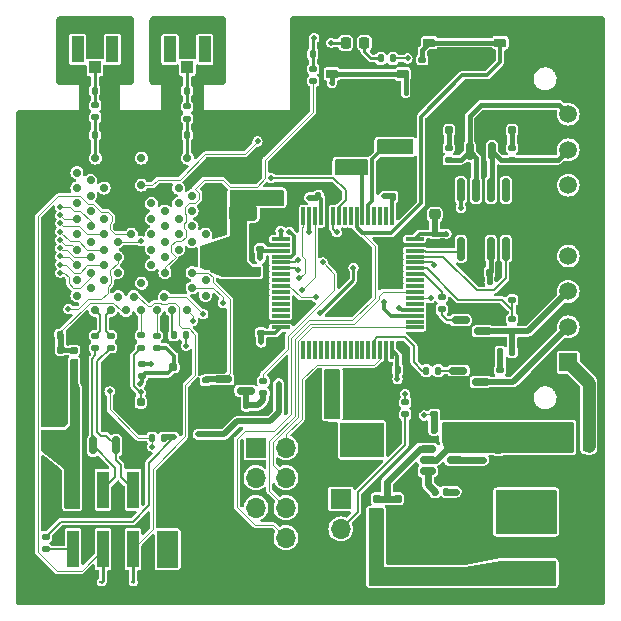
<source format=gbr>
%TF.GenerationSoftware,KiCad,Pcbnew,(7.0.0)*%
%TF.CreationDate,2023-03-16T22:42:37+01:00*%
%TF.ProjectId,iot_diagnostic_tool,696f745f-6469-4616-976e-6f737469635f,rev?*%
%TF.SameCoordinates,Original*%
%TF.FileFunction,Copper,L1,Top*%
%TF.FilePolarity,Positive*%
%FSLAX46Y46*%
G04 Gerber Fmt 4.6, Leading zero omitted, Abs format (unit mm)*
G04 Created by KiCad (PCBNEW (7.0.0)) date 2023-03-16 22:42:37*
%MOMM*%
%LPD*%
G01*
G04 APERTURE LIST*
G04 Aperture macros list*
%AMRoundRect*
0 Rectangle with rounded corners*
0 $1 Rounding radius*
0 $2 $3 $4 $5 $6 $7 $8 $9 X,Y pos of 4 corners*
0 Add a 4 corners polygon primitive as box body*
4,1,4,$2,$3,$4,$5,$6,$7,$8,$9,$2,$3,0*
0 Add four circle primitives for the rounded corners*
1,1,$1+$1,$2,$3*
1,1,$1+$1,$4,$5*
1,1,$1+$1,$6,$7*
1,1,$1+$1,$8,$9*
0 Add four rect primitives between the rounded corners*
20,1,$1+$1,$2,$3,$4,$5,0*
20,1,$1+$1,$4,$5,$6,$7,0*
20,1,$1+$1,$6,$7,$8,$9,0*
20,1,$1+$1,$8,$9,$2,$3,0*%
G04 Aperture macros list end*
%TA.AperFunction,SMDPad,CuDef*%
%ADD10RoundRect,0.135000X0.135000X0.185000X-0.135000X0.185000X-0.135000X-0.185000X0.135000X-0.185000X0*%
%TD*%
%TA.AperFunction,SMDPad,CuDef*%
%ADD11RoundRect,0.135000X0.185000X-0.135000X0.185000X0.135000X-0.185000X0.135000X-0.185000X-0.135000X0*%
%TD*%
%TA.AperFunction,SMDPad,CuDef*%
%ADD12RoundRect,0.135000X-0.135000X-0.185000X0.135000X-0.185000X0.135000X0.185000X-0.135000X0.185000X0*%
%TD*%
%TA.AperFunction,SMDPad,CuDef*%
%ADD13RoundRect,0.218750X0.218750X0.256250X-0.218750X0.256250X-0.218750X-0.256250X0.218750X-0.256250X0*%
%TD*%
%TA.AperFunction,SMDPad,CuDef*%
%ADD14RoundRect,0.140000X-0.140000X-0.170000X0.140000X-0.170000X0.140000X0.170000X-0.140000X0.170000X0*%
%TD*%
%TA.AperFunction,SMDPad,CuDef*%
%ADD15RoundRect,0.140000X-0.170000X0.140000X-0.170000X-0.140000X0.170000X-0.140000X0.170000X0.140000X0*%
%TD*%
%TA.AperFunction,SMDPad,CuDef*%
%ADD16RoundRect,0.140000X0.140000X0.170000X-0.140000X0.170000X-0.140000X-0.170000X0.140000X-0.170000X0*%
%TD*%
%TA.AperFunction,SMDPad,CuDef*%
%ADD17R,0.800000X1.900000*%
%TD*%
%TA.AperFunction,SMDPad,CuDef*%
%ADD18RoundRect,0.155000X-0.155000X0.212500X-0.155000X-0.212500X0.155000X-0.212500X0.155000X0.212500X0*%
%TD*%
%TA.AperFunction,SMDPad,CuDef*%
%ADD19RoundRect,0.155000X0.155000X-0.212500X0.155000X0.212500X-0.155000X0.212500X-0.155000X-0.212500X0*%
%TD*%
%TA.AperFunction,SMDPad,CuDef*%
%ADD20RoundRect,0.225000X0.250000X-0.225000X0.250000X0.225000X-0.250000X0.225000X-0.250000X-0.225000X0*%
%TD*%
%TA.AperFunction,SMDPad,CuDef*%
%ADD21RoundRect,0.525000X2.025000X-0.525000X2.025000X0.525000X-2.025000X0.525000X-2.025000X-0.525000X0*%
%TD*%
%TA.AperFunction,SMDPad,CuDef*%
%ADD22R,1.000000X1.050000*%
%TD*%
%TA.AperFunction,SMDPad,CuDef*%
%ADD23R,1.050000X2.200000*%
%TD*%
%TA.AperFunction,SMDPad,CuDef*%
%ADD24RoundRect,0.135000X-0.185000X0.135000X-0.185000X-0.135000X0.185000X-0.135000X0.185000X0.135000X0*%
%TD*%
%TA.AperFunction,SMDPad,CuDef*%
%ADD25RoundRect,0.160000X0.160000X-0.197500X0.160000X0.197500X-0.160000X0.197500X-0.160000X-0.197500X0*%
%TD*%
%TA.AperFunction,SMDPad,CuDef*%
%ADD26RoundRect,0.140000X0.170000X-0.140000X0.170000X0.140000X-0.170000X0.140000X-0.170000X-0.140000X0*%
%TD*%
%TA.AperFunction,SMDPad,CuDef*%
%ADD27RoundRect,0.062500X-0.117500X-0.062500X0.117500X-0.062500X0.117500X0.062500X-0.117500X0.062500X0*%
%TD*%
%TA.AperFunction,SMDPad,CuDef*%
%ADD28RoundRect,0.150000X0.150000X-0.587500X0.150000X0.587500X-0.150000X0.587500X-0.150000X-0.587500X0*%
%TD*%
%TA.AperFunction,SMDPad,CuDef*%
%ADD29R,1.000000X3.150000*%
%TD*%
%TA.AperFunction,SMDPad,CuDef*%
%ADD30RoundRect,0.112500X-0.387500X-0.262500X0.387500X-0.262500X0.387500X0.262500X-0.387500X0.262500X0*%
%TD*%
%TA.AperFunction,ComponentPad*%
%ADD31R,1.520000X1.520000*%
%TD*%
%TA.AperFunction,ComponentPad*%
%ADD32C,1.520000*%
%TD*%
%TA.AperFunction,SMDPad,CuDef*%
%ADD33RoundRect,0.225000X-0.250000X0.225000X-0.250000X-0.225000X0.250000X-0.225000X0.250000X0.225000X0*%
%TD*%
%TA.AperFunction,SMDPad,CuDef*%
%ADD34RoundRect,0.250000X0.475000X-0.250000X0.475000X0.250000X-0.475000X0.250000X-0.475000X-0.250000X0*%
%TD*%
%TA.AperFunction,ComponentPad*%
%ADD35R,1.700000X1.700000*%
%TD*%
%TA.AperFunction,ComponentPad*%
%ADD36O,1.700000X1.700000*%
%TD*%
%TA.AperFunction,SMDPad,CuDef*%
%ADD37RoundRect,0.150000X-0.587500X-0.150000X0.587500X-0.150000X0.587500X0.150000X-0.587500X0.150000X0*%
%TD*%
%TA.AperFunction,SMDPad,CuDef*%
%ADD38RoundRect,0.237500X0.287500X0.237500X-0.287500X0.237500X-0.287500X-0.237500X0.287500X-0.237500X0*%
%TD*%
%TA.AperFunction,SMDPad,CuDef*%
%ADD39RoundRect,0.150000X0.587500X0.150000X-0.587500X0.150000X-0.587500X-0.150000X0.587500X-0.150000X0*%
%TD*%
%TA.AperFunction,SMDPad,CuDef*%
%ADD40RoundRect,0.062500X0.117500X0.062500X-0.117500X0.062500X-0.117500X-0.062500X0.117500X-0.062500X0*%
%TD*%
%TA.AperFunction,SMDPad,CuDef*%
%ADD41RoundRect,0.250000X0.300000X-0.300000X0.300000X0.300000X-0.300000X0.300000X-0.300000X-0.300000X0*%
%TD*%
%TA.AperFunction,SMDPad,CuDef*%
%ADD42RoundRect,0.155000X-0.212500X-0.155000X0.212500X-0.155000X0.212500X0.155000X-0.212500X0.155000X0*%
%TD*%
%TA.AperFunction,SMDPad,CuDef*%
%ADD43RoundRect,0.075000X-0.075000X0.700000X-0.075000X-0.700000X0.075000X-0.700000X0.075000X0.700000X0*%
%TD*%
%TA.AperFunction,SMDPad,CuDef*%
%ADD44RoundRect,0.075000X-0.700000X0.075000X-0.700000X-0.075000X0.700000X-0.075000X0.700000X0.075000X0*%
%TD*%
%TA.AperFunction,SMDPad,CuDef*%
%ADD45R,1.400000X1.200000*%
%TD*%
%TA.AperFunction,SMDPad,CuDef*%
%ADD46RoundRect,0.150000X0.512500X0.150000X-0.512500X0.150000X-0.512500X-0.150000X0.512500X-0.150000X0*%
%TD*%
%TA.AperFunction,SMDPad,CuDef*%
%ADD47RoundRect,0.150000X0.150000X-0.825000X0.150000X0.825000X-0.150000X0.825000X-0.150000X-0.825000X0*%
%TD*%
%TA.AperFunction,SMDPad,CuDef*%
%ADD48RoundRect,0.062500X0.062500X-0.117500X0.062500X0.117500X-0.062500X0.117500X-0.062500X-0.117500X0*%
%TD*%
%TA.AperFunction,SMDPad,CuDef*%
%ADD49RoundRect,0.112500X0.387500X0.262500X-0.387500X0.262500X-0.387500X-0.262500X0.387500X-0.262500X0*%
%TD*%
%TA.AperFunction,SMDPad,CuDef*%
%ADD50RoundRect,0.225000X-0.225000X-0.250000X0.225000X-0.250000X0.225000X0.250000X-0.225000X0.250000X0*%
%TD*%
%TA.AperFunction,SMDPad,CuDef*%
%ADD51RoundRect,0.250000X0.925000X-0.412500X0.925000X0.412500X-0.925000X0.412500X-0.925000X-0.412500X0*%
%TD*%
%TA.AperFunction,SMDPad,CuDef*%
%ADD52RoundRect,0.160000X-0.160000X0.197500X-0.160000X-0.197500X0.160000X-0.197500X0.160000X0.197500X0*%
%TD*%
%TA.AperFunction,SMDPad,CuDef*%
%ADD53C,0.700000*%
%TD*%
%TA.AperFunction,ViaPad*%
%ADD54C,0.460000*%
%TD*%
%TA.AperFunction,Conductor*%
%ADD55C,0.200000*%
%TD*%
%TA.AperFunction,Conductor*%
%ADD56C,0.250000*%
%TD*%
%TA.AperFunction,Conductor*%
%ADD57C,0.100000*%
%TD*%
%TA.AperFunction,Conductor*%
%ADD58C,0.500000*%
%TD*%
%TA.AperFunction,Conductor*%
%ADD59C,0.300000*%
%TD*%
%TA.AperFunction,Conductor*%
%ADD60C,0.150000*%
%TD*%
%TA.AperFunction,Conductor*%
%ADD61C,0.400000*%
%TD*%
%TA.AperFunction,Conductor*%
%ADD62C,0.600000*%
%TD*%
%TA.AperFunction,Conductor*%
%ADD63C,0.350000*%
%TD*%
%TA.AperFunction,Conductor*%
%ADD64C,0.268000*%
%TD*%
%TA.AperFunction,Conductor*%
%ADD65C,1.100000*%
%TD*%
G04 APERTURE END LIST*
D10*
%TO.P,R19,1*%
%TO.N,GND*%
X152210000Y-72950000D03*
%TO.P,R19,2*%
%TO.N,Net-(Q5-B)*%
X151190000Y-72950000D03*
%TD*%
D11*
%TO.P,R18,1*%
%TO.N,NET_STATUS*%
X151225000Y-75210000D03*
%TO.P,R18,2*%
%TO.N,Net-(Q5-B)*%
X151225000Y-74190000D03*
%TD*%
D12*
%TO.P,R17,1*%
%TO.N,Net-(D2-K)*%
X156940000Y-73325000D03*
%TO.P,R17,2*%
%TO.N,Net-(Q5-C)*%
X157960000Y-73325000D03*
%TD*%
D13*
%TO.P,D2,1,K*%
%TO.N,Net-(D2-K)*%
X155537500Y-72000000D03*
%TO.P,D2,2,A*%
%TO.N,+3V3*%
X153962500Y-72000000D03*
%TD*%
D14*
%TO.P,C4,1*%
%TO.N,+3V3*%
X151655000Y-84975001D03*
%TO.P,C4,2*%
%TO.N,GND*%
X152615000Y-84975001D03*
%TD*%
D15*
%TO.P,C23,1*%
%TO.N,+3V3*%
X146450000Y-91540000D03*
%TO.P,C23,2*%
%TO.N,GND*%
X146450000Y-92500000D03*
%TD*%
D16*
%TO.P,C18,1*%
%TO.N,+3V3*%
X166140000Y-91450001D03*
%TO.P,C18,2*%
%TO.N,GND*%
X165180000Y-91450001D03*
%TD*%
D17*
%TO.P,U6,1,GND*%
%TO.N,GND*%
X154899999Y-102949999D03*
%TO.P,U6,2,VO*%
%TO.N,+1V8*%
X152999999Y-102949999D03*
%TO.P,U6,3,VI*%
%TO.N,+3V3*%
X153949999Y-105949999D03*
%TD*%
D18*
%TO.P,C9,1*%
%TO.N,HSE_IN*%
X159185000Y-81057501D03*
%TO.P,C9,2*%
%TO.N,GND*%
X159185000Y-82192501D03*
%TD*%
D10*
%TO.P,R8,1*%
%TO.N,Net-(Q4-B)*%
X161810000Y-99750000D03*
%TO.P,R8,2*%
%TO.N,L_Line*%
X160790000Y-99750000D03*
%TD*%
D19*
%TO.P,C10,1*%
%TO.N,HSE_OUT*%
X153400000Y-82242502D03*
%TO.P,C10,2*%
%TO.N,GND*%
X153400000Y-81107502D03*
%TD*%
D20*
%TO.P,C1,1*%
%TO.N,+3V3*%
X161500000Y-86525000D03*
%TO.P,C1,2*%
%TO.N,GND*%
X161500000Y-84975000D03*
%TD*%
D21*
%TO.P,L1,1,1*%
%TO.N,/power_supply/SW*%
X169250000Y-112500000D03*
%TO.P,L1,2,2*%
%TO.N,+3V3*%
X169250000Y-116900000D03*
%TD*%
D19*
%TO.P,C19,1*%
%TO.N,Net-(C19-Pad1)*%
X168060000Y-79417501D03*
%TO.P,C19,2*%
%TO.N,GND*%
X168060000Y-78282501D03*
%TD*%
D22*
%TO.P,AE1,1,A*%
%TO.N,/iot_module/antenna/ANT_M*%
X140559999Y-74075000D03*
D23*
%TO.P,AE1,2*%
%TO.N,N/C*%
X139084999Y-72550000D03*
X142034999Y-72550000D03*
%TD*%
D15*
%TO.P,C2,1*%
%TO.N,+3V3*%
X161535000Y-88170001D03*
%TO.P,C2,2*%
%TO.N,GND*%
X161535000Y-89130001D03*
%TD*%
D24*
%TO.P,R30,1*%
%TO.N,SIM_DATA*%
X137960000Y-96790001D03*
%TO.P,R30,2*%
%TO.N,/iot_module/sim/SIM_DAT*%
X137960000Y-97810001D03*
%TD*%
D25*
%TO.P,R2,1*%
%TO.N,+3V3*%
X156600000Y-111797500D03*
%TO.P,R2,2*%
%TO.N,/power_supply/FB*%
X156600000Y-110602500D03*
%TD*%
D26*
%TO.P,C7,1*%
%TO.N,+3V3*%
X146785000Y-96555001D03*
%TO.P,C7,2*%
%TO.N,GND*%
X146785000Y-95595001D03*
%TD*%
D27*
%TO.P,D9,1,K*%
%TO.N,USBPHY*%
X135967500Y-117675000D03*
%TO.P,D9,2,A*%
%TO.N,GND*%
X135127500Y-117675000D03*
%TD*%
D28*
%TO.P,D1,1,A1*%
%TO.N,CAN_H*%
X164460000Y-81187501D03*
%TO.P,D1,2,A2*%
%TO.N,CAN_L*%
X166360000Y-81187501D03*
%TO.P,D1,3,Com*%
%TO.N,GND*%
X165410000Y-79312501D03*
%TD*%
D24*
%TO.P,R35,1*%
%TO.N,USB_D-*%
X132760000Y-96790001D03*
%TO.P,R35,2*%
%TO.N,USB_D-_5*%
X132760000Y-97810001D03*
%TD*%
D16*
%TO.P,C38,1*%
%TO.N,ANT_MAIN*%
X140550000Y-79800000D03*
%TO.P,C38,2*%
%TO.N,GND*%
X139590000Y-79800000D03*
%TD*%
D11*
%TO.P,R38,1*%
%TO.N,ANT_MAIN*%
X140550000Y-78410000D03*
%TO.P,R38,2*%
%TO.N,/iot_module/antenna/ANT_M*%
X140550000Y-77390000D03*
%TD*%
D29*
%TO.P,J2,1,Pin_1*%
%TO.N,GND*%
X138509999Y-109824999D03*
%TO.P,J2,2,Pin_2*%
%TO.N,+3V3*%
X138509999Y-114874999D03*
%TO.P,J2,3,Pin_3*%
%TO.N,USB_D+_5*%
X135969999Y-109824999D03*
%TO.P,J2,4,Pin_4*%
%TO.N,USBPHY*%
X135969999Y-114874999D03*
%TO.P,J2,5,Pin_5*%
%TO.N,USB_D-_5*%
X133429999Y-109824999D03*
%TO.P,J2,6,Pin_6*%
%TO.N,USB_BOOT*%
X133429999Y-114874999D03*
%TO.P,J2,7,Pin_7*%
%TO.N,USB_VBUS_5*%
X130889999Y-109824999D03*
%TO.P,J2,8,Pin_8*%
%TO.N,USB_BOOT_VCC*%
X130889999Y-114874999D03*
%TD*%
D24*
%TO.P,R36,1*%
%TO.N,USB_D+*%
X134060000Y-96790001D03*
%TO.P,R36,2*%
%TO.N,USB_D+_5*%
X134060000Y-97810001D03*
%TD*%
D30*
%TO.P,SW3,1,1*%
%TO.N,RESET_N*%
X152800000Y-74625000D03*
X158800000Y-74625000D03*
%TO.P,SW3,2,2*%
%TO.N,GND*%
X152800000Y-78375000D03*
X158800000Y-78375000D03*
%TD*%
D14*
%TO.P,C41,1*%
%TO.N,/iot_module/antenna/ANT_G*%
X132725000Y-76050001D03*
%TO.P,C41,2*%
%TO.N,GND*%
X133685000Y-76050001D03*
%TD*%
D11*
%TO.P,R39,1*%
%TO.N,ANT_GNSS*%
X132750000Y-78310000D03*
%TO.P,R39,2*%
%TO.N,/iot_module/antenna/ANT_G*%
X132750000Y-77290000D03*
%TD*%
D31*
%TO.P,J7,1,1*%
%TO.N,+12V*%
X172809999Y-99049999D03*
D32*
%TO.P,J7,2,2*%
%TO.N,ISO_L*%
X172810000Y-96050000D03*
%TO.P,J7,3,3*%
%TO.N,ISO_K*%
X172810000Y-93050000D03*
%TO.P,J7,4,4*%
%TO.N,unconnected-(J7-Pad4)*%
X172810000Y-90050000D03*
%TO.P,J7,5,5*%
%TO.N,GND*%
X172810000Y-87050000D03*
%TO.P,J7,6,6*%
%TO.N,unconnected-(J7-Pad6)*%
X172810000Y-84050000D03*
%TO.P,J7,7,7*%
%TO.N,CAN_L*%
X172810000Y-81050000D03*
%TO.P,J7,8,8*%
%TO.N,CAN_H*%
X172810000Y-78050000D03*
%TD*%
D12*
%TO.P,R7,1*%
%TO.N,/power_supply/+12V_F*%
X167050000Y-98160001D03*
%TO.P,R7,2*%
%TO.N,ISO_K*%
X168070000Y-98160001D03*
%TD*%
D24*
%TO.P,R32,1*%
%TO.N,SIM_VDD*%
X136700000Y-99190000D03*
%TO.P,R32,2*%
%TO.N,/iot_module/sim/SIM_DAT*%
X136700000Y-100210000D03*
%TD*%
D11*
%TO.P,R4,1*%
%TO.N,CAN_L*%
X168060000Y-81910001D03*
%TO.P,R4,2*%
%TO.N,Net-(C19-Pad1)*%
X168060000Y-80890001D03*
%TD*%
D12*
%TO.P,R34,1*%
%TO.N,GND*%
X128800000Y-97990001D03*
%TO.P,R34,2*%
%TO.N,USB_VBUS*%
X129820000Y-97990001D03*
%TD*%
D16*
%TO.P,C14,1*%
%TO.N,/power_supply/SW*%
X162490000Y-110000001D03*
%TO.P,C14,2*%
%TO.N,/power_supply/BST*%
X161530000Y-110000001D03*
%TD*%
D22*
%TO.P,AE2,1,A*%
%TO.N,/iot_module/antenna/ANT_G*%
X132734999Y-74080000D03*
D23*
%TO.P,AE2,2*%
%TO.N,N/C*%
X131259999Y-72555000D03*
X134209999Y-72555000D03*
%TD*%
D24*
%TO.P,R9,1*%
%TO.N,/power_supply/+12V_F*%
X167050000Y-99690000D03*
%TO.P,R9,2*%
%TO.N,ISO_L*%
X167050000Y-100710000D03*
%TD*%
D16*
%TO.P,C37,1*%
%TO.N,USB_VBUS*%
X129790000Y-96700001D03*
%TO.P,C37,2*%
%TO.N,GND*%
X128830000Y-96700001D03*
%TD*%
D33*
%TO.P,C13,1*%
%TO.N,/power_supply/+12V_F*%
X168400000Y-106275000D03*
%TO.P,C13,2*%
%TO.N,GND*%
X168400000Y-107825000D03*
%TD*%
D28*
%TO.P,D7,1,K1*%
%TO.N,USB_D-_5*%
X132600000Y-106087500D03*
%TO.P,D7,2,K2*%
%TO.N,USB_D+_5*%
X134500000Y-106087500D03*
%TO.P,D7,3,A*%
%TO.N,GND*%
X133550000Y-104212500D03*
%TD*%
D34*
%TO.P,C16,1*%
%TO.N,+3V3*%
X160650000Y-116950000D03*
%TO.P,C16,2*%
%TO.N,GND*%
X160650000Y-115050000D03*
%TD*%
D24*
%TO.P,R33,1*%
%TO.N,USB_VBUS*%
X130960000Y-98030001D03*
%TO.P,R33,2*%
%TO.N,USB_VBUS_5*%
X130960000Y-99050001D03*
%TD*%
D35*
%TO.P,J6,1,Pin_1*%
%TO.N,+3V3*%
X153549999Y-110619999D03*
D36*
%TO.P,J6,2,Pin_2*%
%TO.N,Net-(J6-Pin_2)*%
X153549999Y-113159999D03*
%TO.P,J6,3,Pin_3*%
%TO.N,GND*%
X153549999Y-115699999D03*
%TD*%
D37*
%TO.P,Q1,1,B*%
%TO.N,Net-(Q1-B)*%
X163687500Y-95475000D03*
%TO.P,Q1,2,E*%
%TO.N,GND*%
X163687500Y-97375000D03*
%TO.P,Q1,3,C*%
%TO.N,ISO_K*%
X165562500Y-96425000D03*
%TD*%
D38*
%TO.P,F1,1*%
%TO.N,+12V*%
X174525000Y-106150000D03*
%TO.P,F1,2*%
%TO.N,/power_supply/+12V_F*%
X172775000Y-106150000D03*
%TD*%
D24*
%TO.P,R1,1*%
%TO.N,BOOT0*%
X159010000Y-102440001D03*
%TO.P,R1,2*%
%TO.N,Net-(J6-Pin_2)*%
X159010000Y-103460001D03*
%TD*%
D18*
%TO.P,C34,1*%
%TO.N,/iot_module/sim/SIM_CL*%
X136600000Y-102402500D03*
%TO.P,C34,2*%
%TO.N,GND*%
X136600000Y-103537500D03*
%TD*%
D39*
%TO.P,Q2,1,B*%
%TO.N,Net-(Q2-B)*%
X145487500Y-101450000D03*
%TO.P,Q2,2,E*%
%TO.N,GND*%
X145487500Y-99550000D03*
%TO.P,Q2,3,C*%
%TO.N,PWRKEY*%
X143612500Y-100500000D03*
%TD*%
D40*
%TO.P,D8,1,K*%
%TO.N,USB_BOOT*%
X133280000Y-117675000D03*
%TO.P,D8,2,A*%
%TO.N,GND*%
X134120000Y-117675000D03*
%TD*%
D14*
%TO.P,C3,1*%
%TO.N,+3V3*%
X157955000Y-85025001D03*
%TO.P,C3,2*%
%TO.N,GND*%
X158915000Y-85025001D03*
%TD*%
D11*
%TO.P,R10,1*%
%TO.N,ISO_K*%
X168060000Y-96420001D03*
%TO.P,R10,2*%
%TO.N,K_Line_RX*%
X168060000Y-95400001D03*
%TD*%
D33*
%TO.P,C12,1*%
%TO.N,/power_supply/+12V_F*%
X170400000Y-106275000D03*
%TO.P,C12,2*%
%TO.N,GND*%
X170400000Y-107825000D03*
%TD*%
D11*
%TO.P,R11,1*%
%TO.N,K_Line_RX*%
X168060000Y-93770001D03*
%TO.P,R11,2*%
%TO.N,GND*%
X168060000Y-92750001D03*
%TD*%
D15*
%TO.P,C25,1*%
%TO.N,PWRKEY*%
X142100000Y-100570000D03*
%TO.P,C25,2*%
%TO.N,GND*%
X142100000Y-101530000D03*
%TD*%
D14*
%TO.P,C36,1*%
%TO.N,GND*%
X129970000Y-100250000D03*
%TO.P,C36,2*%
%TO.N,USB_VBUS_5*%
X130930000Y-100250000D03*
%TD*%
D34*
%TO.P,C17,1*%
%TO.N,+3V3*%
X158300000Y-116950000D03*
%TO.P,C17,2*%
%TO.N,GND*%
X158300000Y-115050000D03*
%TD*%
D12*
%TO.P,R15,1*%
%TO.N,GND*%
X144540000Y-102700000D03*
%TO.P,R15,2*%
%TO.N,Net-(Q2-B)*%
X145560000Y-102700000D03*
%TD*%
D41*
%TO.P,D11,1,K*%
%TO.N,+3V3*%
X148175000Y-85050000D03*
%TO.P,D11,2,A*%
%TO.N,GND*%
X148175000Y-82250000D03*
%TD*%
D26*
%TO.P,C6,1*%
%TO.N,+3V3*%
X146735000Y-89430001D03*
%TO.P,C6,2*%
%TO.N,GND*%
X146735000Y-88470001D03*
%TD*%
D42*
%TO.P,C35,1*%
%TO.N,/iot_module/sim/SIM_DAT*%
X139332500Y-99450000D03*
%TO.P,C35,2*%
%TO.N,GND*%
X140467500Y-99450000D03*
%TD*%
D15*
%TO.P,C22,1*%
%TO.N,+3V3*%
X145200000Y-91540000D03*
%TO.P,C22,2*%
%TO.N,GND*%
X145200000Y-92500000D03*
%TD*%
D43*
%TO.P,U1,1,VBAT*%
%TO.N,+3V3*%
X157885000Y-86675001D03*
%TO.P,U1,2,PC13*%
%TO.N,unconnected-(U1-PC13-Pad2)*%
X157385000Y-86675001D03*
%TO.P,U1,3,PC14*%
%TO.N,unconnected-(U1-PC14-Pad3)*%
X156885000Y-86675001D03*
%TO.P,U1,4,PC15*%
%TO.N,unconnected-(U1-PC15-Pad4)*%
X156385000Y-86675001D03*
%TO.P,U1,5,PH0*%
%TO.N,HSE_IN*%
X155885000Y-86675001D03*
%TO.P,U1,6,PH1*%
%TO.N,HSE_OUT*%
X155385000Y-86675001D03*
%TO.P,U1,7,NRST*%
%TO.N,NRST*%
X154885000Y-86675001D03*
%TO.P,U1,8,PC0*%
%TO.N,unconnected-(U1-PC0-Pad8)*%
X154385000Y-86675001D03*
%TO.P,U1,9,PC1*%
%TO.N,unconnected-(U1-PC1-Pad9)*%
X153885000Y-86675001D03*
%TO.P,U1,10,PC2*%
%TO.N,AP_READY_MCU*%
X153385000Y-86675001D03*
%TO.P,U1,11,PC3*%
%TO.N,PON_TRIG_MCU*%
X152885000Y-86675001D03*
%TO.P,U1,12,VSSA*%
%TO.N,GND*%
X152385000Y-86675001D03*
%TO.P,U1,13,VDDA*%
%TO.N,+3V3*%
X151885000Y-86675001D03*
%TO.P,U1,14,PA0*%
%TO.N,IoT_CTS*%
X151385000Y-86675001D03*
%TO.P,U1,15,PA1*%
%TO.N,IoT_RTS*%
X150885000Y-86675001D03*
%TO.P,U1,16,PA2*%
%TO.N,IoT_TX*%
X150385000Y-86675001D03*
D44*
%TO.P,U1,17,PA3*%
%TO.N,IoT_RX*%
X148460000Y-88600001D03*
%TO.P,U1,18,VSS*%
%TO.N,GND*%
X148460000Y-89100001D03*
%TO.P,U1,19,VDD*%
%TO.N,+3V3*%
X148460000Y-89600001D03*
%TO.P,U1,20,PA4*%
%TO.N,IoT_RI*%
X148460000Y-90100001D03*
%TO.P,U1,21,PA5*%
%TO.N,IoT_PWR*%
X148460000Y-90600001D03*
%TO.P,U1,22,PA6*%
%TO.N,IoT_DTR*%
X148460000Y-91100001D03*
%TO.P,U1,23,PA7*%
%TO.N,unconnected-(U1-PA7-Pad23)*%
X148460000Y-91600001D03*
%TO.P,U1,24,PC4*%
%TO.N,unconnected-(U1-PC4-Pad24)*%
X148460000Y-92100001D03*
%TO.P,U1,25,PC5*%
%TO.N,BAT_V*%
X148460000Y-92600001D03*
%TO.P,U1,26,PB0*%
%TO.N,unconnected-(U1-PB0-Pad26)*%
X148460000Y-93100001D03*
%TO.P,U1,27,PB1*%
%TO.N,unconnected-(U1-PB1-Pad27)*%
X148460000Y-93600001D03*
%TO.P,U1,28,PB2*%
%TO.N,unconnected-(U1-PB2-Pad28)*%
X148460000Y-94100001D03*
%TO.P,U1,29,PB10*%
%TO.N,unconnected-(U1-PB10-Pad29)*%
X148460000Y-94600001D03*
%TO.P,U1,30,PB11*%
%TO.N,unconnected-(U1-PB11-Pad30)*%
X148460000Y-95100001D03*
%TO.P,U1,31,VSS*%
%TO.N,GND*%
X148460000Y-95600001D03*
%TO.P,U1,32,VDD*%
%TO.N,+3V3*%
X148460000Y-96100001D03*
D43*
%TO.P,U1,33,PB12*%
%TO.N,unconnected-(U1-PB12-Pad33)*%
X150385000Y-98025001D03*
%TO.P,U1,34,PB13*%
%TO.N,unconnected-(U1-PB13-Pad34)*%
X150885000Y-98025001D03*
%TO.P,U1,35,PB14*%
%TO.N,unconnected-(U1-PB14-Pad35)*%
X151385000Y-98025001D03*
%TO.P,U1,36,PB15*%
%TO.N,unconnected-(U1-PB15-Pad36)*%
X151885000Y-98025001D03*
%TO.P,U1,37,PC6*%
%TO.N,unconnected-(U1-PC6-Pad37)*%
X152385000Y-98025001D03*
%TO.P,U1,38,PC7*%
%TO.N,unconnected-(U1-PC7-Pad38)*%
X152885000Y-98025001D03*
%TO.P,U1,39,PC8*%
%TO.N,unconnected-(U1-PC8-Pad39)*%
X153385000Y-98025001D03*
%TO.P,U1,40,PC9*%
%TO.N,unconnected-(U1-PC9-Pad40)*%
X153885000Y-98025001D03*
%TO.P,U1,41,PA8*%
%TO.N,unconnected-(U1-PA8-Pad41)*%
X154385000Y-98025001D03*
%TO.P,U1,42,PA9*%
%TO.N,unconnected-(U1-PA9-Pad42)*%
X154885000Y-98025001D03*
%TO.P,U1,43,PA10*%
%TO.N,unconnected-(U1-PA10-Pad43)*%
X155385000Y-98025001D03*
%TO.P,U1,44,PA11*%
%TO.N,unconnected-(U1-PA11-Pad44)*%
X155885000Y-98025001D03*
%TO.P,U1,45,PA12*%
%TO.N,L_Line*%
X156385000Y-98025001D03*
%TO.P,U1,46,PA13*%
%TO.N,SWDIO*%
X156885000Y-98025001D03*
%TO.P,U1,47,VSS*%
%TO.N,GND*%
X157385000Y-98025001D03*
%TO.P,U1,48,VDD*%
%TO.N,+3V3*%
X157885000Y-98025001D03*
D44*
%TO.P,U1,49,PA14*%
%TO.N,SWCLK*%
X159810000Y-96100001D03*
%TO.P,U1,50,PA15*%
%TO.N,unconnected-(U1-PA15-Pad50)*%
X159810000Y-95600001D03*
%TO.P,U1,51,PC10*%
%TO.N,GNSS_TX*%
X159810000Y-95100001D03*
%TO.P,U1,52,PC11*%
%TO.N,GNSS_RX*%
X159810000Y-94600001D03*
%TO.P,U1,53,PC12*%
%TO.N,unconnected-(U1-PC12-Pad53)*%
X159810000Y-94100001D03*
%TO.P,U1,54,PD2*%
%TO.N,CAN_S*%
X159810000Y-93600001D03*
%TO.P,U1,55,PB3*%
%TO.N,SWO*%
X159810000Y-93100001D03*
%TO.P,U1,56,PB4*%
%TO.N,unconnected-(U1-PB4-Pad56)*%
X159810000Y-92600001D03*
%TO.P,U1,57,PB5*%
%TO.N,unconnected-(U1-PB5-Pad57)*%
X159810000Y-92100001D03*
%TO.P,U1,58,PB6*%
%TO.N,K_Line_TX*%
X159810000Y-91600001D03*
%TO.P,U1,59,PB7*%
%TO.N,K_Line_RX*%
X159810000Y-91100001D03*
%TO.P,U1,60,PH3*%
%TO.N,BOOT0*%
X159810000Y-90600001D03*
%TO.P,U1,61,PB8*%
%TO.N,CAN_RX*%
X159810000Y-90100001D03*
%TO.P,U1,62,PB9*%
%TO.N,CAN_TX*%
X159810000Y-89600001D03*
%TO.P,U1,63,VSS*%
%TO.N,GND*%
X159810000Y-89100001D03*
%TO.P,U1,64,VDD*%
%TO.N,+3V3*%
X159810000Y-88600001D03*
%TD*%
D20*
%TO.P,C28,1*%
%TO.N,+3V3*%
X156460000Y-104925001D03*
%TO.P,C28,2*%
%TO.N,GND*%
X156460000Y-103375001D03*
%TD*%
D16*
%TO.P,C5,1*%
%TO.N,+3V3*%
X158365000Y-99675001D03*
%TO.P,C5,2*%
%TO.N,GND*%
X157405000Y-99675001D03*
%TD*%
D10*
%TO.P,R31,1*%
%TO.N,+1V8*%
X138610000Y-105450000D03*
%TO.P,R31,2*%
%TO.N,SIM_DET*%
X137590000Y-105450000D03*
%TD*%
D24*
%TO.P,R14,1*%
%TO.N,IoT_PWR*%
X147000000Y-100640000D03*
%TO.P,R14,2*%
%TO.N,Net-(Q2-B)*%
X147000000Y-101660000D03*
%TD*%
D15*
%TO.P,C11,1*%
%TO.N,/power_supply/+12V_F*%
X166900000Y-106520000D03*
%TO.P,C11,2*%
%TO.N,GND*%
X166900000Y-107480000D03*
%TD*%
D45*
%TO.P,Y1,1,1*%
%TO.N,HSE_IN*%
X157334999Y-80825000D03*
%TO.P,Y1,2,2*%
%TO.N,GND*%
X155134999Y-80825000D03*
%TO.P,Y1,3,3*%
%TO.N,HSE_OUT*%
X155134999Y-82525000D03*
%TO.P,Y1,4,4*%
%TO.N,GND*%
X157334999Y-82525000D03*
%TD*%
D46*
%TO.P,U2,1,GND*%
%TO.N,GND*%
X163185000Y-108250001D03*
%TO.P,U2,2,SW*%
%TO.N,/power_supply/SW*%
X163185000Y-107300001D03*
%TO.P,U2,3,VIN*%
%TO.N,/power_supply/+12V_F*%
X163185000Y-106350001D03*
%TO.P,U2,4,VFB*%
%TO.N,/power_supply/FB*%
X160910000Y-106350001D03*
%TO.P,U2,5,EN*%
%TO.N,/power_supply/+12V_F*%
X160910000Y-107300001D03*
%TO.P,U2,6,VBST*%
%TO.N,/power_supply/BST*%
X160910000Y-108250001D03*
%TD*%
D37*
%TO.P,Q4,1,B*%
%TO.N,Net-(Q4-B)*%
X163512500Y-99750000D03*
%TO.P,Q4,2,E*%
%TO.N,GND*%
X163512500Y-101650000D03*
%TO.P,Q4,3,C*%
%TO.N,ISO_L*%
X165387500Y-100700000D03*
%TD*%
D16*
%TO.P,C39,1*%
%TO.N,/iot_module/antenna/ANT_M*%
X140530000Y-76050000D03*
%TO.P,C39,2*%
%TO.N,GND*%
X139570000Y-76050000D03*
%TD*%
D35*
%TO.P,J5,1,Pin_1*%
%TO.N,+3V3*%
X146369999Y-106280000D03*
D36*
%TO.P,J5,2,Pin_2*%
%TO.N,SWDIO*%
X148909999Y-106280000D03*
%TO.P,J5,3,Pin_3*%
%TO.N,DBG_RX*%
X146369999Y-108820000D03*
%TO.P,J5,4,Pin_4*%
%TO.N,SWCLK*%
X148909999Y-108820000D03*
%TO.P,J5,5,Pin_5*%
%TO.N,DBG_TX*%
X146369999Y-111360000D03*
%TO.P,J5,6,Pin_6*%
%TO.N,SWO*%
X148909999Y-111360000D03*
%TO.P,J5,7,Pin_7*%
%TO.N,GND*%
X146369999Y-113900000D03*
%TO.P,J5,8,Pin_8*%
%TO.N,NRST*%
X148909999Y-113900000D03*
%TO.P,J5,9,Pin_9*%
%TO.N,GND*%
X146369999Y-116440000D03*
%TO.P,J5,10,Pin_10*%
X148909999Y-116440000D03*
%TD*%
D47*
%TO.P,U3,1,D*%
%TO.N,CAN_TX*%
X163705000Y-89425001D03*
%TO.P,U3,2,GND*%
%TO.N,GND*%
X164975000Y-89425001D03*
%TO.P,U3,3,VCC*%
%TO.N,+3V3*%
X166245000Y-89425001D03*
%TO.P,U3,4,R*%
%TO.N,CAN_RX*%
X167515000Y-89425001D03*
%TO.P,U3,5,Vref*%
%TO.N,unconnected-(U3-Vref-Pad5)*%
X167515000Y-84475001D03*
%TO.P,U3,6,CANL*%
%TO.N,CAN_L*%
X166245000Y-84475001D03*
%TO.P,U3,7,CANH*%
%TO.N,CAN_H*%
X164975000Y-84475001D03*
%TO.P,U3,8,Rs*%
%TO.N,CAN_S*%
X163705000Y-84475001D03*
%TD*%
D24*
%TO.P,R37,1*%
%TO.N,+1V8*%
X128550000Y-113840000D03*
%TO.P,R37,2*%
%TO.N,USB_BOOT_VCC*%
X128550000Y-114860000D03*
%TD*%
D48*
%TO.P,D10,1,K*%
%TO.N,RESET_N*%
X159050000Y-76252500D03*
%TO.P,D10,2,A*%
%TO.N,GND*%
X159050000Y-77092500D03*
%TD*%
D10*
%TO.P,R12,1*%
%TO.N,/power_supply/+12V_F*%
X162470000Y-104750001D03*
%TO.P,R12,2*%
%TO.N,BAT_V*%
X161450000Y-104750001D03*
%TD*%
D11*
%TO.P,R13,1*%
%TO.N,BAT_V*%
X161450000Y-103450000D03*
%TO.P,R13,2*%
%TO.N,GND*%
X161450000Y-102430000D03*
%TD*%
%TO.P,R5,1*%
%TO.N,CAN_H*%
X162710000Y-81910001D03*
%TO.P,R5,2*%
%TO.N,Net-(C20-Pad1)*%
X162710000Y-80890001D03*
%TD*%
D15*
%TO.P,C8,1*%
%TO.N,NRST*%
X160450000Y-73420000D03*
%TO.P,C8,2*%
%TO.N,GND*%
X160450000Y-74380000D03*
%TD*%
D41*
%TO.P,D6,1,K*%
%TO.N,USB_VBUS_5*%
X128850000Y-105550000D03*
%TO.P,D6,2,A*%
%TO.N,GND*%
X128850000Y-102750000D03*
%TD*%
D19*
%TO.P,C20,1*%
%TO.N,Net-(C20-Pad1)*%
X162710000Y-79417501D03*
%TO.P,C20,2*%
%TO.N,GND*%
X162710000Y-78282501D03*
%TD*%
D34*
%TO.P,C15,1*%
%TO.N,+3V3*%
X163000000Y-116950000D03*
%TO.P,C15,2*%
%TO.N,GND*%
X163000000Y-115050000D03*
%TD*%
D49*
%TO.P,SW1,1,1*%
%TO.N,GND*%
X167050000Y-75725000D03*
X161050000Y-75725000D03*
%TO.P,SW1,2,2*%
%TO.N,NRST*%
X167050000Y-71975000D03*
X161050000Y-71975000D03*
%TD*%
D50*
%TO.P,C29,1*%
%TO.N,+1V8*%
X153035000Y-100950000D03*
%TO.P,C29,2*%
%TO.N,GND*%
X154585000Y-100950000D03*
%TD*%
D51*
%TO.P,C24,1*%
%TO.N,+3V3*%
X145300000Y-86375000D03*
%TO.P,C24,2*%
%TO.N,GND*%
X145300000Y-83300000D03*
%TD*%
D52*
%TO.P,R3,1*%
%TO.N,/power_supply/FB*%
X158360000Y-110602501D03*
%TO.P,R3,2*%
%TO.N,GND*%
X158360000Y-111797501D03*
%TD*%
D14*
%TO.P,C40,1*%
%TO.N,ANT_GNSS*%
X132735000Y-79800001D03*
%TO.P,C40,2*%
%TO.N,GND*%
X133695000Y-79800001D03*
%TD*%
D24*
%TO.P,R29,1*%
%TO.N,SIM_CLK*%
X136660000Y-96780002D03*
%TO.P,R29,2*%
%TO.N,/iot_module/sim/SIM_CL*%
X136660000Y-97800002D03*
%TD*%
D53*
%TO.P,U4,1,GPIO1*%
%TO.N,unconnected-(U4-GPIO1-Pad1)*%
X131210000Y-83000001D03*
%TO.P,U4,2,PCM_DIN*%
%TO.N,unconnected-(U4-PCM_DIN-Pad2)*%
X131210000Y-84300001D03*
%TO.P,U4,3,PCM_CLK*%
%TO.N,unconnected-(U4-PCM_CLK-Pad3)*%
X131210000Y-85600001D03*
%TO.P,U4,4,GNSS_RXD*%
%TO.N,GNSS_RXD*%
X131210000Y-86900001D03*
%TO.P,U4,5,I2C_SDA*%
%TO.N,unconnected-(U4-I2C_SDA-Pad5)*%
X131210000Y-88200001D03*
%TO.P,U4,6,MAIN_RXD*%
%TO.N,MAIN_RXD*%
X131210000Y-89500001D03*
%TO.P,U4,7,MAIN_TXD*%
%TO.N,MAIN_TXD*%
X131210000Y-90800001D03*
%TO.P,U4,8,GPIO2*%
%TO.N,unconnected-(U4-GPIO2-Pad8)*%
X131210000Y-92100001D03*
%TO.P,U4,9,GPIO3*%
%TO.N,unconnected-(U4-GPIO3-Pad9)*%
X131210000Y-93400001D03*
%TO.P,U4,10,USB_DM*%
%TO.N,USB_D-*%
X132760000Y-94650001D03*
%TO.P,U4,11,USB_DP*%
%TO.N,USB_D+*%
X134060000Y-94650001D03*
%TO.P,U4,12,USB_VBUS*%
%TO.N,USB_VBUS*%
X135360000Y-94650001D03*
%TO.P,U4,13,USIM_CLK*%
%TO.N,SIM_CLK*%
X136660000Y-94650001D03*
%TO.P,U4,14,USIM_DATA*%
%TO.N,SIM_DATA*%
X137960000Y-94650001D03*
%TO.P,U4,15,USIM_RST*%
%TO.N,SIM_RST*%
X139260000Y-94650001D03*
%TO.P,U4,16,USIM_VDD*%
%TO.N,SIM_VDD*%
X140560000Y-94650001D03*
%TO.P,U4,17,ADC0*%
%TO.N,unconnected-(U4-ADC0-Pad17)*%
X142110000Y-93400001D03*
%TO.P,U4,18,ADC1*%
%TO.N,unconnected-(U4-ADC1-Pad18)*%
X142110000Y-92100001D03*
%TO.P,U4,19,VBAT*%
%TO.N,+3V3*%
X142110000Y-90800001D03*
%TO.P,U4,20,VBAT*%
X142110000Y-89500001D03*
%TO.P,U4,21,VDD_EXT*%
%TO.N,unconnected-(U4-VDD_EXT-Pad21)*%
X142110000Y-88200001D03*
%TO.P,U4,22,GND*%
%TO.N,GND*%
X142110000Y-86900001D03*
%TO.P,U4,23,GND*%
X142110000Y-85600001D03*
%TO.P,U4,24,GND*%
X142110000Y-84300001D03*
%TO.P,U4,25,GND*%
X142110000Y-83000001D03*
%TO.P,U4,26,ANT_MAIN*%
%TO.N,ANT_MAIN*%
X140560000Y-81750001D03*
%TO.P,U4,27,GND*%
%TO.N,GND*%
X139260000Y-81750001D03*
%TO.P,U4,28,GND*%
X137960000Y-81750001D03*
%TO.P,U4,29,RSVD*%
%TO.N,unconnected-(U4-RSVD-Pad29)*%
X136660000Y-81750001D03*
%TO.P,U4,30,GND*%
%TO.N,GND*%
X135360000Y-81750001D03*
%TO.P,U4,31,GND*%
X134060000Y-81750001D03*
%TO.P,U4,32,ANT_GNSS*%
%TO.N,ANT_GNSS*%
X132760000Y-81750001D03*
%TO.P,U4,33,GPIO4*%
%TO.N,unconnected-(U4-GPIO4-Pad33)*%
X132360000Y-83650001D03*
%TO.P,U4,34,PCM_DOUT*%
%TO.N,unconnected-(U4-PCM_DOUT-Pad34)*%
X132360000Y-84950001D03*
%TO.P,U4,35,PCM_SYNC*%
%TO.N,unconnected-(U4-PCM_SYNC-Pad35)*%
X132360000Y-86250001D03*
%TO.P,U4,36,GNSS_TXD*%
%TO.N,GNSS_TXD*%
X132360000Y-87550001D03*
%TO.P,U4,37,I2C_SCL*%
%TO.N,unconnected-(U4-I2C_SCL-Pad37)*%
X132360000Y-88850001D03*
%TO.P,U4,38,MAIN_RTS*%
%TO.N,MAIN_RTS*%
X132360000Y-90150001D03*
%TO.P,U4,39,MAIN_CTS*%
%TO.N,MAIN_CTS*%
X132360000Y-91450001D03*
%TO.P,U4,40,GPIO5*%
%TO.N,unconnected-(U4-GPIO5-Pad40)*%
X132360000Y-92750001D03*
%TO.P,U4,41,W_DISABLE#*%
%TO.N,unconnected-(U4-W_DISABLE#-Pad41)*%
X134710000Y-93500001D03*
%TO.P,U4,42,USBPHY_3P3*%
%TO.N,USBPHY*%
X136010000Y-93500001D03*
%TO.P,U4,43,GND*%
%TO.N,GND*%
X137310000Y-93500001D03*
%TO.P,U4,44,USIM_DET*%
%TO.N,SIM_DET*%
X138610000Y-93500001D03*
%TO.P,U4,45,RESET_N*%
%TO.N,RESET_N*%
X140960000Y-92750001D03*
%TO.P,U4,46,PWRKEY*%
%TO.N,PWRKEY*%
X140960000Y-91450001D03*
%TO.P,U4,47,GND*%
%TO.N,GND*%
X140960000Y-90150001D03*
%TO.P,U4,48,RSVD*%
%TO.N,unconnected-(U4-RSVD-Pad29)*%
X140960000Y-88850001D03*
%TO.P,U4,49,RSVD*%
X140960000Y-87550001D03*
%TO.P,U4,50,RSVD*%
X140960000Y-86250001D03*
%TO.P,U4,51,RSVD*%
X140960000Y-84950001D03*
%TO.P,U4,52,GND*%
%TO.N,GND*%
X140960000Y-83650001D03*
%TO.P,U4,53,GND*%
X138610000Y-82900001D03*
%TO.P,U4,54,GND*%
X137310000Y-82900001D03*
%TO.P,U4,55,GND*%
X136010000Y-82900001D03*
%TO.P,U4,56,GND*%
X134710000Y-82900001D03*
%TO.P,U4,57,GPIO6*%
%TO.N,unconnected-(U4-GPIO6-Pad57)*%
X133510000Y-84300001D03*
%TO.P,U4,58,GND*%
%TO.N,GND*%
X133510000Y-85600001D03*
%TO.P,U4,59,RSVD*%
%TO.N,unconnected-(U4-RSVD-Pad29)*%
X133510000Y-86900001D03*
%TO.P,U4,60,DBG_TXD*%
%TO.N,DBG_TXD*%
X133510000Y-88200001D03*
%TO.P,U4,61,DBG_RXD*%
%TO.N,DBG_RXD*%
X133510000Y-89500001D03*
%TO.P,U4,62,MAIN_DTR*%
%TO.N,MAIN_DTR*%
X133510000Y-90800001D03*
%TO.P,U4,63,GPIO7*%
%TO.N,unconnected-(U4-GPIO7-Pad63)*%
X133510000Y-92100001D03*
%TO.P,U4,64,USBPHY_3P3_EN*%
%TO.N,unconnected-(U4-USBPHY_3P3_EN-Pad64)*%
X136660000Y-92350001D03*
%TO.P,U4,65,USIM_GND*%
%TO.N,GND*%
X139810000Y-92100001D03*
%TO.P,U4,66,GND*%
X139810000Y-90800001D03*
%TO.P,U4,67,RSVD*%
%TO.N,unconnected-(U4-RSVD-Pad29)*%
X139810000Y-89500001D03*
%TO.P,U4,68,RSVD*%
X139810000Y-88200001D03*
%TO.P,U4,69,RSVD*%
X139810000Y-86900001D03*
%TO.P,U4,70,RSVD*%
X139810000Y-85600001D03*
%TO.P,U4,71,RSVD*%
X139810000Y-84300001D03*
%TO.P,U4,72,PON_TRIG*%
%TO.N,PON_TRIG*%
X136660000Y-84050001D03*
%TO.P,U4,73,GND*%
%TO.N,GND*%
X134660000Y-84950001D03*
%TO.P,U4,74,GND*%
X134660000Y-86250001D03*
%TO.P,U4,75,GND*%
X134660000Y-87550001D03*
%TO.P,U4,76,MAIN_RI*%
%TO.N,MAIN_RI*%
X134660000Y-88850001D03*
%TO.P,U4,77,AP_READY*%
%TO.N,AP_READY*%
X134660000Y-90150001D03*
%TO.P,U4,78,STATUS*%
%TO.N,unconnected-(U4-STATUS-Pad78)*%
X134660000Y-91450001D03*
%TO.P,U4,79,NET_STATUS*%
%TO.N,NET_STATUS*%
X138660000Y-91450001D03*
%TO.P,U4,80,RSVD*%
%TO.N,unconnected-(U4-RSVD-Pad29)*%
X138660000Y-90150001D03*
%TO.P,U4,81,RSVD*%
X138660000Y-88850001D03*
%TO.P,U4,82,RSVD*%
X138660000Y-87550001D03*
%TO.P,U4,83,GRFC1*%
%TO.N,unconnected-(U4-GRFC1-Pad83)*%
X138660000Y-86250001D03*
%TO.P,U4,84,GND*%
%TO.N,GND*%
X138660000Y-84950001D03*
%TO.P,U4,85,GND*%
X135810000Y-85600001D03*
%TO.P,U4,86,GND*%
X135810000Y-86900001D03*
%TO.P,U4,87,USB_BOOT*%
%TO.N,USB_BOOT*%
X135810000Y-88200001D03*
%TO.P,U4,88,GND*%
%TO.N,GND*%
X135810000Y-89500001D03*
%TO.P,U4,89,GND*%
X135810000Y-90800001D03*
%TO.P,U4,90,MAIN_DCD*%
%TO.N,unconnected-(U4-MAIN_DCD-Pad90)*%
X137510000Y-90800001D03*
%TO.P,U4,91,RSVD*%
%TO.N,unconnected-(U4-RSVD-Pad29)*%
X137510000Y-89500001D03*
%TO.P,U4,92,RSVD*%
X137510000Y-88200001D03*
%TO.P,U4,93,RSVD*%
X137510000Y-86900001D03*
%TO.P,U4,94,GRFC2*%
%TO.N,unconnected-(U4-GRFC2-Pad94)*%
X137510000Y-85600001D03*
%TD*%
D11*
%TO.P,R6,1*%
%TO.N,Net-(Q1-B)*%
X162100000Y-94570001D03*
%TO.P,R6,2*%
%TO.N,K_Line_TX*%
X162100000Y-93550001D03*
%TD*%
D15*
%TO.P,C21,1*%
%TO.N,+3V3*%
X143900000Y-91520000D03*
%TO.P,C21,2*%
%TO.N,GND*%
X143900000Y-92480000D03*
%TD*%
D12*
%TO.P,R28,1*%
%TO.N,SIM_RST*%
X139390000Y-96750000D03*
%TO.P,R28,2*%
%TO.N,/iot_module/sim/SIM_RES*%
X140410000Y-96750000D03*
%TD*%
D54*
%TO.N,GND*%
X132200000Y-111050000D03*
X143000000Y-99250000D03*
X142200000Y-98483332D03*
X143350000Y-97716666D03*
X142550000Y-96950000D03*
X153050000Y-73350000D03*
X155650000Y-79550000D03*
X157400000Y-83750000D03*
X131800000Y-78450000D03*
X133650000Y-83350000D03*
X135866668Y-79800000D03*
X155600000Y-90550000D03*
X146650000Y-99000000D03*
X168400000Y-91850000D03*
X161450000Y-83900000D03*
X153350000Y-85000000D03*
X126800000Y-106453842D03*
X175050000Y-118855000D03*
X135550000Y-75100000D03*
X163520000Y-113950000D03*
X151250000Y-81450000D03*
X133683332Y-70250000D03*
X139200000Y-100800000D03*
X148429309Y-118855000D03*
X126800000Y-86228845D03*
X137800000Y-73400000D03*
X131791379Y-118855000D03*
X130127586Y-118855000D03*
X160960000Y-113950000D03*
X144890000Y-78450000D03*
X126800000Y-94007690D03*
X146750000Y-87700000D03*
X135550000Y-73483332D03*
X159680000Y-113950000D03*
X154900000Y-93500000D03*
X155650000Y-101600000D03*
X126800000Y-118855000D03*
X150093102Y-118855000D03*
X143300000Y-102700000D03*
X126800000Y-81561538D03*
X154050000Y-94350000D03*
X129950000Y-75100000D03*
X145101723Y-118855000D03*
X126800000Y-103342304D03*
X159680000Y-112450000D03*
X175050000Y-70450000D03*
X135118965Y-118855000D03*
X138650000Y-84150000D03*
X145250000Y-80275000D03*
X135916666Y-78450000D03*
X158950000Y-84200000D03*
X135550000Y-71866666D03*
X162240000Y-112450000D03*
X166900000Y-108250000D03*
X157700000Y-78350000D03*
X136650000Y-86050000D03*
X135650000Y-102650000D03*
X126800000Y-78450000D03*
X158400000Y-112800000D03*
X134500000Y-75100000D03*
X138749998Y-78450000D03*
X126800000Y-95563459D03*
X158250000Y-92200000D03*
X129950000Y-70250000D03*
X162400000Y-89150000D03*
X132200000Y-107750000D03*
X126800000Y-98674997D03*
X128466666Y-78450000D03*
X175050000Y-107450000D03*
X134500000Y-78450000D03*
X158250000Y-89680000D03*
X165067239Y-118855000D03*
X134300000Y-104750000D03*
X141550000Y-78450000D03*
X146765516Y-118855000D03*
X134500000Y-76775000D03*
X126800000Y-117344225D03*
X135800000Y-84750000D03*
X161523947Y-70450000D03*
X141550000Y-76700000D03*
X163433332Y-112450000D03*
X146700000Y-93450000D03*
X143100000Y-86100000D03*
X163403446Y-118855000D03*
X126800000Y-83117307D03*
X154050000Y-90000000D03*
X157250000Y-89050000D03*
X138700000Y-79800000D03*
X137333332Y-78450000D03*
X128463793Y-118855000D03*
X155650000Y-100900000D03*
X131816666Y-70250000D03*
X137050000Y-84850000D03*
X135850000Y-83700000D03*
X159680000Y-110950000D03*
X132100000Y-114350000D03*
X135350000Y-92800000D03*
X135650000Y-91750000D03*
X148230000Y-78450000D03*
X149900000Y-72050000D03*
X134700000Y-116950000D03*
X143437930Y-118855000D03*
X158250000Y-90940000D03*
X153500000Y-80250000D03*
X154250000Y-73325000D03*
X146560000Y-78450000D03*
X170058618Y-118855000D03*
X156300000Y-101600000D03*
X158400000Y-113950000D03*
X149050000Y-86500000D03*
X168883333Y-108800000D03*
X142250000Y-107650000D03*
X158142435Y-70450000D03*
X164750000Y-110950000D03*
X162240000Y-113950000D03*
X126800000Y-115788456D03*
X145750000Y-100450000D03*
X129900000Y-99100000D03*
X165950000Y-75750000D03*
X166596215Y-70450000D03*
X163433332Y-110950000D03*
X138749998Y-76700000D03*
X171722411Y-118855000D03*
X175050000Y-109079285D03*
X141550000Y-74950000D03*
X135550000Y-70250000D03*
X141533332Y-70300000D03*
X157400000Y-100450000D03*
X126800000Y-87784614D03*
X154050000Y-88900000D03*
X138700000Y-102300000D03*
X164750000Y-109500000D03*
X170116666Y-108800000D03*
X159833191Y-70450000D03*
X129700000Y-92440000D03*
X139800000Y-102550000D03*
X137283334Y-79800000D03*
X134650000Y-83950000D03*
X162050000Y-75050000D03*
X143400000Y-70300000D03*
X146450000Y-81800000D03*
X153070167Y-70450000D03*
X151756895Y-118855000D03*
X160960000Y-112450000D03*
X166731032Y-118855000D03*
X126800000Y-92451921D03*
X128800000Y-101300000D03*
X155600000Y-89400000D03*
X168286971Y-70450000D03*
X152200000Y-89500000D03*
X162240000Y-110950000D03*
X136650000Y-90150000D03*
X143400000Y-71850000D03*
X126800000Y-109565380D03*
X175050000Y-112337855D03*
X145425000Y-82225000D03*
X126800000Y-84673076D03*
X149900000Y-76850000D03*
X169977727Y-70450000D03*
X133455172Y-118855000D03*
X128800000Y-100200000D03*
X126800000Y-112676918D03*
X126800000Y-100230766D03*
X156450000Y-100100000D03*
X138700000Y-80900000D03*
X157250000Y-90310000D03*
X143500000Y-87550000D03*
X138446551Y-118855000D03*
X156050000Y-102250000D03*
X149900000Y-78450000D03*
X171350000Y-108800000D03*
X134450002Y-80900000D03*
X168850000Y-78250000D03*
X156451679Y-70450000D03*
X173386204Y-118855000D03*
X129950000Y-71866666D03*
X141774137Y-118855000D03*
X154760923Y-70450000D03*
X131800000Y-76775000D03*
X143050000Y-82450000D03*
X126800000Y-104898073D03*
X150100000Y-94550000D03*
X145350000Y-93450000D03*
X149875000Y-81450000D03*
X135866668Y-80900000D03*
X136782758Y-118855000D03*
X138250000Y-111800000D03*
X126800000Y-114232687D03*
X137650000Y-92350000D03*
X142150000Y-115350000D03*
X126800000Y-90896152D03*
X146700000Y-94750000D03*
X156700000Y-102250000D03*
X137800000Y-71850000D03*
X140110344Y-118855000D03*
X126800000Y-108009611D03*
X126800000Y-97119228D03*
X159100000Y-83100000D03*
X164800000Y-113950000D03*
X131750000Y-75100000D03*
X156748274Y-118855000D03*
X126800000Y-89340383D03*
X129950000Y-73483332D03*
X163214703Y-70450000D03*
X168394825Y-118855000D03*
X175050000Y-113967140D03*
X175050000Y-117225710D03*
X173359239Y-70450000D03*
X144250000Y-82225000D03*
X149900000Y-73650000D03*
X136650000Y-91250000D03*
X162375000Y-97425000D03*
X162250000Y-102400000D03*
X126800000Y-80005769D03*
X167650000Y-108800000D03*
X149900000Y-70450000D03*
X149900000Y-75250000D03*
X164800000Y-112450000D03*
X157250000Y-91570000D03*
X138749998Y-74950000D03*
X155084481Y-118855000D03*
X139666666Y-70300000D03*
X164400000Y-91450000D03*
X143400000Y-73400000D03*
X126800000Y-111121149D03*
X137800000Y-70300000D03*
X143400000Y-74950000D03*
X126800000Y-101786535D03*
X166350000Y-79100000D03*
X175050000Y-110708570D03*
X143220000Y-78450000D03*
X162150000Y-101250000D03*
X175050000Y-115596425D03*
X137800000Y-74950000D03*
X130133332Y-78450000D03*
X164905459Y-70450000D03*
X151379411Y-70450000D03*
X161739653Y-118855000D03*
X128800000Y-99100000D03*
X160075860Y-118855000D03*
X136650000Y-87500000D03*
X134450002Y-79800000D03*
X138850000Y-111800000D03*
X128590000Y-92450000D03*
X137283334Y-80900000D03*
X155600000Y-91700000D03*
X142350000Y-102700000D03*
X143100000Y-84200000D03*
X164750000Y-108250000D03*
X153420688Y-118855000D03*
X171668483Y-70450000D03*
X129900000Y-101300000D03*
X158412067Y-118855000D03*
X152700000Y-77550000D03*
X160960000Y-110950000D03*
X162700000Y-77400000D03*
%TO.N,/power_supply/+12V_F*%
X163650000Y-104700000D03*
%TO.N,+1V8*%
X148300000Y-100850000D03*
X139450000Y-105400000D03*
X153200000Y-100050000D03*
X141450000Y-105150000D03*
X152500000Y-100050000D03*
%TO.N,SIM_VDD*%
X137500000Y-99190000D03*
X141050000Y-95550000D03*
%TO.N,SIM_DET*%
X137600000Y-106200000D03*
X141900000Y-94950000D03*
X133975000Y-101500000D03*
%TO.N,RESET_N*%
X154625000Y-91050000D03*
X151825000Y-94875000D03*
X143550000Y-94050000D03*
X152800001Y-75390000D03*
%TO.N,PON_TRIG*%
X146500000Y-80350000D03*
%TO.N,BOOT0*%
X159000000Y-101700000D03*
X161450000Y-90800000D03*
%TO.N,BAT_V*%
X151450000Y-93550000D03*
X160600000Y-103550000D03*
%TO.N,IoT_PWR*%
X152050000Y-90600000D03*
X149888732Y-90366848D03*
%TO.N,+3V3*%
X156550000Y-114850000D03*
X139550000Y-115750000D03*
X143600000Y-90650000D03*
X144800000Y-87550000D03*
X150900000Y-85100000D03*
X166150000Y-92250000D03*
X146800000Y-97350000D03*
X155100000Y-106700000D03*
X152750000Y-72000000D03*
X156350000Y-106650000D03*
X157200000Y-85000000D03*
X162500000Y-88150000D03*
X158350000Y-100450000D03*
X156550000Y-115750000D03*
X143500000Y-89300000D03*
X139550000Y-113900000D03*
X144750000Y-90700000D03*
X156550000Y-113200000D03*
X156550000Y-113950000D03*
X146750000Y-90250000D03*
X155100000Y-105550000D03*
X156550000Y-116800000D03*
%TO.N,PON_TRIG_MCU*%
X153200000Y-88050000D03*
%TO.N,AP_READY_MCU*%
X147650000Y-83450000D03*
%TO.N,AP_READY*%
X130490001Y-94540001D03*
%TO.N,IoT_CTS*%
X150250000Y-92950000D03*
%TO.N,IoT_RTS*%
X150885000Y-88000000D03*
%TO.N,IoT_TX*%
X150000000Y-91950000D03*
%TO.N,IoT_RX*%
X148450000Y-87900000D03*
%TO.N,IoT_RI*%
X149200000Y-88000000D03*
%TO.N,IoT_DTR*%
X149958390Y-91256054D03*
%TO.N,CAN_S*%
X161150000Y-93600000D03*
X163700000Y-86000000D03*
%TO.N,GNSS_TX*%
X157210523Y-93910523D03*
%TO.N,GNSS_RX*%
X158450000Y-94450000D03*
%TO.N,GNSS_RXD*%
X129800000Y-86596089D03*
%TO.N,MAIN_RXD*%
X129800161Y-88684356D03*
%TO.N,MAIN_TXD*%
X129800002Y-90076534D03*
%TO.N,GNSS_TXD*%
X129800000Y-85900000D03*
%TO.N,MAIN_RTS*%
X129799995Y-89380445D03*
%TO.N,MAIN_CTS*%
X129800000Y-91468719D03*
%TO.N,DBG_TXD*%
X129800000Y-87292178D03*
%TO.N,DBG_RXD*%
X129800000Y-87988267D03*
%TO.N,MAIN_DTR*%
X129800000Y-90772623D03*
%TO.N,MAIN_RI*%
X136650000Y-88800000D03*
%TO.N,/power_supply/SW*%
X168650000Y-110500000D03*
X169900000Y-110500000D03*
X167400000Y-110500000D03*
X164900000Y-107300000D03*
X163300000Y-110000000D03*
X171150000Y-110500000D03*
X164200000Y-107300001D03*
X165600000Y-107300000D03*
%TO.N,/iot_module/sim/SIM_CL*%
X136600000Y-101600000D03*
%TO.N,/iot_module/sim/SIM_DAT*%
X136550000Y-100900000D03*
%TO.N,/iot_module/sim/SIM_RES*%
X140450000Y-97650000D03*
%TO.N,/power_supply/+12V_F*%
X167050000Y-98950000D03*
%TO.N,Net-(Q5-B)*%
X151300000Y-71600000D03*
%TO.N,Net-(Q5-C)*%
X159200000Y-73325000D03*
%TD*%
D55*
%TO.N,Net-(J6-Pin_2)*%
X159010000Y-106040000D02*
X159010000Y-103460001D01*
X155000000Y-110050000D02*
X159010000Y-106040000D01*
X155000000Y-111710000D02*
X155000000Y-110050000D01*
X153550000Y-113160000D02*
X155000000Y-111710000D01*
D56*
%TO.N,Net-(Q5-B)*%
X151225000Y-71675000D02*
X151225000Y-74190000D01*
X151300000Y-71600000D02*
X151225000Y-71675000D01*
D57*
%TO.N,NET_STATUS*%
X147170000Y-81880000D02*
X151225000Y-77825000D01*
X147170000Y-83474607D02*
X147170000Y-81880000D01*
X144167893Y-84212500D02*
X146432107Y-84212500D01*
X143555394Y-83600001D02*
X144167893Y-84212500D01*
X141958529Y-83600001D02*
X143555394Y-83600001D01*
X146432107Y-84212500D02*
X147170000Y-83474607D01*
X141208529Y-84350001D02*
X141958529Y-83600001D01*
X141560000Y-84701472D02*
X141208529Y-84350001D01*
X141560000Y-85198530D02*
X141560000Y-84701472D01*
X141208529Y-85550001D02*
X141560000Y-85198530D01*
X140708529Y-85550001D02*
X141208529Y-85550001D01*
X140341765Y-85916765D02*
X140708529Y-85550001D01*
X140341765Y-86466765D02*
X140341765Y-85916765D01*
X140410000Y-86535000D02*
X140341765Y-86466765D01*
X151225000Y-77825000D02*
X151225000Y-75210000D01*
X140410000Y-87148530D02*
X140410000Y-86535000D01*
X140279265Y-87279265D02*
X140410000Y-87148530D01*
X140279265Y-87720737D02*
X140279265Y-87279265D01*
X140410000Y-87851472D02*
X140279265Y-87720737D01*
X140410000Y-88448530D02*
X140410000Y-87851472D01*
X139210000Y-89748530D02*
X139210000Y-89151472D01*
X139210000Y-89151472D02*
X139561471Y-88800001D01*
X139560000Y-90098530D02*
X139210000Y-89748530D01*
X139561471Y-88800001D02*
X140058529Y-88800001D01*
X138660000Y-90998530D02*
X139560000Y-90098530D01*
X140058529Y-88800001D02*
X140410000Y-88448530D01*
X138660000Y-91450001D02*
X138660000Y-90998530D01*
D56*
%TO.N,+3V3*%
X153962500Y-72000000D02*
X152750000Y-72000000D01*
%TO.N,Net-(D2-K)*%
X155537500Y-72737500D02*
X155537500Y-72000000D01*
X156125000Y-73325000D02*
X155537500Y-72737500D01*
X156940000Y-73325000D02*
X156125000Y-73325000D01*
D58*
%TO.N,GND*%
X146750000Y-88455001D02*
X146735000Y-88470001D01*
D59*
X152385000Y-85205001D02*
X152385000Y-86675001D01*
X157400000Y-99670001D02*
X157385000Y-99655001D01*
X146790000Y-95600001D02*
X146785000Y-95595001D01*
X168060001Y-92750000D02*
X168060000Y-92750001D01*
X157400000Y-100450000D02*
X157405000Y-100445000D01*
X162400000Y-89150000D02*
X161554999Y-89150000D01*
X157385000Y-99655001D02*
X157385000Y-98025001D01*
D58*
X164400001Y-91450001D02*
X164400000Y-91450000D01*
D59*
X148460000Y-95600001D02*
X146790000Y-95600001D01*
D60*
X136893884Y-93500001D02*
X136193883Y-92800000D01*
D59*
X159810000Y-89100001D02*
X161505000Y-89100001D01*
D60*
X137310000Y-93500001D02*
X136893884Y-93500001D01*
D59*
X153350000Y-85000000D02*
X153325001Y-84975001D01*
D58*
X146800000Y-95580001D02*
X146785000Y-95595001D01*
D59*
X148460000Y-89100001D02*
X147407965Y-89100001D01*
D60*
X136193883Y-92800000D02*
X135350000Y-92800000D01*
D58*
X152800000Y-78375001D02*
X152800000Y-78375000D01*
D59*
X161505000Y-89100001D02*
X161535000Y-89130001D01*
X152590001Y-85000000D02*
X152385000Y-85205001D01*
X161554999Y-89150000D02*
X161535000Y-89130001D01*
D57*
%TO.N,NRST*%
X145450000Y-104850000D02*
X147935838Y-104850000D01*
X144750000Y-111295636D02*
X144750000Y-105550000D01*
D61*
X160450000Y-73420000D02*
X160450000Y-72575000D01*
D59*
X154885000Y-87635000D02*
X155350000Y-88100000D01*
D57*
X144750000Y-105550000D02*
X145450000Y-104850000D01*
X149350000Y-103435838D02*
X149350000Y-96976854D01*
X156450000Y-93575736D02*
X156450000Y-89200000D01*
D59*
X157836042Y-88100000D02*
X160350000Y-85586042D01*
X154885000Y-86675001D02*
X154885000Y-87635000D01*
X160350000Y-85586042D02*
X160350000Y-78250000D01*
D57*
X149350000Y-96976854D02*
X150826853Y-95500001D01*
D59*
X165900000Y-74750000D02*
X167050000Y-73600000D01*
X160350000Y-78250000D02*
X163850000Y-74750000D01*
D61*
X160450000Y-72575000D02*
X161050000Y-71975000D01*
X161050000Y-71975000D02*
X167050000Y-71975000D01*
D59*
X167050000Y-73600000D02*
X167050000Y-71975000D01*
D57*
X156450000Y-89200000D02*
X155350000Y-88100000D01*
X147935838Y-104850000D02*
X149350000Y-103435838D01*
X154525735Y-95500001D02*
X156450000Y-93575736D01*
X146254365Y-112800001D02*
X144750000Y-111295636D01*
X147810000Y-112800001D02*
X146254365Y-112800001D01*
X148910000Y-113900001D02*
X147810000Y-112800001D01*
X150826853Y-95500001D02*
X154525735Y-95500001D01*
D59*
X155350000Y-88100000D02*
X157836042Y-88100000D01*
X163850000Y-74750000D02*
X165900000Y-74750000D01*
%TO.N,HSE_IN*%
X157335000Y-80825001D02*
X157235000Y-80825001D01*
X156210001Y-85389999D02*
X155885000Y-85715000D01*
X156210001Y-81850000D02*
X156210001Y-85389999D01*
X155885000Y-85715000D02*
X155885000Y-86675001D01*
X157235000Y-80825001D02*
X156210001Y-81850000D01*
%TO.N,HSE_OUT*%
X155135000Y-82525001D02*
X155385000Y-82775001D01*
X155385000Y-82775001D02*
X155385000Y-86675001D01*
D62*
%TO.N,/power_supply/+12V_F*%
X162553261Y-106350001D02*
X163185000Y-106350001D01*
X160910000Y-107300001D02*
X161603261Y-107300001D01*
X161603261Y-107300001D02*
X162553261Y-106350001D01*
D61*
%TO.N,Net-(C19-Pad1)*%
X168060000Y-80890001D02*
X168060000Y-79417501D01*
%TO.N,Net-(C20-Pad1)*%
X162710000Y-80890001D02*
X162710000Y-79417501D01*
D57*
%TO.N,PWRKEY*%
X142710000Y-91851472D02*
X142710000Y-92288248D01*
X142710000Y-92288248D02*
X144150000Y-93728248D01*
X144150000Y-93728248D02*
X144150000Y-99962500D01*
X144150000Y-99962500D02*
X143612500Y-100500000D01*
D58*
X143612500Y-100500000D02*
X142170000Y-100500000D01*
D57*
X140960000Y-91450001D02*
X142308529Y-91450001D01*
X142308529Y-91450001D02*
X142710000Y-91851472D01*
D58*
X142170000Y-100500000D02*
X142100000Y-100570000D01*
D55*
%TO.N,+1V8*%
X137300000Y-107550000D02*
X139450000Y-105400000D01*
D58*
X139450000Y-105400000D02*
X138660000Y-105400000D01*
D55*
X129840000Y-112550000D02*
X135920000Y-112550000D01*
X128550000Y-113840000D02*
X129840000Y-112550000D01*
D58*
X148300000Y-103300000D02*
X147550000Y-104050000D01*
X148300000Y-100850000D02*
X148300000Y-103300000D01*
D55*
X135920000Y-112550000D02*
X137300000Y-111170000D01*
D58*
X143700000Y-105150000D02*
X141450000Y-105150000D01*
X138660000Y-105400000D02*
X138610000Y-105450000D01*
X147550000Y-104050000D02*
X144800000Y-104050000D01*
D55*
X137300000Y-111170000D02*
X137300000Y-107550000D01*
D58*
X144800000Y-104050000D02*
X143700000Y-105150000D01*
D57*
%TO.N,SIM_VDD*%
X141050000Y-95140001D02*
X140560000Y-94650001D01*
X141050000Y-95550000D02*
X141050000Y-95140001D01*
D63*
X137500000Y-99190000D02*
X136700000Y-99190000D01*
D58*
%TO.N,USB_VBUS*%
X129820000Y-97990001D02*
X129820000Y-96730001D01*
D57*
X134280735Y-94000000D02*
X132300000Y-94000000D01*
D61*
X129860000Y-98030001D02*
X129820000Y-97990001D01*
D57*
X135360000Y-94650001D02*
X134930736Y-94650001D01*
X129790000Y-96510000D02*
X129790000Y-96700001D01*
D61*
X130960000Y-98030001D02*
X129860000Y-98030001D01*
D57*
X134930736Y-94650001D02*
X134280735Y-94000000D01*
D58*
X129820000Y-96730001D02*
X129790000Y-96700001D01*
D57*
X132300000Y-94000000D02*
X129790000Y-96510000D01*
D64*
%TO.N,ANT_MAIN*%
X140560000Y-79810000D02*
X140550000Y-79800000D01*
X140560000Y-81750001D02*
X140560000Y-79810000D01*
X140550000Y-79800000D02*
X140550000Y-78460000D01*
%TO.N,ANT_GNSS*%
X132760000Y-79825001D02*
X132735000Y-79800001D01*
X132735000Y-79800001D02*
X132735000Y-78450001D01*
X132760000Y-81750001D02*
X132760000Y-79825001D01*
D61*
%TO.N,CAN_H*%
X163737500Y-81910001D02*
X164460000Y-81187501D01*
X164460000Y-81187501D02*
X165000000Y-81727501D01*
X172010000Y-77250000D02*
X165400000Y-77250000D01*
X162710000Y-81910001D02*
X163737500Y-81910001D01*
X165000000Y-84450001D02*
X164975000Y-84475001D01*
X172810000Y-78050000D02*
X172010000Y-77250000D01*
X165000000Y-81727501D02*
X165000000Y-84450001D01*
X164460000Y-78190000D02*
X164460000Y-81187501D01*
X165400000Y-77250000D02*
X164460000Y-78190000D01*
%TO.N,CAN_L*%
X172810000Y-81050000D02*
X171949999Y-81910001D01*
X171949999Y-81910001D02*
X168060000Y-81910001D01*
X167082500Y-81910001D02*
X168060000Y-81910001D01*
X166360000Y-84360001D02*
X166245000Y-84475001D01*
X166360000Y-81187501D02*
X167082500Y-81910001D01*
X166360000Y-81187501D02*
X166360000Y-84360001D01*
D57*
%TO.N,SIM_DET*%
X140450001Y-93500001D02*
X138610000Y-93500001D01*
X133975000Y-103032107D02*
X136392893Y-105450000D01*
X137590000Y-105450000D02*
X137590000Y-106190000D01*
X137340000Y-105450000D02*
X137590000Y-105200000D01*
X133975000Y-101500000D02*
X133975000Y-103032107D01*
X141900000Y-94950000D02*
X140450001Y-93500001D01*
X136392893Y-105450000D02*
X137340000Y-105450000D01*
X137590000Y-106190000D02*
X137600000Y-106200000D01*
%TO.N,USB_BOOT*%
X134000000Y-87800000D02*
X134000000Y-87304265D01*
X127900000Y-86700000D02*
X127900000Y-115074472D01*
X131605000Y-116700000D02*
X133430000Y-114875000D01*
X132608529Y-85650001D02*
X132108529Y-85650001D01*
X134200000Y-86695736D02*
X133804264Y-86300000D01*
X134000000Y-87304265D02*
X134200000Y-87104265D01*
X131458529Y-85000001D02*
X129599999Y-85000001D01*
X134200000Y-87104265D02*
X134200000Y-86695736D01*
X135810000Y-88200001D02*
X134400001Y-88200001D01*
X129525528Y-116700000D02*
X131605000Y-116700000D01*
D56*
X133430000Y-117525000D02*
X133280000Y-117675000D01*
D57*
X132108529Y-85650001D02*
X131458529Y-85000001D01*
X127900000Y-115074472D02*
X129525528Y-116700000D01*
X134400001Y-88200001D02*
X134000000Y-87800000D01*
X133258528Y-86300000D02*
X132608529Y-85650001D01*
D56*
X133430000Y-114875000D02*
X133430000Y-117525000D01*
D57*
X129599999Y-85000001D02*
X127900000Y-86700000D01*
X133804264Y-86300000D02*
X133258528Y-86300000D01*
%TO.N,USBPHY*%
X140400000Y-100950000D02*
X141225000Y-100125000D01*
X139508529Y-94050001D02*
X138908529Y-94050001D01*
X140115528Y-96180000D02*
X139860000Y-95924472D01*
X135970000Y-114875000D02*
X137650000Y-113195000D01*
X137650000Y-108060000D02*
X140400000Y-105310000D01*
X141225000Y-96700528D02*
X140704472Y-96180000D01*
X136400001Y-93500001D02*
X136010000Y-93500001D01*
X141225000Y-100125000D02*
X141225000Y-96700528D01*
X137650000Y-113195000D02*
X137650000Y-108060000D01*
X138908529Y-94050001D02*
X138858529Y-94100001D01*
X140400000Y-105310000D02*
X140400000Y-100950000D01*
X138858529Y-94100001D02*
X138361471Y-94100001D01*
X140704472Y-96180000D02*
X140115528Y-96180000D01*
X137200000Y-94300000D02*
X136400001Y-93500001D01*
X139860000Y-95924472D02*
X139860000Y-94401472D01*
D56*
X135967500Y-117675000D02*
X135970000Y-117672500D01*
D57*
X137461472Y-94300000D02*
X137200000Y-94300000D01*
X137711471Y-94050001D02*
X137461472Y-94300000D01*
X138311471Y-94050001D02*
X137711471Y-94050001D01*
D56*
X135970000Y-117672500D02*
X135970000Y-114875000D01*
D57*
X138361471Y-94100001D02*
X138311471Y-94050001D01*
X139860000Y-94401472D02*
X139508529Y-94050001D01*
D56*
%TO.N,RESET_N*%
X154625000Y-91050000D02*
X154625000Y-92075000D01*
D57*
X143550000Y-94050000D02*
X143550000Y-93552512D01*
D61*
X158800000Y-74625000D02*
X159050000Y-74875000D01*
D56*
X154625000Y-92075000D02*
X151825000Y-94875000D01*
D61*
X152800000Y-74625000D02*
X158800000Y-74625000D01*
D57*
X143550000Y-93552512D02*
X142747489Y-92750001D01*
D61*
X159050000Y-74875000D02*
X159050000Y-76252500D01*
X152800001Y-74625001D02*
X152800000Y-74625000D01*
X152800001Y-75390000D02*
X152800001Y-74625001D01*
D57*
X142747489Y-92750001D02*
X140960000Y-92750001D01*
D65*
%TO.N,+12V*%
X172810000Y-99050000D02*
X174525000Y-100765000D01*
X174525000Y-100765000D02*
X174525000Y-106150000D01*
D57*
%TO.N,SWDIO*%
X151500000Y-99250000D02*
X150250000Y-100500000D01*
X156885000Y-98025001D02*
X156885000Y-98759620D01*
X148910000Y-105148630D02*
X148910000Y-106280001D01*
X150250000Y-100500000D02*
X150250000Y-103808630D01*
X150250000Y-103808630D02*
X148910000Y-105148630D01*
X156394620Y-99250000D02*
X151500000Y-99250000D01*
X156885000Y-98759620D02*
X156394620Y-99250000D01*
%TO.N,SWCLK*%
X149950000Y-97225382D02*
X149950000Y-103684366D01*
X147810000Y-105824366D02*
X147810000Y-107720001D01*
X149950000Y-103684366D02*
X147810000Y-105824366D01*
X147810000Y-107720001D02*
X148910000Y-108820001D01*
X151075381Y-96100001D02*
X149950000Y-97225382D01*
X159810000Y-96100001D02*
X151075381Y-96100001D01*
%TO.N,SWO*%
X154649999Y-95800001D02*
X150951117Y-95800001D01*
X150951117Y-95800001D02*
X149650000Y-97101118D01*
X149650000Y-103560102D02*
X147510000Y-105700102D01*
X156750000Y-93450000D02*
X156750000Y-93700000D01*
X159810000Y-93100001D02*
X157099999Y-93100001D01*
X156750000Y-93700000D02*
X154649999Y-95800001D01*
X149650000Y-97101118D02*
X149650000Y-103560102D01*
X147510000Y-109960001D02*
X148910000Y-111360001D01*
X157099999Y-93100001D02*
X156750000Y-93450000D01*
X147510000Y-105700102D02*
X147510000Y-109960001D01*
D58*
%TO.N,ISO_K*%
X168060000Y-96420001D02*
X165567499Y-96420001D01*
X169439999Y-96420001D02*
X168060000Y-96420001D01*
X172810000Y-93050000D02*
X169439999Y-96420001D01*
X165567499Y-96420001D02*
X165562500Y-96425000D01*
X168060000Y-98150001D02*
X168070000Y-98160001D01*
X168060000Y-96420001D02*
X168060000Y-98150001D01*
%TO.N,ISO_L*%
X167050000Y-100710000D02*
X165397500Y-100710000D01*
X165397500Y-100710000D02*
X165387500Y-100700000D01*
X168150000Y-100710000D02*
X167050000Y-100710000D01*
X172810000Y-96050000D02*
X168150000Y-100710000D01*
D55*
%TO.N,Net-(Q1-B)*%
X162100000Y-94570001D02*
X162100000Y-95025000D01*
X162100000Y-95025000D02*
X162550000Y-95475000D01*
X162550000Y-95475000D02*
X163687500Y-95475000D01*
D58*
%TO.N,Net-(Q2-B)*%
X147000000Y-101660000D02*
X147000000Y-102200000D01*
X146500000Y-102700000D02*
X145560000Y-102700000D01*
X145560000Y-102700000D02*
X145560000Y-101522500D01*
X145560000Y-101522500D02*
X145487500Y-101450000D01*
X147000000Y-102200000D02*
X146500000Y-102700000D01*
D57*
%TO.N,PON_TRIG*%
X139900000Y-83600000D02*
X142050000Y-81450000D01*
X142050000Y-81450000D02*
X145400000Y-81450000D01*
X137600000Y-84050000D02*
X138050000Y-83600000D01*
X137599999Y-84050001D02*
X136660000Y-84050001D01*
X138050000Y-83600000D02*
X139900000Y-83600000D01*
X145400000Y-81450000D02*
X146500000Y-80350000D01*
X137600000Y-84050000D02*
X137599999Y-84050001D01*
D55*
%TO.N,BOOT0*%
X159000000Y-101700000D02*
X159000000Y-102430001D01*
X161250001Y-90600001D02*
X159810000Y-90600001D01*
X161450000Y-90800000D02*
X161250001Y-90600001D01*
X159000000Y-102430001D02*
X159010000Y-102440001D01*
%TO.N,K_Line_TX*%
X159810000Y-91600001D02*
X160615330Y-91600001D01*
X160615330Y-91600001D02*
X162100000Y-93084671D01*
X162100000Y-93084671D02*
X162100000Y-93550001D01*
%TO.N,L_Line*%
X159750000Y-97700000D02*
X159750000Y-99050000D01*
X159000001Y-96950001D02*
X159750000Y-97700000D01*
X159750000Y-99050000D02*
X160450000Y-99750000D01*
X156654670Y-96950001D02*
X159000001Y-96950001D01*
X156385000Y-98025001D02*
X156385000Y-97219671D01*
X156385000Y-97219671D02*
X156654670Y-96950001D01*
X160450000Y-99750000D02*
X160790000Y-99750000D01*
%TO.N,K_Line_RX*%
X160845183Y-91100001D02*
X163515183Y-93770001D01*
X168060000Y-95400001D02*
X168060000Y-94600000D01*
X168060000Y-94600000D02*
X168060000Y-93770001D01*
X163515183Y-93770001D02*
X167230001Y-93770001D01*
X159810000Y-91100001D02*
X160845183Y-91100001D01*
X167230001Y-93770001D02*
X168060000Y-94600000D01*
D57*
%TO.N,BAT_V*%
X150144618Y-93550000D02*
X149194619Y-92600001D01*
D62*
X161420000Y-103550001D02*
X161420000Y-104750001D01*
D57*
X161450000Y-103450000D02*
X160700000Y-103450000D01*
X149194619Y-92600001D02*
X148460000Y-92600001D01*
X151450000Y-93550000D02*
X150144618Y-93550000D01*
X160700000Y-103450000D02*
X160600000Y-103550000D01*
%TO.N,IoT_PWR*%
X147000000Y-100000000D02*
X149050000Y-97950000D01*
X153000000Y-91550000D02*
X152050000Y-90600000D01*
X149050000Y-96852590D02*
X153000000Y-92902590D01*
D55*
X149888732Y-90366848D02*
X149655579Y-90600001D01*
D57*
X147000000Y-100640000D02*
X147000000Y-100000000D01*
X153000000Y-92902590D02*
X153000000Y-91550000D01*
X149050000Y-97950000D02*
X149050000Y-96852590D01*
D55*
X149655579Y-90600001D02*
X148460000Y-90600001D01*
D58*
%TO.N,+3V3*%
X146800000Y-97350000D02*
X146800000Y-96570001D01*
D59*
X159810000Y-88600001D02*
X160240000Y-88170001D01*
X160240000Y-88170001D02*
X161535000Y-88170001D01*
D61*
X166245000Y-91345001D02*
X166245000Y-89425001D01*
D58*
X146750000Y-89445001D02*
X146735000Y-89430001D01*
D61*
X162500000Y-88150000D02*
X161555001Y-88150000D01*
D59*
X157885000Y-86675001D02*
X157885000Y-85095001D01*
D58*
X157929999Y-85000000D02*
X157955000Y-85025001D01*
D59*
X146905000Y-89600001D02*
X146735000Y-89430001D01*
X148460000Y-89600001D02*
X146905000Y-89600001D01*
D58*
X146800000Y-96570001D02*
X146785000Y-96555001D01*
D59*
X158350000Y-100450000D02*
X158350000Y-98490001D01*
X151885000Y-85205001D02*
X151885000Y-86675001D01*
D61*
X166150000Y-91440001D02*
X166245000Y-91345001D01*
D58*
X146750000Y-90250000D02*
X146750000Y-89445001D01*
D61*
X166150000Y-92250000D02*
X166150000Y-91440001D01*
D59*
X157885000Y-85095001D02*
X157955000Y-85025001D01*
X158350000Y-100450000D02*
X158350000Y-99690001D01*
D58*
X151530001Y-85100000D02*
X151655000Y-84975001D01*
D61*
X166140000Y-92240000D02*
X166140000Y-91450001D01*
D58*
X150900000Y-85100000D02*
X151530001Y-85100000D01*
X157200000Y-85000000D02*
X157929999Y-85000000D01*
D59*
X148460000Y-96100001D02*
X148005000Y-96555001D01*
D61*
X166150000Y-92250000D02*
X166140000Y-92240000D01*
X161555001Y-88150000D02*
X161535000Y-88170001D01*
D58*
X161500000Y-86525000D02*
X161500000Y-88135001D01*
D59*
X158350000Y-98490001D02*
X157885000Y-98025001D01*
X151655000Y-84975001D02*
X151885000Y-85205001D01*
X158350000Y-99690001D02*
X158365000Y-99675001D01*
X148005000Y-96555001D02*
X146785000Y-96555001D01*
D58*
X161500000Y-88135001D02*
X161535000Y-88170001D01*
D60*
%TO.N,SIM_RST*%
X139260000Y-96620000D02*
X139390000Y-96750000D01*
X139260000Y-94650001D02*
X139260000Y-96620000D01*
D57*
%TO.N,SIM_CLK*%
X136660000Y-94650001D02*
X136660000Y-96780002D01*
%TO.N,SIM_DATA*%
X137960000Y-94650001D02*
X137960000Y-96790001D01*
D55*
%TO.N,USB_D-*%
X133184999Y-96365002D02*
X132760000Y-96790001D01*
X133184999Y-95075000D02*
X133184999Y-96365002D01*
X132760000Y-94650001D02*
X133184999Y-95075000D01*
%TO.N,USB_D+*%
X133635001Y-96365002D02*
X134060000Y-96790001D01*
X133635001Y-95075000D02*
X133635001Y-96365002D01*
X134060000Y-94650001D02*
X133635001Y-95075000D01*
%TO.N,PON_TRIG_MCU*%
X153200000Y-88050000D02*
X152885000Y-87735000D01*
X152885000Y-87735000D02*
X152885000Y-86675001D01*
%TO.N,AP_READY_MCU*%
X147650000Y-83450000D02*
X152900000Y-83450000D01*
X152900000Y-83450000D02*
X153950000Y-84500000D01*
X153950000Y-85304671D02*
X153385000Y-85869671D01*
X153385000Y-85869671D02*
X153385000Y-86675001D01*
X153950000Y-84500000D02*
X153950000Y-85304671D01*
D57*
%TO.N,AP_READY*%
X134660000Y-90601472D02*
X134660000Y-90150001D01*
X134110000Y-92348530D02*
X134110000Y-91748530D01*
X133258530Y-93700000D02*
X133800000Y-93158530D01*
X130490001Y-94540001D02*
X131335735Y-94540001D01*
X134000000Y-91638530D02*
X134000000Y-91261472D01*
X133800000Y-93158530D02*
X133800000Y-92658530D01*
X134000000Y-91261472D02*
X134660000Y-90601472D01*
X131335735Y-94540001D02*
X132175736Y-93700000D01*
X134110000Y-91748530D02*
X134000000Y-91638530D01*
X133800000Y-92658530D02*
X134110000Y-92348530D01*
X132175736Y-93700000D02*
X133258530Y-93700000D01*
%TO.N,IoT_CTS*%
X151385000Y-91815000D02*
X151385000Y-86675001D01*
X150250000Y-92950000D02*
X151385000Y-91815000D01*
D59*
%TO.N,IoT_RTS*%
X150885000Y-88000000D02*
X150885000Y-86675001D01*
D57*
%TO.N,IoT_TX*%
X150385000Y-86675001D02*
X150385000Y-87536141D01*
X150500000Y-91450000D02*
X150000000Y-91950000D01*
X150225000Y-87696141D02*
X150225000Y-90025000D01*
X150385000Y-87536141D02*
X150225000Y-87696141D01*
X150225000Y-90025000D02*
X150500000Y-90300000D01*
X150500000Y-90300000D02*
X150500000Y-91450000D01*
D59*
%TO.N,IoT_RX*%
X148450000Y-87900000D02*
X148450000Y-88590001D01*
X148450000Y-88590001D02*
X148460000Y-88600001D01*
%TO.N,IoT_RI*%
X149200000Y-88000000D02*
X149236040Y-88000000D01*
X149236040Y-88000000D02*
X149585000Y-88348960D01*
X149585000Y-89851042D02*
X149336041Y-90100001D01*
X149336041Y-90100001D02*
X148460000Y-90100001D01*
X149585000Y-88348960D02*
X149585000Y-89851042D01*
D55*
%TO.N,IoT_DTR*%
X148460000Y-91100001D02*
X149685508Y-91100001D01*
X149841561Y-91256054D02*
X149958390Y-91256054D01*
X149685508Y-91100001D02*
X149841561Y-91256054D01*
D57*
%TO.N,CAN_S*%
X159810001Y-93600000D02*
X159810000Y-93600001D01*
D59*
X163700000Y-84480001D02*
X163705000Y-84475001D01*
X163700000Y-86000000D02*
X163700000Y-84480001D01*
D57*
X161150000Y-93600000D02*
X159810001Y-93600000D01*
D55*
%TO.N,CAN_RX*%
X159820000Y-90110001D02*
X159810000Y-90100001D01*
X162210001Y-90110001D02*
X159820000Y-90110001D01*
X167515000Y-89425001D02*
X167515000Y-91935000D01*
X167515000Y-91935000D02*
X166500000Y-92950000D01*
X165050000Y-92950000D02*
X162210001Y-90110001D01*
X166500000Y-92950000D02*
X165050000Y-92950000D01*
%TO.N,CAN_TX*%
X163420000Y-89710001D02*
X160760001Y-89710001D01*
X160650001Y-89600001D02*
X159810000Y-89600001D01*
X160760001Y-89710001D02*
X160650001Y-89600001D01*
X163705000Y-89425001D02*
X163420000Y-89710001D01*
D59*
%TO.N,GNSS_TX*%
X157210523Y-93910523D02*
X157210523Y-94510523D01*
X157800001Y-95100001D02*
X159810000Y-95100001D01*
X157210523Y-94510523D02*
X157800001Y-95100001D01*
%TO.N,GNSS_RX*%
X158713174Y-94600001D02*
X158563173Y-94450000D01*
X159810000Y-94600001D02*
X158713174Y-94600001D01*
X158563173Y-94450000D02*
X158450000Y-94450000D01*
D57*
%TO.N,GNSS_RXD*%
X130103912Y-86900001D02*
X129800000Y-86596089D01*
X131210000Y-86900001D02*
X130103912Y-86900001D01*
%TO.N,MAIN_RXD*%
X130810000Y-89100001D02*
X130215806Y-89100001D01*
X131210000Y-89500001D02*
X130810000Y-89100001D01*
X130215806Y-89100001D02*
X129800161Y-88684356D01*
%TO.N,MAIN_TXD*%
X129893182Y-90169714D02*
X129800002Y-90076534D01*
X131210000Y-90800001D02*
X130579713Y-90169714D01*
X130579713Y-90169714D02*
X129893182Y-90169714D01*
%TO.N,GNSS_TXD*%
X129800000Y-85900000D02*
X130661470Y-85900000D01*
X131458529Y-86200001D02*
X131460000Y-86198530D01*
X130661470Y-85900000D02*
X130961471Y-86200001D01*
X131460000Y-86198530D02*
X132360000Y-87098530D01*
X132360000Y-87098530D02*
X132360000Y-87550001D01*
X130961471Y-86200001D02*
X131458529Y-86200001D01*
%TO.N,MAIN_RTS*%
X132360000Y-90150001D02*
X130984264Y-90150001D01*
X130984264Y-90150001D02*
X130354475Y-89520212D01*
X130354475Y-89520212D02*
X129939762Y-89520212D01*
X129939762Y-89520212D02*
X129799995Y-89380445D01*
%TO.N,MAIN_CTS*%
X132360000Y-91844265D02*
X131454265Y-92750000D01*
X130118719Y-91468719D02*
X129800000Y-91468719D01*
X131454265Y-92750000D02*
X130900000Y-92750000D01*
X130900000Y-92750000D02*
X130500000Y-92350000D01*
X132360000Y-91450001D02*
X132360000Y-91844265D01*
X130500000Y-92350000D02*
X130500000Y-91850000D01*
X130500000Y-91850000D02*
X130118719Y-91468719D01*
%TO.N,DBG_TXD*%
X131810000Y-87951472D02*
X131408528Y-87550000D01*
X132050001Y-88200001D02*
X131810000Y-87960000D01*
X130057822Y-87550000D02*
X129800000Y-87292178D01*
X131810000Y-87960000D02*
X131810000Y-87951472D01*
X133510000Y-88200001D02*
X132050001Y-88200001D01*
X131408528Y-87550000D02*
X130057822Y-87550000D01*
%TO.N,DBG_RXD*%
X133510000Y-89500001D02*
X132058529Y-89500001D01*
X132058529Y-89500001D02*
X131358529Y-88800001D01*
X131358529Y-88800001D02*
X130611734Y-88800001D01*
X130611734Y-88800001D02*
X129800000Y-87988267D01*
%TO.N,MAIN_DTR*%
X129846593Y-90819216D02*
X129800000Y-90772623D01*
X132099999Y-90800001D02*
X131450000Y-91450000D01*
X130319216Y-90819216D02*
X129846593Y-90819216D01*
X133510000Y-90800001D02*
X132099999Y-90800001D01*
X131450000Y-91450000D02*
X130950000Y-91450000D01*
X130950000Y-91450000D02*
X130319216Y-90819216D01*
%TO.N,MAIN_RI*%
X136599999Y-88850001D02*
X134660000Y-88850001D01*
X136650000Y-88800000D02*
X136599999Y-88850001D01*
D60*
%TO.N,USB_BOOT_VCC*%
X130890000Y-114875000D02*
X128585000Y-114875000D01*
D62*
%TO.N,/power_supply/SW*%
X164900000Y-107300000D02*
X164899999Y-107300001D01*
X164200000Y-107300001D02*
X163185000Y-107300001D01*
X164899999Y-107300001D02*
X164200000Y-107300001D01*
X162490001Y-110000000D02*
X162490000Y-110000001D01*
X165599999Y-107300001D02*
X164900001Y-107300001D01*
X164900001Y-107300001D02*
X164900000Y-107300000D01*
X163300000Y-110000000D02*
X162490001Y-110000000D01*
%TO.N,/power_supply/BST*%
X160910000Y-109380001D02*
X161530000Y-110000001D01*
X160910000Y-108250001D02*
X160910000Y-109380001D01*
%TO.N,/power_supply/FB*%
X156600000Y-110602500D02*
X157450000Y-110602500D01*
X160910000Y-106350001D02*
X160278261Y-106350001D01*
X158359999Y-110602500D02*
X158360000Y-110602501D01*
X160278261Y-106350001D02*
X157450000Y-109178262D01*
X157450000Y-109178262D02*
X157450000Y-110602500D01*
X157450000Y-110602500D02*
X158359999Y-110602500D01*
D60*
%TO.N,/iot_module/sim/SIM_CL*%
X136000000Y-101064178D02*
X136000000Y-98460002D01*
X136000000Y-98460002D02*
X136660000Y-97800002D01*
X136600000Y-101600000D02*
X136600000Y-102490000D01*
X136340822Y-101405000D02*
X136000000Y-101064178D01*
X136542893Y-101600000D02*
X136347893Y-101405000D01*
X136600000Y-101600000D02*
X136542893Y-101600000D01*
X136347893Y-101405000D02*
X136340822Y-101405000D01*
D63*
%TO.N,/iot_module/sim/SIM_DAT*%
X137960000Y-97810001D02*
X138710001Y-97810001D01*
X136700000Y-100210000D02*
X136700000Y-100750000D01*
X139420000Y-98520000D02*
X139420000Y-99450000D01*
X136935000Y-99975000D02*
X136700000Y-100210000D01*
X136700000Y-100750000D02*
X136550000Y-100900000D01*
X138895000Y-99975000D02*
X136935000Y-99975000D01*
X138710001Y-97810001D02*
X139420000Y-98520000D01*
X139420000Y-99450000D02*
X138895000Y-99975000D01*
D55*
%TO.N,USB_D-_5*%
X134474999Y-108780001D02*
X133430000Y-109825000D01*
X132760000Y-97810001D02*
X132760000Y-98473604D01*
X132600000Y-105272765D02*
X132600000Y-106087500D01*
X134474999Y-107962499D02*
X134474999Y-108780001D01*
X132760000Y-98473604D02*
X132500019Y-98733585D01*
X132600000Y-106087500D02*
X134474999Y-107962499D01*
X132500019Y-98733585D02*
X132500019Y-105172785D01*
X132500019Y-105172785D02*
X132600000Y-105272765D01*
%TO.N,USB_D+_5*%
X134925001Y-108780001D02*
X135970000Y-109825000D01*
X133213604Y-105250000D02*
X133662500Y-105250000D01*
X134060000Y-97810001D02*
X132950000Y-98920001D01*
X132950000Y-104986396D02*
X133213604Y-105250000D01*
X133662500Y-105250000D02*
X134500000Y-106087500D01*
X134500000Y-107351103D02*
X134925001Y-107776104D01*
X134500000Y-106087500D02*
X134500000Y-107351103D01*
X132950000Y-98920001D02*
X132950000Y-104986396D01*
X134925001Y-107776104D02*
X134925001Y-108780001D01*
D64*
%TO.N,/iot_module/antenna/ANT_M*%
X140550000Y-76070000D02*
X140530000Y-76050000D01*
X140530000Y-74105001D02*
X140560000Y-74075001D01*
X140530000Y-76050000D02*
X140530000Y-74105001D01*
X140550000Y-77440000D02*
X140550000Y-76070000D01*
%TO.N,/iot_module/antenna/ANT_G*%
X132725000Y-74090001D02*
X132735000Y-74080001D01*
X132725000Y-76050001D02*
X132725000Y-74090001D01*
X132725000Y-76050001D02*
X132725000Y-77265000D01*
X132725000Y-77265000D02*
X132750000Y-77290000D01*
D60*
%TO.N,/iot_module/sim/SIM_RES*%
X140410000Y-96750000D02*
X140410000Y-97610000D01*
X140410000Y-97610000D02*
X140450000Y-97650000D01*
D58*
%TO.N,/power_supply/+12V_F*%
X167050000Y-98160001D02*
X167050000Y-99630001D01*
D55*
%TO.N,Net-(Q4-B)*%
X161810000Y-99750000D02*
X163512500Y-99750000D01*
%TO.N,Net-(Q5-C)*%
X159200000Y-73325000D02*
X158047500Y-73325000D01*
%TD*%
%TA.AperFunction,Conductor*%
%TO.N,/power_supply/+12V_F*%
G36*
X173238000Y-104116613D02*
G01*
X173283387Y-104162000D01*
X173300000Y-104224000D01*
X173300000Y-106576000D01*
X173283387Y-106638000D01*
X173238000Y-106683387D01*
X173176000Y-106700000D01*
X162536464Y-106700000D01*
X162487499Y-106689923D01*
X162446493Y-106661330D01*
X162420109Y-106618867D01*
X162107645Y-105770751D01*
X162100000Y-105727884D01*
X162100000Y-104224000D01*
X162116613Y-104162000D01*
X162162000Y-104116613D01*
X162224000Y-104100000D01*
X173176000Y-104100000D01*
X173238000Y-104116613D01*
G37*
%TD.AperFunction*%
%TD*%
%TA.AperFunction,Conductor*%
%TO.N,+1V8*%
G36*
X153438000Y-99616613D02*
G01*
X153483387Y-99662000D01*
X153500000Y-99724000D01*
X153500000Y-103726000D01*
X153483387Y-103788000D01*
X153438000Y-103833387D01*
X153376000Y-103850000D01*
X152274000Y-103850000D01*
X152212000Y-103833387D01*
X152166613Y-103788000D01*
X152150000Y-103726000D01*
X152150000Y-99724000D01*
X152166613Y-99662000D01*
X152212000Y-99616613D01*
X152274000Y-99600000D01*
X153376000Y-99600000D01*
X153438000Y-99616613D01*
G37*
%TD.AperFunction*%
%TD*%
%TA.AperFunction,Conductor*%
%TO.N,HSE_IN*%
G36*
X159638000Y-80166613D02*
G01*
X159683387Y-80212000D01*
X159700000Y-80274000D01*
X159700000Y-81326000D01*
X159683387Y-81388000D01*
X159638000Y-81433387D01*
X159576000Y-81450000D01*
X156724000Y-81450000D01*
X156662000Y-81433387D01*
X156616613Y-81388000D01*
X156600000Y-81326000D01*
X156600000Y-80274000D01*
X156616613Y-80212000D01*
X156662000Y-80166613D01*
X156724000Y-80150000D01*
X159576000Y-80150000D01*
X159638000Y-80166613D01*
G37*
%TD.AperFunction*%
%TD*%
%TA.AperFunction,Conductor*%
%TO.N,+3V3*%
G36*
X157138000Y-111416613D02*
G01*
X157183387Y-111462000D01*
X157200000Y-111524000D01*
X157200000Y-116400000D01*
X157216326Y-116400000D01*
X164044556Y-116400000D01*
X164050000Y-116400000D01*
X167139251Y-115851906D01*
X167160913Y-115850000D01*
X171676000Y-115850000D01*
X171738000Y-115866613D01*
X171783387Y-115912000D01*
X171800000Y-115974000D01*
X171800000Y-117826000D01*
X171783387Y-117888000D01*
X171738000Y-117933387D01*
X171676000Y-117950000D01*
X156024000Y-117950000D01*
X155962000Y-117933387D01*
X155916613Y-117888000D01*
X155900000Y-117826000D01*
X155900000Y-111524000D01*
X155916613Y-111462000D01*
X155962000Y-111416613D01*
X156024000Y-111400000D01*
X157076000Y-111400000D01*
X157138000Y-111416613D01*
G37*
%TD.AperFunction*%
%TD*%
%TA.AperFunction,Conductor*%
%TO.N,USB_VBUS*%
G36*
X129995383Y-96342552D02*
G01*
X130043405Y-96387337D01*
X130061824Y-96450365D01*
X130062308Y-96480012D01*
X130062309Y-96480026D01*
X130062367Y-96483572D01*
X130062829Y-96487088D01*
X130062830Y-96487091D01*
X130063939Y-96495514D01*
X130064999Y-96511696D01*
X130064999Y-96676124D01*
X130065064Y-96677526D01*
X130065065Y-96677544D01*
X130065828Y-96693866D01*
X130065830Y-96693897D01*
X130065896Y-96695304D01*
X130066029Y-96696728D01*
X130066032Y-96696764D01*
X130066819Y-96705160D01*
X130066922Y-96727140D01*
X130066177Y-96735972D01*
X130066171Y-96736051D01*
X130066104Y-96736851D01*
X130066059Y-96737642D01*
X130066055Y-96737707D01*
X130065694Y-96744146D01*
X130065324Y-96750734D01*
X130065299Y-96751590D01*
X130065298Y-96751636D01*
X130065025Y-96761369D01*
X130065000Y-96762262D01*
X130065000Y-97505501D01*
X130065528Y-97509515D01*
X130065529Y-97509523D01*
X130071472Y-97554667D01*
X130071473Y-97554674D01*
X130072002Y-97558689D01*
X130073048Y-97562594D01*
X130073050Y-97562602D01*
X130082879Y-97599283D01*
X130088615Y-97620689D01*
X130090166Y-97624433D01*
X130090169Y-97624442D01*
X130106033Y-97662740D01*
X130106035Y-97662744D01*
X130109145Y-97670251D01*
X130141803Y-97712811D01*
X130187190Y-97758198D01*
X130229750Y-97790856D01*
X130237259Y-97793966D01*
X130237260Y-97793967D01*
X130259345Y-97803115D01*
X130279312Y-97811386D01*
X130341312Y-97827999D01*
X130394500Y-97835001D01*
X130398555Y-97835001D01*
X130522038Y-97835001D01*
X130524410Y-97835001D01*
X130555668Y-97832610D01*
X130592952Y-97826872D01*
X130652577Y-97808074D01*
X130657535Y-97805628D01*
X130664733Y-97802600D01*
X130666445Y-97802182D01*
X130701346Y-97785907D01*
X130721265Y-97776619D01*
X130773670Y-97765001D01*
X131146331Y-97765001D01*
X131198732Y-97776617D01*
X131200903Y-97777629D01*
X131236178Y-97802330D01*
X131237669Y-97803821D01*
X131262359Y-97839073D01*
X131263371Y-97841242D01*
X131275000Y-97893671D01*
X131275000Y-98166328D01*
X131263381Y-98218735D01*
X131262370Y-98220903D01*
X131237672Y-98256175D01*
X131216528Y-98277319D01*
X131216521Y-98277325D01*
X131213416Y-98280432D01*
X131210780Y-98283944D01*
X131210773Y-98283954D01*
X131198433Y-98300406D01*
X131154689Y-98336911D01*
X131099238Y-98350000D01*
X130766514Y-98350000D01*
X130723595Y-98342336D01*
X130685982Y-98320290D01*
X130662701Y-98300406D01*
X130647888Y-98287754D01*
X130642201Y-98283954D01*
X130613800Y-98264976D01*
X130613799Y-98264975D01*
X130607721Y-98260914D01*
X130594875Y-98256175D01*
X130565828Y-98245459D01*
X130565817Y-98245455D01*
X130562397Y-98244194D01*
X130558853Y-98243343D01*
X130558846Y-98243341D01*
X130509662Y-98231533D01*
X130509651Y-98231531D01*
X130506102Y-98230679D01*
X130502461Y-98230248D01*
X130461768Y-98225431D01*
X130461757Y-98225430D01*
X130458130Y-98225001D01*
X130454470Y-98225001D01*
X130222240Y-98225001D01*
X130219871Y-98225001D01*
X130217523Y-98225180D01*
X130217514Y-98225181D01*
X130190963Y-98227212D01*
X130190936Y-98227215D01*
X130188611Y-98227393D01*
X130186291Y-98227749D01*
X130186274Y-98227752D01*
X130156001Y-98232411D01*
X130155988Y-98232413D01*
X130151323Y-98233132D01*
X130146815Y-98234552D01*
X130146807Y-98234555D01*
X130096213Y-98250506D01*
X130096209Y-98250507D01*
X130091697Y-98251930D01*
X130087459Y-98254019D01*
X130087451Y-98254023D01*
X130067930Y-98263649D01*
X130067922Y-98263653D01*
X130063379Y-98265894D01*
X130059261Y-98268844D01*
X130057429Y-98269943D01*
X130046094Y-98275961D01*
X130019831Y-98288208D01*
X130008735Y-98293382D01*
X129956330Y-98305001D01*
X129683670Y-98305001D01*
X129631242Y-98293372D01*
X129630185Y-98292879D01*
X129629072Y-98292360D01*
X129593820Y-98267670D01*
X129592329Y-98266179D01*
X129567628Y-98230904D01*
X129566616Y-98228733D01*
X129555000Y-98176332D01*
X129555000Y-97790962D01*
X129557126Y-97768097D01*
X129558179Y-97762483D01*
X129559885Y-97756632D01*
X129560416Y-97750558D01*
X129561539Y-97744575D01*
X129561649Y-97744595D01*
X129562469Y-97739271D01*
X129569396Y-97708025D01*
X129569396Y-97708022D01*
X129570129Y-97704718D01*
X129575000Y-97660240D01*
X129575000Y-97101649D01*
X129570129Y-97057170D01*
X129558511Y-97004765D01*
X129557425Y-97001565D01*
X129556582Y-96999081D01*
X129550000Y-96959219D01*
X129550000Y-96519001D01*
X129566613Y-96457001D01*
X129612000Y-96411614D01*
X129674000Y-96395001D01*
X129701829Y-96395001D01*
X129704878Y-96395001D01*
X129744968Y-96391052D01*
X129792420Y-96381613D01*
X129866499Y-96350928D01*
X129871562Y-96347544D01*
X129876939Y-96344671D01*
X129877832Y-96346342D01*
X129931225Y-96328569D01*
X129995383Y-96342552D01*
G37*
%TD.AperFunction*%
%TD*%
%TA.AperFunction,Conductor*%
%TO.N,+3V3*%
G36*
X148688000Y-84466613D02*
G01*
X148733387Y-84512000D01*
X148750000Y-84574000D01*
X148750000Y-85676000D01*
X148733387Y-85738000D01*
X148688000Y-85783387D01*
X148626000Y-85800000D01*
X146100000Y-85800000D01*
X146091534Y-85807618D01*
X146091531Y-85807621D01*
X145609689Y-86241279D01*
X145609687Y-86241281D01*
X145600000Y-86250000D01*
X145600000Y-90500000D01*
X146050000Y-90950000D01*
X146676000Y-90950000D01*
X146738000Y-90966613D01*
X146783387Y-91012000D01*
X146800000Y-91074000D01*
X146800000Y-91676000D01*
X146783387Y-91738000D01*
X146738000Y-91783387D01*
X146676000Y-91800000D01*
X143524180Y-91800000D01*
X143477593Y-91790916D01*
X142703907Y-91477259D01*
X142662813Y-91450024D01*
X142511743Y-91298954D01*
X142496322Y-91280164D01*
X142489130Y-91269400D01*
X142436065Y-91233943D01*
X142406270Y-91214035D01*
X142394292Y-91211652D01*
X142394289Y-91211651D01*
X142320509Y-91196976D01*
X142308529Y-91194593D01*
X142296549Y-91196976D01*
X142295835Y-91197118D01*
X142271644Y-91199501D01*
X142042949Y-91199501D01*
X141996362Y-91190417D01*
X141977151Y-91182628D01*
X141727411Y-91081383D01*
X141686761Y-91054589D01*
X141659559Y-91014209D01*
X141650000Y-90966468D01*
X141650000Y-89288811D01*
X141660493Y-89238889D01*
X141690197Y-89197416D01*
X141734082Y-89171412D01*
X144150000Y-88350000D01*
X144150000Y-84587000D01*
X144166613Y-84525000D01*
X144212000Y-84479613D01*
X144274000Y-84463000D01*
X146395222Y-84463000D01*
X146419413Y-84465383D01*
X146432107Y-84467908D01*
X146444087Y-84465525D01*
X146510156Y-84452383D01*
X146534347Y-84450000D01*
X148626000Y-84450000D01*
X148688000Y-84466613D01*
G37*
%TD.AperFunction*%
%TD*%
%TA.AperFunction,Conductor*%
%TO.N,HSE_OUT*%
G36*
X155797501Y-81866613D02*
G01*
X155842888Y-81912000D01*
X155859501Y-81974000D01*
X155859501Y-83076000D01*
X155842888Y-83138000D01*
X155797501Y-83183387D01*
X155735501Y-83200000D01*
X153174000Y-83200000D01*
X153112000Y-83183387D01*
X153066613Y-83138000D01*
X153050000Y-83076000D01*
X153050000Y-81974000D01*
X153066613Y-81912000D01*
X153112000Y-81866613D01*
X153174000Y-81850000D01*
X155735501Y-81850000D01*
X155797501Y-81866613D01*
G37*
%TD.AperFunction*%
%TD*%
%TA.AperFunction,Conductor*%
%TO.N,USB_VBUS_5*%
G36*
X131238000Y-98766613D02*
G01*
X131283387Y-98812000D01*
X131300000Y-98874000D01*
X131300000Y-100800000D01*
X131303159Y-100809478D01*
X131303160Y-100809482D01*
X131443637Y-101230911D01*
X131450000Y-101270123D01*
X131450000Y-111326000D01*
X131433387Y-111388000D01*
X131388000Y-111433387D01*
X131326000Y-111450000D01*
X130274000Y-111450000D01*
X130212000Y-111433387D01*
X130166613Y-111388000D01*
X130150000Y-111326000D01*
X130150000Y-108113992D01*
X130150000Y-108100000D01*
X128197305Y-106546720D01*
X128162813Y-106503550D01*
X128150500Y-106449679D01*
X128150500Y-104874000D01*
X128167113Y-104812000D01*
X128212500Y-104766613D01*
X128274500Y-104750000D01*
X130188707Y-104750000D01*
X130200000Y-104750000D01*
X130650000Y-104350000D01*
X130650000Y-98874000D01*
X130666613Y-98812000D01*
X130712000Y-98766613D01*
X130774000Y-98750000D01*
X131176000Y-98750000D01*
X131238000Y-98766613D01*
G37*
%TD.AperFunction*%
%TD*%
%TA.AperFunction,Conductor*%
%TO.N,+3V3*%
G36*
X139738000Y-113316613D02*
G01*
X139783387Y-113362000D01*
X139800000Y-113424000D01*
X139800000Y-116326000D01*
X139783387Y-116388000D01*
X139738000Y-116433387D01*
X139676000Y-116450000D01*
X138124000Y-116450000D01*
X138062000Y-116433387D01*
X138016613Y-116388000D01*
X138000000Y-116326000D01*
X138000000Y-113424000D01*
X138016613Y-113362000D01*
X138062000Y-113316613D01*
X138124000Y-113300000D01*
X139676000Y-113300000D01*
X139738000Y-113316613D01*
G37*
%TD.AperFunction*%
%TD*%
%TA.AperFunction,Conductor*%
%TO.N,/power_supply/SW*%
G36*
X171788000Y-109866613D02*
G01*
X171833387Y-109912000D01*
X171850000Y-109974000D01*
X171850000Y-113476000D01*
X171833387Y-113538000D01*
X171788000Y-113583387D01*
X171726000Y-113600000D01*
X166774000Y-113600000D01*
X166712000Y-113583387D01*
X166666613Y-113538000D01*
X166650000Y-113476000D01*
X166650000Y-109974000D01*
X166666613Y-109912000D01*
X166712000Y-109866613D01*
X166774000Y-109850000D01*
X171726000Y-109850000D01*
X171788000Y-109866613D01*
G37*
%TD.AperFunction*%
%TD*%
%TA.AperFunction,Conductor*%
%TO.N,GND*%
G36*
X132131164Y-94620894D02*
G01*
X132187158Y-94659648D01*
X132214245Y-94722127D01*
X132222361Y-94783769D01*
X132223670Y-94793710D01*
X132226781Y-94801221D01*
X132226782Y-94801224D01*
X132255137Y-94869679D01*
X132279139Y-94927626D01*
X132284084Y-94934070D01*
X132284085Y-94934072D01*
X132362146Y-95035802D01*
X132367379Y-95042622D01*
X132482375Y-95130862D01*
X132616291Y-95186331D01*
X132760000Y-95205251D01*
X132762989Y-95204857D01*
X132822499Y-95220803D01*
X132867886Y-95266190D01*
X132884499Y-95328190D01*
X132884499Y-96189168D01*
X132875060Y-96236621D01*
X132848180Y-96276849D01*
X132841847Y-96283182D01*
X132801619Y-96310062D01*
X132754166Y-96319501D01*
X132535684Y-96319501D01*
X132531668Y-96320029D01*
X132531663Y-96320030D01*
X132496231Y-96324694D01*
X132496224Y-96324695D01*
X132486827Y-96325933D01*
X132478235Y-96329939D01*
X132478230Y-96329941D01*
X132389426Y-96371351D01*
X132389421Y-96371354D01*
X132379596Y-96375936D01*
X132371928Y-96383603D01*
X132371925Y-96383606D01*
X132303605Y-96451926D01*
X132303602Y-96451929D01*
X132295935Y-96459597D01*
X132291353Y-96469422D01*
X132291350Y-96469427D01*
X132249940Y-96558231D01*
X132249938Y-96558236D01*
X132245932Y-96566828D01*
X132244694Y-96576225D01*
X132244693Y-96576232D01*
X132240029Y-96611664D01*
X132239500Y-96615685D01*
X132239500Y-96964317D01*
X132240028Y-96968333D01*
X132240029Y-96968337D01*
X132244693Y-97003769D01*
X132244694Y-97003774D01*
X132245932Y-97013174D01*
X132249939Y-97021767D01*
X132249940Y-97021770D01*
X132291350Y-97110574D01*
X132291352Y-97110576D01*
X132295935Y-97120405D01*
X132379596Y-97204066D01*
X132379892Y-97204204D01*
X132413689Y-97242739D01*
X132427702Y-97299993D01*
X132413696Y-97357249D01*
X132379896Y-97395796D01*
X132379596Y-97395936D01*
X132371931Y-97403600D01*
X132371928Y-97403603D01*
X132303605Y-97471926D01*
X132303602Y-97471929D01*
X132295935Y-97479597D01*
X132291353Y-97489422D01*
X132291350Y-97489427D01*
X132249940Y-97578231D01*
X132249938Y-97578236D01*
X132245932Y-97586828D01*
X132244694Y-97596225D01*
X132244693Y-97596232D01*
X132240247Y-97630009D01*
X132239500Y-97635685D01*
X132239500Y-97984317D01*
X132240028Y-97988333D01*
X132240029Y-97988337D01*
X132244693Y-98023769D01*
X132244694Y-98023774D01*
X132245932Y-98033174D01*
X132249939Y-98041767D01*
X132249940Y-98041770D01*
X132291350Y-98130574D01*
X132291352Y-98130576D01*
X132295935Y-98140405D01*
X132379596Y-98224066D01*
X132383812Y-98226032D01*
X132416716Y-98261941D01*
X132432856Y-98313133D01*
X132425850Y-98366351D01*
X132397009Y-98411621D01*
X132324202Y-98484428D01*
X132321489Y-98486789D01*
X132315791Y-98489627D01*
X132308058Y-98498108D01*
X132308053Y-98498113D01*
X132284540Y-98523905D01*
X132280594Y-98528037D01*
X132271896Y-98536736D01*
X132271892Y-98536740D01*
X132267845Y-98540788D01*
X132264611Y-98545506D01*
X132264025Y-98546213D01*
X132260278Y-98550519D01*
X132247841Y-98564163D01*
X132240103Y-98572652D01*
X132235954Y-98583358D01*
X132231975Y-98589786D01*
X132229914Y-98593697D01*
X132226853Y-98600628D01*
X132220363Y-98610104D01*
X132217733Y-98621281D01*
X132217730Y-98621290D01*
X132214247Y-98636101D01*
X132209169Y-98652500D01*
X132203670Y-98666694D01*
X132203669Y-98666699D01*
X132199519Y-98677412D01*
X132199519Y-98688902D01*
X132198122Y-98696376D01*
X132197622Y-98700679D01*
X132197270Y-98708282D01*
X132194640Y-98719466D01*
X132196227Y-98730843D01*
X132196227Y-98730847D01*
X132198330Y-98745918D01*
X132199519Y-98763050D01*
X132199519Y-105120930D01*
X132199270Y-105124510D01*
X132197246Y-105130551D01*
X132197776Y-105142025D01*
X132197776Y-105142029D01*
X132199387Y-105176866D01*
X132199519Y-105182592D01*
X132199519Y-105200629D01*
X132198097Y-105200629D01*
X132192390Y-105245303D01*
X132172424Y-105276739D01*
X132174037Y-105277891D01*
X132168067Y-105286251D01*
X132160802Y-105293517D01*
X132156291Y-105302743D01*
X132156289Y-105302747D01*
X132113656Y-105389954D01*
X132113654Y-105389960D01*
X132109427Y-105398607D01*
X132108038Y-105408139D01*
X132108038Y-105408140D01*
X132100146Y-105462302D01*
X132100145Y-105462310D01*
X132099500Y-105466740D01*
X132099500Y-106708260D01*
X132100145Y-106712690D01*
X132100146Y-106712697D01*
X132103139Y-106733239D01*
X132109427Y-106776393D01*
X132113654Y-106785041D01*
X132113656Y-106785045D01*
X132156289Y-106872253D01*
X132156291Y-106872256D01*
X132160802Y-106881483D01*
X132243517Y-106964198D01*
X132252744Y-106968709D01*
X132252746Y-106968710D01*
X132307604Y-106995528D01*
X132348607Y-107015573D01*
X132416740Y-107025500D01*
X132778778Y-107025500D01*
X132783260Y-107025500D01*
X132851393Y-107015573D01*
X132940916Y-106971807D01*
X132990252Y-106959315D01*
X133040451Y-106967692D01*
X133083057Y-106995528D01*
X133925348Y-107837819D01*
X133955598Y-107887182D01*
X133960140Y-107944898D01*
X133937985Y-107998385D01*
X133893962Y-108035985D01*
X133837667Y-108049500D01*
X132910252Y-108049500D01*
X132904277Y-108050688D01*
X132904271Y-108050689D01*
X132863747Y-108058750D01*
X132863745Y-108058750D01*
X132851769Y-108061133D01*
X132841618Y-108067915D01*
X132841615Y-108067917D01*
X132795601Y-108098663D01*
X132795598Y-108098665D01*
X132785448Y-108105448D01*
X132778665Y-108115598D01*
X132778663Y-108115601D01*
X132747917Y-108161615D01*
X132747915Y-108161618D01*
X132741133Y-108171769D01*
X132738750Y-108183745D01*
X132738750Y-108183747D01*
X132730689Y-108224271D01*
X132730688Y-108224277D01*
X132729500Y-108230252D01*
X132729500Y-111419748D01*
X132730688Y-111425723D01*
X132730689Y-111425728D01*
X132734511Y-111444941D01*
X132741133Y-111478231D01*
X132747916Y-111488383D01*
X132747917Y-111488384D01*
X132775776Y-111530078D01*
X132785448Y-111544552D01*
X132851769Y-111588867D01*
X132910252Y-111600500D01*
X133943652Y-111600500D01*
X133949748Y-111600500D01*
X134008231Y-111588867D01*
X134074552Y-111544552D01*
X134118867Y-111478231D01*
X134130500Y-111419748D01*
X134130500Y-109600833D01*
X134139939Y-109553380D01*
X134166819Y-109513152D01*
X134277662Y-109402309D01*
X134612320Y-109067649D01*
X134667905Y-109035557D01*
X134732092Y-109035557D01*
X134787680Y-109067651D01*
X135233181Y-109513152D01*
X135260061Y-109553380D01*
X135269500Y-109600833D01*
X135269500Y-111419748D01*
X135270688Y-111425723D01*
X135270689Y-111425728D01*
X135274511Y-111444941D01*
X135281133Y-111478231D01*
X135287916Y-111488383D01*
X135287917Y-111488384D01*
X135315776Y-111530078D01*
X135325448Y-111544552D01*
X135391769Y-111588867D01*
X135450252Y-111600500D01*
X136145167Y-111600500D01*
X136201462Y-111614015D01*
X136245485Y-111651615D01*
X136267640Y-111705102D01*
X136263098Y-111762818D01*
X136232848Y-111812181D01*
X135831848Y-112213181D01*
X135791620Y-112240061D01*
X135744167Y-112249500D01*
X129891856Y-112249500D01*
X129888275Y-112249251D01*
X129882235Y-112247227D01*
X129870759Y-112247757D01*
X129870756Y-112247757D01*
X129835920Y-112249368D01*
X129830194Y-112249500D01*
X129812156Y-112249500D01*
X129806530Y-112250551D01*
X129805639Y-112250634D01*
X129799932Y-112251031D01*
X129781485Y-112251884D01*
X129781482Y-112251884D01*
X129770008Y-112252415D01*
X129759499Y-112257054D01*
X129752127Y-112258788D01*
X129747921Y-112260091D01*
X129740855Y-112262828D01*
X129729567Y-112264939D01*
X129719802Y-112270984D01*
X129719796Y-112270987D01*
X129706851Y-112279001D01*
X129691676Y-112287000D01*
X129677747Y-112293151D01*
X129677743Y-112293153D01*
X129667234Y-112297794D01*
X129659111Y-112305915D01*
X129652866Y-112310194D01*
X129649410Y-112312932D01*
X129643812Y-112318034D01*
X129634048Y-112324081D01*
X129627127Y-112333244D01*
X129627123Y-112333249D01*
X129617952Y-112345394D01*
X129606682Y-112358344D01*
X128631848Y-113333181D01*
X128591620Y-113360061D01*
X128544167Y-113369500D01*
X128325684Y-113369500D01*
X128290684Y-113374107D01*
X128222096Y-113363551D01*
X128169920Y-113317794D01*
X128150500Y-113251169D01*
X128150500Y-107029158D01*
X128169486Y-106963218D01*
X128220629Y-106917471D01*
X128288269Y-106905925D01*
X128351693Y-106932115D01*
X128560811Y-107098459D01*
X129839503Y-108115601D01*
X129897693Y-108161888D01*
X129932187Y-108205060D01*
X129944500Y-108258931D01*
X129944500Y-111326000D01*
X129945028Y-111330014D01*
X129945029Y-111330022D01*
X129950972Y-111375166D01*
X129950973Y-111375173D01*
X129951502Y-111379188D01*
X129952548Y-111383093D01*
X129952550Y-111383101D01*
X129962370Y-111419748D01*
X129968115Y-111441188D01*
X129969666Y-111444932D01*
X129969669Y-111444941D01*
X129985533Y-111483239D01*
X129985535Y-111483243D01*
X129988645Y-111490750D01*
X130021303Y-111533310D01*
X130066690Y-111578697D01*
X130109250Y-111611355D01*
X130158812Y-111631885D01*
X130220812Y-111648498D01*
X130274000Y-111655500D01*
X131321945Y-111655500D01*
X131326000Y-111655500D01*
X131379188Y-111648498D01*
X131441188Y-111631885D01*
X131490750Y-111611355D01*
X131533310Y-111578697D01*
X131578697Y-111533310D01*
X131611355Y-111490750D01*
X131631885Y-111441188D01*
X131648498Y-111379188D01*
X131655500Y-111326000D01*
X131655500Y-101270123D01*
X131652847Y-101237207D01*
X131646484Y-101197995D01*
X131638591Y-101165926D01*
X131511862Y-100785741D01*
X131505500Y-100746530D01*
X131505500Y-98878055D01*
X131505500Y-98874000D01*
X131498498Y-98820812D01*
X131481885Y-98758812D01*
X131461355Y-98709250D01*
X131428697Y-98666690D01*
X131383310Y-98621303D01*
X131380080Y-98618825D01*
X131380075Y-98618820D01*
X131370921Y-98611796D01*
X131329886Y-98555831D01*
X131325349Y-98486582D01*
X131358725Y-98425744D01*
X131424065Y-98360405D01*
X131474068Y-98253174D01*
X131480500Y-98204317D01*
X131480500Y-97855685D01*
X131474068Y-97806828D01*
X131436487Y-97726236D01*
X131428649Y-97709427D01*
X131428648Y-97709426D01*
X131424065Y-97699597D01*
X131340404Y-97615936D01*
X131330575Y-97611353D01*
X131330573Y-97611351D01*
X131241769Y-97569941D01*
X131241766Y-97569940D01*
X131233173Y-97565933D01*
X131223773Y-97564695D01*
X131223768Y-97564694D01*
X131188336Y-97560030D01*
X131188332Y-97560029D01*
X131184316Y-97559501D01*
X130735684Y-97559501D01*
X130731668Y-97560029D01*
X130731663Y-97560030D01*
X130696231Y-97564694D01*
X130696224Y-97564695D01*
X130686827Y-97565933D01*
X130678235Y-97569939D01*
X130678230Y-97569941D01*
X130579596Y-97615936D01*
X130579216Y-97615123D01*
X130561694Y-97623763D01*
X130524410Y-97629501D01*
X130394500Y-97629501D01*
X130332500Y-97612888D01*
X130287113Y-97567501D01*
X130270500Y-97505501D01*
X130270500Y-96762262D01*
X130271280Y-96748379D01*
X130271716Y-96744505D01*
X130275270Y-96712966D01*
X130272660Y-96699177D01*
X130270499Y-96676124D01*
X130270499Y-96494161D01*
X130270499Y-96490101D01*
X130266110Y-96456755D01*
X130271630Y-96400712D01*
X130301366Y-96352892D01*
X132003627Y-94650631D01*
X132063148Y-94617553D01*
X132131164Y-94620894D01*
G37*
%TD.AperFunction*%
%TA.AperFunction,Conductor*%
G36*
X136090532Y-94749023D02*
G01*
X136124560Y-94795860D01*
X136179139Y-94927626D01*
X136184084Y-94934070D01*
X136184085Y-94934072D01*
X136262146Y-95035802D01*
X136267379Y-95042622D01*
X136273821Y-95047565D01*
X136273824Y-95047568D01*
X136360986Y-95114450D01*
X136396712Y-95157982D01*
X136409500Y-95212826D01*
X136409500Y-96226365D01*
X136390081Y-96292990D01*
X136337905Y-96338747D01*
X136292457Y-96359940D01*
X136279596Y-96365937D01*
X136271928Y-96373604D01*
X136271925Y-96373607D01*
X136203605Y-96441927D01*
X136203602Y-96441930D01*
X136195935Y-96449598D01*
X136191353Y-96459423D01*
X136191350Y-96459428D01*
X136149940Y-96548232D01*
X136149938Y-96548237D01*
X136145932Y-96556829D01*
X136144694Y-96566226D01*
X136144693Y-96566233D01*
X136141218Y-96592634D01*
X136139500Y-96605686D01*
X136139500Y-96954318D01*
X136140028Y-96958334D01*
X136140029Y-96958338D01*
X136144693Y-96993770D01*
X136144694Y-96993775D01*
X136145932Y-97003175D01*
X136149939Y-97011768D01*
X136149940Y-97011771D01*
X136191350Y-97100575D01*
X136191352Y-97100577D01*
X136195935Y-97110406D01*
X136279596Y-97194067D01*
X136279892Y-97194205D01*
X136313689Y-97232740D01*
X136327702Y-97289994D01*
X136313696Y-97347250D01*
X136279896Y-97385797D01*
X136279596Y-97385937D01*
X136271931Y-97393601D01*
X136271928Y-97393604D01*
X136203605Y-97461927D01*
X136203602Y-97461930D01*
X136195935Y-97469598D01*
X136191353Y-97479423D01*
X136191350Y-97479428D01*
X136149940Y-97568232D01*
X136149938Y-97568237D01*
X136145932Y-97576829D01*
X136144694Y-97586226D01*
X136144693Y-97586233D01*
X136140029Y-97621665D01*
X136139500Y-97625686D01*
X136139500Y-97629739D01*
X136139500Y-97879524D01*
X136130061Y-97926977D01*
X136103183Y-97967202D01*
X135884884Y-98185501D01*
X135833009Y-98237376D01*
X135814229Y-98252788D01*
X135801376Y-98261378D01*
X135794592Y-98271529D01*
X135794590Y-98271532D01*
X135786007Y-98284378D01*
X135786005Y-98284379D01*
X135786006Y-98284380D01*
X135775253Y-98300473D01*
X135747270Y-98342351D01*
X135747268Y-98342355D01*
X135740485Y-98352507D01*
X135738103Y-98364480D01*
X135738102Y-98364484D01*
X135734964Y-98380264D01*
X135734158Y-98384317D01*
X135719103Y-98460002D01*
X135721486Y-98471982D01*
X135722117Y-98475154D01*
X135724500Y-98499346D01*
X135724500Y-101024834D01*
X135722117Y-101049025D01*
X135719103Y-101064178D01*
X135721486Y-101076158D01*
X135724500Y-101091310D01*
X135724500Y-101091311D01*
X135737424Y-101156287D01*
X135740485Y-101171673D01*
X135747268Y-101181825D01*
X135747269Y-101181826D01*
X135758073Y-101197995D01*
X135758074Y-101197997D01*
X135784269Y-101237202D01*
X135784273Y-101237207D01*
X135801376Y-101262802D01*
X135814226Y-101271388D01*
X135833011Y-101286805D01*
X136118192Y-101571986D01*
X136133610Y-101590772D01*
X136142198Y-101603624D01*
X136145582Y-101605885D01*
X136162975Y-101630003D01*
X136174829Y-101667861D01*
X136182691Y-101722533D01*
X136186373Y-101730595D01*
X136186375Y-101730602D01*
X136218099Y-101800068D01*
X136229270Y-101848628D01*
X136220423Y-101897664D01*
X136192987Y-101939259D01*
X136158943Y-101973303D01*
X136158940Y-101973306D01*
X136151676Y-101980571D01*
X136147164Y-101989799D01*
X136147162Y-101989803D01*
X136103795Y-102078510D01*
X136103793Y-102078514D01*
X136099567Y-102087160D01*
X136098179Y-102096683D01*
X136098179Y-102096685D01*
X136090559Y-102148990D01*
X136089500Y-102156258D01*
X136089500Y-102648742D01*
X136090145Y-102653174D01*
X136090146Y-102653178D01*
X136092855Y-102671770D01*
X136099567Y-102717840D01*
X136103794Y-102726487D01*
X136103795Y-102726489D01*
X136133064Y-102786359D01*
X136151676Y-102824429D01*
X136235571Y-102908324D01*
X136342160Y-102960433D01*
X136411258Y-102970500D01*
X136784256Y-102970500D01*
X136788742Y-102970500D01*
X136857840Y-102960433D01*
X136964429Y-102908324D01*
X137048324Y-102824429D01*
X137100433Y-102717840D01*
X137110500Y-102648742D01*
X137110500Y-102156258D01*
X137100433Y-102087160D01*
X137048324Y-101980571D01*
X137007012Y-101939259D01*
X136979576Y-101897665D01*
X136970729Y-101848627D01*
X136981900Y-101800068D01*
X137017309Y-101722533D01*
X137034927Y-101600000D01*
X137017309Y-101477467D01*
X136965884Y-101364861D01*
X136911716Y-101302347D01*
X136884926Y-101250379D01*
X136884928Y-101191907D01*
X136906495Y-101150079D01*
X136905283Y-101149300D01*
X136910076Y-101141841D01*
X136915884Y-101135139D01*
X136965959Y-101025488D01*
X136984053Y-100996982D01*
X136987519Y-100993518D01*
X136999614Y-100976576D01*
X137002621Y-100972542D01*
X137034809Y-100931189D01*
X137037390Y-100923668D01*
X137042010Y-100917199D01*
X137056955Y-100866995D01*
X137058479Y-100862238D01*
X137075500Y-100812660D01*
X137075500Y-100804706D01*
X137077768Y-100797088D01*
X137075606Y-100744807D01*
X137075500Y-100739684D01*
X137075500Y-100680331D01*
X137084939Y-100632878D01*
X137111819Y-100592650D01*
X137131936Y-100572533D01*
X137164065Y-100540404D01*
X137214068Y-100433173D01*
X137214203Y-100433236D01*
X137235859Y-100393421D01*
X137278093Y-100361740D01*
X137329679Y-100350500D01*
X138843195Y-100350500D01*
X138868644Y-100353140D01*
X138869209Y-100353258D01*
X138869210Y-100353258D01*
X138879268Y-100355367D01*
X138910676Y-100351451D01*
X138915887Y-100351128D01*
X138915871Y-100350924D01*
X138920986Y-100350500D01*
X138926114Y-100350500D01*
X138946636Y-100347074D01*
X138951666Y-100346342D01*
X139003626Y-100339866D01*
X139010770Y-100336373D01*
X139018610Y-100335065D01*
X139064647Y-100310150D01*
X139069164Y-100307825D01*
X139116211Y-100284826D01*
X139121834Y-100279202D01*
X139128826Y-100275419D01*
X139164318Y-100236863D01*
X139167770Y-100233265D01*
X139404220Y-99996816D01*
X139444446Y-99969939D01*
X139491899Y-99960500D01*
X139574256Y-99960500D01*
X139578742Y-99960500D01*
X139647840Y-99950433D01*
X139754429Y-99898324D01*
X139838324Y-99814429D01*
X139890433Y-99707840D01*
X139900500Y-99638742D01*
X139900500Y-99261258D01*
X139890433Y-99192160D01*
X139838324Y-99085571D01*
X139831056Y-99078303D01*
X139825088Y-99069944D01*
X139825518Y-99069636D01*
X139804939Y-99038838D01*
X139795500Y-98991385D01*
X139795500Y-98571805D01*
X139798140Y-98546356D01*
X139798258Y-98545790D01*
X139798258Y-98545789D01*
X139800367Y-98535732D01*
X139796451Y-98504323D01*
X139796128Y-98499113D01*
X139795924Y-98499130D01*
X139795500Y-98494018D01*
X139795500Y-98488886D01*
X139792074Y-98468362D01*
X139791341Y-98463326D01*
X139791209Y-98462270D01*
X139784866Y-98411374D01*
X139781373Y-98404229D01*
X139780065Y-98396390D01*
X139755158Y-98350366D01*
X139752837Y-98345859D01*
X139729826Y-98298789D01*
X139724202Y-98293165D01*
X139720419Y-98286174D01*
X139712858Y-98279214D01*
X139712857Y-98279212D01*
X139681917Y-98250730D01*
X139678219Y-98247182D01*
X139012151Y-97581113D01*
X138996023Y-97561252D01*
X138995707Y-97560769D01*
X138995704Y-97560766D01*
X138990085Y-97552165D01*
X138965110Y-97532726D01*
X138961191Y-97529265D01*
X138961059Y-97529422D01*
X138957144Y-97526106D01*
X138953519Y-97522481D01*
X138936592Y-97510396D01*
X138932482Y-97507331D01*
X138899298Y-97481503D01*
X138891190Y-97475192D01*
X138883669Y-97472610D01*
X138877200Y-97467991D01*
X138867354Y-97465059D01*
X138867351Y-97465058D01*
X138827044Y-97453057D01*
X138822168Y-97451495D01*
X138782382Y-97437837D01*
X138782375Y-97437835D01*
X138772661Y-97434501D01*
X138764707Y-97434501D01*
X138757089Y-97432233D01*
X138746824Y-97432657D01*
X138746821Y-97432657D01*
X138704808Y-97434395D01*
X138699685Y-97434501D01*
X138430331Y-97434501D01*
X138382878Y-97425062D01*
X138357956Y-97408409D01*
X138356962Y-97409830D01*
X138348075Y-97403607D01*
X138340404Y-97395936D01*
X138340105Y-97395797D01*
X138306308Y-97357258D01*
X138292297Y-97300001D01*
X138306308Y-97242744D01*
X138340105Y-97204204D01*
X138340404Y-97204066D01*
X138424065Y-97120405D01*
X138474068Y-97013174D01*
X138480500Y-96964317D01*
X138480500Y-96615685D01*
X138474068Y-96566828D01*
X138424065Y-96459597D01*
X138340404Y-96375936D01*
X138282094Y-96348745D01*
X138229919Y-96302989D01*
X138210500Y-96236364D01*
X138210500Y-95212826D01*
X138223288Y-95157982D01*
X138259014Y-95114450D01*
X138330348Y-95059713D01*
X138352621Y-95042622D01*
X138440861Y-94927626D01*
X138495439Y-94795860D01*
X138529468Y-94749023D01*
X138581053Y-94722739D01*
X138638947Y-94722739D01*
X138690532Y-94749023D01*
X138724560Y-94795860D01*
X138779139Y-94927626D01*
X138784084Y-94934070D01*
X138784085Y-94934072D01*
X138862146Y-95035802D01*
X138867379Y-95042622D01*
X138910500Y-95075710D01*
X138935987Y-95095267D01*
X138971712Y-95138799D01*
X138984500Y-95193643D01*
X138984500Y-96323738D01*
X138972882Y-96376143D01*
X138929940Y-96468230D01*
X138929938Y-96468235D01*
X138925932Y-96476827D01*
X138924694Y-96486224D01*
X138924693Y-96486231D01*
X138921151Y-96513142D01*
X138919500Y-96525684D01*
X138919500Y-96974316D01*
X138920028Y-96978332D01*
X138920029Y-96978336D01*
X138924693Y-97013768D01*
X138924694Y-97013773D01*
X138925932Y-97023173D01*
X138929939Y-97031766D01*
X138929940Y-97031769D01*
X138971350Y-97120573D01*
X138971352Y-97120575D01*
X138975935Y-97130404D01*
X139059596Y-97214065D01*
X139166827Y-97264068D01*
X139215684Y-97270500D01*
X139560263Y-97270500D01*
X139564316Y-97270500D01*
X139613173Y-97264068D01*
X139720404Y-97214065D01*
X139804065Y-97130404D01*
X139804203Y-97130105D01*
X139842743Y-97096308D01*
X139900000Y-97082297D01*
X139957257Y-97096308D01*
X139995796Y-97130105D01*
X139995935Y-97130404D01*
X140079596Y-97214065D01*
X140082390Y-97215368D01*
X140122299Y-97264622D01*
X140130678Y-97332401D01*
X140101900Y-97394336D01*
X140089923Y-97408159D01*
X140084116Y-97414861D01*
X140080435Y-97422919D01*
X140080433Y-97422924D01*
X140039372Y-97512837D01*
X140032691Y-97527467D01*
X140031429Y-97536237D01*
X140031429Y-97536241D01*
X140024156Y-97586828D01*
X140015073Y-97650000D01*
X140016335Y-97658777D01*
X140027834Y-97738757D01*
X140032691Y-97772533D01*
X140055025Y-97821439D01*
X140074995Y-97865168D01*
X140084116Y-97885139D01*
X140098398Y-97901621D01*
X140159374Y-97971993D01*
X140159377Y-97971995D01*
X140165183Y-97978696D01*
X140269325Y-98045624D01*
X140388103Y-98080500D01*
X140503026Y-98080500D01*
X140511897Y-98080500D01*
X140630675Y-98045624D01*
X140734817Y-97978696D01*
X140756787Y-97953340D01*
X140805511Y-97918992D01*
X140864635Y-97911351D01*
X140920491Y-97932184D01*
X140960170Y-97976676D01*
X140974500Y-98034543D01*
X140974500Y-99969878D01*
X140965061Y-100017331D01*
X140938181Y-100057559D01*
X140248955Y-100746783D01*
X140230172Y-100762200D01*
X140229554Y-100762612D01*
X140229550Y-100762615D01*
X140219399Y-100769399D01*
X140212617Y-100779548D01*
X140212613Y-100779553D01*
X140189387Y-100814316D01*
X140189386Y-100814317D01*
X140170818Y-100842104D01*
X140170815Y-100842109D01*
X140164034Y-100852259D01*
X140161651Y-100864235D01*
X140161651Y-100864237D01*
X140150998Y-100917793D01*
X140144592Y-100950000D01*
X140146975Y-100961980D01*
X140147117Y-100962694D01*
X140149500Y-100986885D01*
X140149500Y-105154878D01*
X140140060Y-105202332D01*
X140113179Y-105242561D01*
X140074010Y-105281728D01*
X140021769Y-105312873D01*
X139961001Y-105315430D01*
X139906328Y-105288784D01*
X139870902Y-105239346D01*
X139862551Y-105218067D01*
X139844552Y-105172206D01*
X139834361Y-105159427D01*
X139765673Y-105073295D01*
X139765671Y-105073293D01*
X139759879Y-105066030D01*
X139752202Y-105060795D01*
X139752199Y-105060793D01*
X139689178Y-105017826D01*
X139647673Y-104989528D01*
X139638792Y-104986788D01*
X139638791Y-104986788D01*
X139526783Y-104952239D01*
X139526780Y-104952238D01*
X139517902Y-104949500D01*
X139508609Y-104949500D01*
X138889761Y-104949500D01*
X138851351Y-104940985D01*
X138850882Y-104942597D01*
X138841771Y-104939941D01*
X138833173Y-104935932D01*
X138823765Y-104934693D01*
X138823764Y-104934693D01*
X138788336Y-104930029D01*
X138788332Y-104930028D01*
X138784316Y-104929500D01*
X138435684Y-104929500D01*
X138431668Y-104930028D01*
X138431663Y-104930029D01*
X138396231Y-104934693D01*
X138396224Y-104934694D01*
X138386827Y-104935932D01*
X138378235Y-104939938D01*
X138378230Y-104939940D01*
X138289426Y-104981350D01*
X138289421Y-104981353D01*
X138279596Y-104985935D01*
X138271928Y-104993602D01*
X138271925Y-104993605D01*
X138203604Y-105061926D01*
X138203601Y-105061929D01*
X138195935Y-105069596D01*
X138195795Y-105069894D01*
X138157255Y-105103692D01*
X138100000Y-105117702D01*
X138042745Y-105103692D01*
X138004204Y-105069894D01*
X138004065Y-105069596D01*
X137920404Y-104985935D01*
X137910575Y-104981352D01*
X137910573Y-104981350D01*
X137821769Y-104939940D01*
X137821766Y-104939939D01*
X137813173Y-104935932D01*
X137803773Y-104934694D01*
X137803768Y-104934693D01*
X137768336Y-104930029D01*
X137768332Y-104930028D01*
X137764316Y-104929500D01*
X137415684Y-104929500D01*
X137411668Y-104930028D01*
X137411663Y-104930029D01*
X137376231Y-104934693D01*
X137376224Y-104934694D01*
X137366827Y-104935932D01*
X137358235Y-104939938D01*
X137358230Y-104939940D01*
X137269426Y-104981350D01*
X137269421Y-104981353D01*
X137259596Y-104985935D01*
X137251928Y-104993602D01*
X137251925Y-104993605D01*
X137183605Y-105061925D01*
X137183602Y-105061928D01*
X137175935Y-105069596D01*
X137171351Y-105079425D01*
X137171351Y-105079426D01*
X137148745Y-105127905D01*
X137102988Y-105180081D01*
X137036363Y-105199500D01*
X136548015Y-105199500D01*
X136500562Y-105190061D01*
X136460334Y-105163181D01*
X134261819Y-102964666D01*
X134234939Y-102924438D01*
X134225500Y-102876985D01*
X134225500Y-101913390D01*
X134236706Y-101861878D01*
X134260865Y-101829604D01*
X134259817Y-101828696D01*
X134265157Y-101822533D01*
X134340884Y-101735139D01*
X134392309Y-101622533D01*
X134409927Y-101500000D01*
X134392309Y-101377467D01*
X134340884Y-101264861D01*
X134300350Y-101218082D01*
X134265625Y-101178006D01*
X134265622Y-101178003D01*
X134259817Y-101171304D01*
X134252357Y-101166509D01*
X134252355Y-101166508D01*
X134163138Y-101109172D01*
X134163137Y-101109171D01*
X134155675Y-101104376D01*
X134147167Y-101101877D01*
X134147163Y-101101876D01*
X134045409Y-101071999D01*
X134045406Y-101071998D01*
X134036897Y-101069500D01*
X133913103Y-101069500D01*
X133904594Y-101071998D01*
X133904590Y-101071999D01*
X133802836Y-101101876D01*
X133802830Y-101101878D01*
X133794325Y-101104376D01*
X133786865Y-101109169D01*
X133786861Y-101109172D01*
X133697644Y-101166508D01*
X133697639Y-101166512D01*
X133690183Y-101171304D01*
X133684380Y-101177999D01*
X133684374Y-101178006D01*
X133614923Y-101258159D01*
X133609116Y-101264861D01*
X133605435Y-101272919D01*
X133605433Y-101272924D01*
X133563448Y-101364861D01*
X133557691Y-101377467D01*
X133556429Y-101386237D01*
X133556429Y-101386241D01*
X133546089Y-101458159D01*
X133540073Y-101500000D01*
X133541335Y-101508777D01*
X133553511Y-101593465D01*
X133557691Y-101622533D01*
X133561373Y-101630595D01*
X133601760Y-101719033D01*
X133609116Y-101735139D01*
X133671164Y-101806747D01*
X133690183Y-101828696D01*
X133689134Y-101829604D01*
X133713294Y-101861878D01*
X133724500Y-101913390D01*
X133724500Y-102995222D01*
X133722116Y-103019413D01*
X133719592Y-103032107D01*
X133721975Y-103044087D01*
X133735761Y-103113397D01*
X133739034Y-103129848D01*
X133745817Y-103139999D01*
X133745818Y-103140001D01*
X133755383Y-103154315D01*
X133755385Y-103154318D01*
X133771548Y-103178509D01*
X133794399Y-103212708D01*
X133804551Y-103219491D01*
X133804553Y-103219493D01*
X133805165Y-103219902D01*
X133823957Y-103235324D01*
X136189676Y-105601043D01*
X136205097Y-105619833D01*
X136212292Y-105630601D01*
X136252803Y-105657669D01*
X136263300Y-105664683D01*
X136263300Y-105664684D01*
X136284995Y-105679180D01*
X136284997Y-105679181D01*
X136295152Y-105685966D01*
X136392893Y-105705408D01*
X136404873Y-105703025D01*
X136405587Y-105702883D01*
X136429778Y-105700500D01*
X137036363Y-105700500D01*
X137102988Y-105719919D01*
X137148744Y-105772094D01*
X137175935Y-105830404D01*
X137183605Y-105838074D01*
X137197150Y-105851619D01*
X137224586Y-105893213D01*
X137233434Y-105942250D01*
X137222264Y-105990810D01*
X137186374Y-106069400D01*
X137186372Y-106069406D01*
X137182691Y-106077467D01*
X137181429Y-106086237D01*
X137181429Y-106086241D01*
X137167535Y-106182876D01*
X137165073Y-106200000D01*
X137166335Y-106208777D01*
X137177891Y-106289153D01*
X137182691Y-106322533D01*
X137234116Y-106435139D01*
X137241050Y-106443141D01*
X137309374Y-106521993D01*
X137309377Y-106521995D01*
X137315183Y-106528696D01*
X137419325Y-106595624D01*
X137535800Y-106629823D01*
X137590097Y-106662697D01*
X137621013Y-106718134D01*
X137620447Y-106781605D01*
X137588546Y-106836481D01*
X137124187Y-107300840D01*
X137121471Y-107303203D01*
X137115772Y-107306042D01*
X137108039Y-107314523D01*
X137108034Y-107314528D01*
X137084521Y-107340320D01*
X137080575Y-107344452D01*
X137071877Y-107353151D01*
X137071873Y-107353155D01*
X137067826Y-107357203D01*
X137064592Y-107361921D01*
X137064006Y-107362628D01*
X137060259Y-107366934D01*
X137055676Y-107371962D01*
X137040084Y-107389067D01*
X137035935Y-107399773D01*
X137031956Y-107406201D01*
X137029895Y-107410112D01*
X137026834Y-107417043D01*
X137020344Y-107426519D01*
X137017714Y-107437696D01*
X137017711Y-107437705D01*
X137014228Y-107452516D01*
X137009150Y-107468915D01*
X137003651Y-107483109D01*
X137003650Y-107483114D01*
X136999500Y-107493827D01*
X136999500Y-107505317D01*
X136998103Y-107512791D01*
X136997603Y-107517094D01*
X136997251Y-107524697D01*
X136994621Y-107535881D01*
X136996208Y-107547258D01*
X136996208Y-107547262D01*
X136998311Y-107562333D01*
X136999500Y-107579465D01*
X136999500Y-110994167D01*
X136990061Y-111041620D01*
X136963181Y-111081848D01*
X136882181Y-111162848D01*
X136832818Y-111193098D01*
X136775102Y-111197640D01*
X136721615Y-111175485D01*
X136684015Y-111131462D01*
X136670500Y-111075167D01*
X136670500Y-108236348D01*
X136670500Y-108230252D01*
X136658867Y-108171769D01*
X136614552Y-108105448D01*
X136573918Y-108078297D01*
X136558384Y-108067917D01*
X136558383Y-108067916D01*
X136548231Y-108061133D01*
X136536253Y-108058750D01*
X136536252Y-108058750D01*
X136495728Y-108050689D01*
X136495723Y-108050688D01*
X136489748Y-108049500D01*
X135450252Y-108049500D01*
X135444277Y-108050688D01*
X135444271Y-108050689D01*
X135403747Y-108058750D01*
X135403745Y-108058750D01*
X135391769Y-108061133D01*
X135389459Y-108062675D01*
X135337348Y-108070407D01*
X135280611Y-108050107D01*
X135240143Y-108005458D01*
X135225501Y-107947004D01*
X135225501Y-107827960D01*
X135225749Y-107824379D01*
X135227774Y-107818339D01*
X135225633Y-107772024D01*
X135225501Y-107766298D01*
X135225501Y-107753998D01*
X135225501Y-107748260D01*
X135224445Y-107742616D01*
X135224366Y-107741760D01*
X135223968Y-107736030D01*
X135222586Y-107706112D01*
X135217943Y-107695596D01*
X135216201Y-107688190D01*
X135214924Y-107684067D01*
X135212173Y-107676966D01*
X135210062Y-107665671D01*
X135204014Y-107655903D01*
X135204013Y-107655900D01*
X135196003Y-107642964D01*
X135187999Y-107627782D01*
X135177207Y-107603339D01*
X135169081Y-107595213D01*
X135164787Y-107588944D01*
X135162084Y-107585533D01*
X135156969Y-107579922D01*
X135150920Y-107570152D01*
X135129603Y-107554054D01*
X135116649Y-107542781D01*
X134836819Y-107262951D01*
X134809939Y-107222723D01*
X134800500Y-107175270D01*
X134800500Y-107065919D01*
X134814249Y-107009168D01*
X134850693Y-106967028D01*
X134856483Y-106964198D01*
X134939198Y-106881483D01*
X134990573Y-106776393D01*
X135000500Y-106708260D01*
X135000500Y-105466740D01*
X134990573Y-105398607D01*
X134969501Y-105355503D01*
X134943710Y-105302746D01*
X134943709Y-105302744D01*
X134939198Y-105293517D01*
X134856483Y-105210802D01*
X134847256Y-105206291D01*
X134847253Y-105206289D01*
X134760045Y-105163656D01*
X134760041Y-105163654D01*
X134751393Y-105159427D01*
X134731865Y-105156581D01*
X134687697Y-105150146D01*
X134687690Y-105150145D01*
X134683260Y-105149500D01*
X134316740Y-105149500D01*
X134312310Y-105150145D01*
X134312302Y-105150146D01*
X134258140Y-105158038D01*
X134248607Y-105159427D01*
X134239956Y-105163656D01*
X134239950Y-105163658D01*
X134159082Y-105203191D01*
X134109746Y-105215684D01*
X134059547Y-105207307D01*
X134016942Y-105179471D01*
X133911655Y-105074184D01*
X133909297Y-105071474D01*
X133906458Y-105065772D01*
X133897966Y-105058030D01*
X133897965Y-105058029D01*
X133872181Y-105034524D01*
X133868039Y-105030568D01*
X133859352Y-105021881D01*
X133855297Y-105017826D01*
X133850566Y-105014584D01*
X133849886Y-105014020D01*
X133845567Y-105010262D01*
X133831923Y-104997823D01*
X133831921Y-104997821D01*
X133823433Y-104990084D01*
X133812720Y-104985933D01*
X133806280Y-104981946D01*
X133802402Y-104979902D01*
X133795458Y-104976835D01*
X133785981Y-104970344D01*
X133774802Y-104967714D01*
X133774794Y-104967711D01*
X133759984Y-104964228D01*
X133743586Y-104959150D01*
X133729391Y-104953651D01*
X133729385Y-104953649D01*
X133718673Y-104949500D01*
X133707182Y-104949500D01*
X133699708Y-104948103D01*
X133695405Y-104947603D01*
X133687802Y-104947251D01*
X133676619Y-104944621D01*
X133665241Y-104946208D01*
X133665237Y-104946208D01*
X133650167Y-104948311D01*
X133633035Y-104949500D01*
X133389439Y-104949500D01*
X133341988Y-104940062D01*
X133301761Y-104913184D01*
X133286822Y-104898246D01*
X133259940Y-104858017D01*
X133250500Y-104810562D01*
X133250500Y-99095834D01*
X133259939Y-99048381D01*
X133286819Y-99008153D01*
X133978152Y-98316820D01*
X134018380Y-98289940D01*
X134065833Y-98280501D01*
X134280263Y-98280501D01*
X134284316Y-98280501D01*
X134333173Y-98274069D01*
X134440404Y-98224066D01*
X134524065Y-98140405D01*
X134574068Y-98033174D01*
X134580500Y-97984317D01*
X134580500Y-97635685D01*
X134574068Y-97586828D01*
X134542674Y-97519504D01*
X134528649Y-97489427D01*
X134528648Y-97489426D01*
X134524065Y-97479597D01*
X134440404Y-97395936D01*
X134440105Y-97395797D01*
X134406308Y-97357258D01*
X134392297Y-97300001D01*
X134406308Y-97242744D01*
X134440105Y-97204204D01*
X134440404Y-97204066D01*
X134524065Y-97120405D01*
X134574068Y-97013174D01*
X134580500Y-96964317D01*
X134580500Y-96615685D01*
X134574068Y-96566828D01*
X134524065Y-96459597D01*
X134440404Y-96375936D01*
X134430574Y-96371352D01*
X134430573Y-96371351D01*
X134341769Y-96329941D01*
X134341766Y-96329940D01*
X134333173Y-96325933D01*
X134323773Y-96324695D01*
X134323768Y-96324694D01*
X134288336Y-96320030D01*
X134288332Y-96320029D01*
X134284316Y-96319501D01*
X134280263Y-96319501D01*
X134065833Y-96319501D01*
X134018380Y-96310062D01*
X133978152Y-96283182D01*
X133971820Y-96276850D01*
X133944940Y-96236622D01*
X133935501Y-96189169D01*
X133935501Y-95328190D01*
X133952114Y-95266190D01*
X133997501Y-95220803D01*
X134057010Y-95204857D01*
X134060000Y-95205251D01*
X134203709Y-95186331D01*
X134337625Y-95130862D01*
X134452621Y-95042622D01*
X134540861Y-94927626D01*
X134560542Y-94880110D01*
X134596438Y-94831710D01*
X134650911Y-94805946D01*
X134711098Y-94808902D01*
X134749324Y-94831814D01*
X134750135Y-94830602D01*
X134801100Y-94864655D01*
X134832995Y-94885967D01*
X134834084Y-94886183D01*
X134857099Y-94900494D01*
X134878907Y-94927066D01*
X134879139Y-94927626D01*
X134884080Y-94934066D01*
X134884083Y-94934070D01*
X134962146Y-95035802D01*
X134967379Y-95042622D01*
X135082375Y-95130862D01*
X135216291Y-95186331D01*
X135360000Y-95205251D01*
X135503709Y-95186331D01*
X135637625Y-95130862D01*
X135752621Y-95042622D01*
X135840861Y-94927626D01*
X135895439Y-94795860D01*
X135929468Y-94749023D01*
X135981053Y-94722739D01*
X136038947Y-94722739D01*
X136090532Y-94749023D01*
G37*
%TD.AperFunction*%
%TA.AperFunction,Conductor*%
G36*
X129315220Y-85786970D02*
G01*
X129352820Y-85830993D01*
X129366335Y-85887288D01*
X129366335Y-85891223D01*
X129365073Y-85900000D01*
X129366335Y-85908777D01*
X129380165Y-86004970D01*
X129382691Y-86022533D01*
X129386373Y-86030595D01*
X129424351Y-86113758D01*
X129434116Y-86135139D01*
X129461588Y-86166844D01*
X129488378Y-86218809D01*
X129488379Y-86277277D01*
X129461588Y-86329244D01*
X129434116Y-86360950D01*
X129430435Y-86369008D01*
X129430433Y-86369013D01*
X129389028Y-86459680D01*
X129382691Y-86473556D01*
X129381429Y-86482326D01*
X129381429Y-86482330D01*
X129369130Y-86567873D01*
X129365073Y-86596089D01*
X129366335Y-86604866D01*
X129381225Y-86708430D01*
X129382691Y-86718622D01*
X129392881Y-86740935D01*
X129419012Y-86798156D01*
X129434116Y-86831228D01*
X129461588Y-86862933D01*
X129488378Y-86914898D01*
X129488379Y-86973366D01*
X129461588Y-87025333D01*
X129434116Y-87057039D01*
X129430435Y-87065097D01*
X129430433Y-87065102D01*
X129386373Y-87161582D01*
X129382691Y-87169645D01*
X129381429Y-87178415D01*
X129381429Y-87178419D01*
X129371335Y-87248626D01*
X129365073Y-87292178D01*
X129366335Y-87300955D01*
X129381329Y-87405242D01*
X129382691Y-87414711D01*
X129399066Y-87450568D01*
X129428737Y-87515540D01*
X129434116Y-87527317D01*
X129461588Y-87559022D01*
X129488378Y-87610987D01*
X129488379Y-87669455D01*
X129461588Y-87721422D01*
X129434116Y-87753128D01*
X129430435Y-87761186D01*
X129430433Y-87761191D01*
X129386963Y-87856379D01*
X129382691Y-87865734D01*
X129381429Y-87874504D01*
X129381429Y-87874508D01*
X129372100Y-87939392D01*
X129365073Y-87988267D01*
X129366335Y-87997044D01*
X129379044Y-88085440D01*
X129382691Y-88110800D01*
X129386373Y-88118862D01*
X129427107Y-88208060D01*
X129434116Y-88223406D01*
X129461669Y-88255204D01*
X129488459Y-88307170D01*
X129488459Y-88365637D01*
X129461669Y-88417604D01*
X129434277Y-88449217D01*
X129430596Y-88457275D01*
X129430594Y-88457280D01*
X129388023Y-88550500D01*
X129382852Y-88561823D01*
X129381590Y-88570593D01*
X129381590Y-88570597D01*
X129371040Y-88643973D01*
X129365234Y-88684356D01*
X129366496Y-88693133D01*
X129380804Y-88792649D01*
X129382852Y-88806889D01*
X129434277Y-88919495D01*
X129461143Y-88950500D01*
X129461664Y-88951101D01*
X129488456Y-89003069D01*
X129488457Y-89061537D01*
X129461666Y-89113505D01*
X129439918Y-89138604D01*
X129434111Y-89145306D01*
X129430430Y-89153364D01*
X129430428Y-89153369D01*
X129386368Y-89249849D01*
X129382686Y-89257912D01*
X129381424Y-89266682D01*
X129381424Y-89266686D01*
X129373709Y-89320345D01*
X129365068Y-89380445D01*
X129382686Y-89502978D01*
X129394546Y-89528948D01*
X129429661Y-89605841D01*
X129434111Y-89615584D01*
X129451496Y-89635647D01*
X129461585Y-89647291D01*
X129488377Y-89699258D01*
X129488377Y-89757726D01*
X129461587Y-89809693D01*
X129434118Y-89841395D01*
X129430437Y-89849453D01*
X129430435Y-89849458D01*
X129397654Y-89921240D01*
X129382693Y-89954001D01*
X129381431Y-89962771D01*
X129381431Y-89962775D01*
X129368890Y-90050000D01*
X129365075Y-90076534D01*
X129366337Y-90085311D01*
X129380568Y-90184292D01*
X129382693Y-90199067D01*
X129387307Y-90209170D01*
X129425914Y-90293710D01*
X129434118Y-90311673D01*
X129461589Y-90343377D01*
X129488380Y-90395342D01*
X129488380Y-90453810D01*
X129461589Y-90505777D01*
X129434116Y-90537484D01*
X129430435Y-90545542D01*
X129430433Y-90545547D01*
X129387153Y-90640320D01*
X129382691Y-90650090D01*
X129381429Y-90658860D01*
X129381429Y-90658864D01*
X129371000Y-90731403D01*
X129365073Y-90772623D01*
X129366335Y-90781400D01*
X129379062Y-90869921D01*
X129382691Y-90895156D01*
X129401454Y-90936241D01*
X129429597Y-90997868D01*
X129434116Y-91007762D01*
X129457453Y-91034694D01*
X129461590Y-91039469D01*
X129488382Y-91091437D01*
X129488382Y-91149905D01*
X129461589Y-91201873D01*
X129434116Y-91233580D01*
X129430435Y-91241638D01*
X129430433Y-91241643D01*
X129386707Y-91337392D01*
X129382691Y-91346186D01*
X129381429Y-91354956D01*
X129381429Y-91354960D01*
X129367208Y-91453865D01*
X129365073Y-91468719D01*
X129366544Y-91478948D01*
X129374712Y-91535762D01*
X129382691Y-91591252D01*
X129386373Y-91599314D01*
X129427931Y-91690316D01*
X129434116Y-91703858D01*
X129468272Y-91743276D01*
X129509374Y-91790712D01*
X129509377Y-91790714D01*
X129515183Y-91797415D01*
X129522643Y-91802209D01*
X129522644Y-91802210D01*
X129535589Y-91810529D01*
X129619325Y-91864343D01*
X129738103Y-91899219D01*
X129853026Y-91899219D01*
X129861897Y-91899219D01*
X129980675Y-91864343D01*
X130005833Y-91848174D01*
X130058143Y-91829368D01*
X130113423Y-91835310D01*
X130160549Y-91864810D01*
X130213181Y-91917442D01*
X130240061Y-91957670D01*
X130249500Y-92005123D01*
X130249500Y-92313115D01*
X130247116Y-92337306D01*
X130244592Y-92350000D01*
X130246975Y-92361980D01*
X130255805Y-92406374D01*
X130264034Y-92447741D01*
X130278138Y-92468849D01*
X130319399Y-92530601D01*
X130329551Y-92537384D01*
X130329553Y-92537386D01*
X130330165Y-92537795D01*
X130348957Y-92553217D01*
X130696783Y-92901043D01*
X130712204Y-92919833D01*
X130719399Y-92930601D01*
X130729551Y-92937384D01*
X130732741Y-92940574D01*
X130763320Y-92990966D01*
X130767177Y-93049784D01*
X130743439Y-93103737D01*
X130734090Y-93115921D01*
X130734083Y-93115932D01*
X130729139Y-93122376D01*
X130726029Y-93129884D01*
X130726028Y-93129886D01*
X130676782Y-93248777D01*
X130676780Y-93248782D01*
X130673670Y-93256292D01*
X130672609Y-93264349D01*
X130672608Y-93264354D01*
X130656877Y-93383842D01*
X130654750Y-93400001D01*
X130655811Y-93408060D01*
X130672375Y-93533878D01*
X130673670Y-93543710D01*
X130676781Y-93551221D01*
X130676782Y-93551224D01*
X130709622Y-93630508D01*
X130729139Y-93677626D01*
X130734084Y-93684070D01*
X130734085Y-93684072D01*
X130784290Y-93749500D01*
X130817379Y-93792622D01*
X130932375Y-93880862D01*
X131066291Y-93936331D01*
X131210000Y-93955251D01*
X131258068Y-93948922D01*
X131318686Y-93956096D01*
X131368540Y-93991328D01*
X131395541Y-94046078D01*
X131393145Y-94107077D01*
X131361933Y-94159541D01*
X131268295Y-94253181D01*
X131228066Y-94280062D01*
X131180613Y-94289501D01*
X130899204Y-94289501D01*
X130847692Y-94278295D01*
X130805491Y-94246703D01*
X130780627Y-94218008D01*
X130780623Y-94218005D01*
X130774818Y-94211305D01*
X130767358Y-94206510D01*
X130767356Y-94206509D01*
X130678139Y-94149173D01*
X130678138Y-94149172D01*
X130670676Y-94144377D01*
X130662168Y-94141878D01*
X130662164Y-94141877D01*
X130560410Y-94112000D01*
X130560407Y-94111999D01*
X130551898Y-94109501D01*
X130428104Y-94109501D01*
X130419595Y-94111999D01*
X130419591Y-94112000D01*
X130317837Y-94141877D01*
X130317831Y-94141879D01*
X130309326Y-94144377D01*
X130301866Y-94149170D01*
X130301862Y-94149173D01*
X130212645Y-94206509D01*
X130212640Y-94206513D01*
X130205184Y-94211305D01*
X130199381Y-94218000D01*
X130199375Y-94218007D01*
X130129924Y-94298160D01*
X130124117Y-94304862D01*
X130120436Y-94312920D01*
X130120434Y-94312925D01*
X130084476Y-94391664D01*
X130072692Y-94417468D01*
X130071430Y-94426238D01*
X130071430Y-94426242D01*
X130061424Y-94495838D01*
X130055074Y-94540001D01*
X130056336Y-94548778D01*
X130070785Y-94649276D01*
X130072692Y-94662534D01*
X130090776Y-94702133D01*
X130111876Y-94748337D01*
X130124117Y-94775140D01*
X130153372Y-94808902D01*
X130199375Y-94861994D01*
X130199378Y-94861996D01*
X130205184Y-94868697D01*
X130212644Y-94873491D01*
X130212645Y-94873492D01*
X130245975Y-94894911D01*
X130309326Y-94935625D01*
X130428104Y-94970501D01*
X130543027Y-94970501D01*
X130551898Y-94970501D01*
X130670676Y-94935625D01*
X130674824Y-94932959D01*
X130740211Y-94923079D01*
X130802812Y-94950063D01*
X130841692Y-95006058D01*
X130845098Y-95074142D01*
X130812001Y-95133738D01*
X129792556Y-96153182D01*
X129752328Y-96180062D01*
X129704876Y-96189501D01*
X129614160Y-96189501D01*
X129614145Y-96189501D01*
X129610100Y-96189502D01*
X129606085Y-96190030D01*
X129606077Y-96190031D01*
X129569917Y-96194791D01*
X129569915Y-96194791D01*
X129560513Y-96196029D01*
X129551916Y-96200037D01*
X129551915Y-96200038D01*
X129461514Y-96242193D01*
X129451684Y-96246777D01*
X129444016Y-96254444D01*
X129444013Y-96254447D01*
X129374446Y-96324014D01*
X129374443Y-96324017D01*
X129366776Y-96331685D01*
X129362192Y-96341514D01*
X129362192Y-96341515D01*
X129320036Y-96431917D01*
X129320034Y-96431921D01*
X129316028Y-96440514D01*
X129314790Y-96449911D01*
X129314789Y-96449918D01*
X129310029Y-96486079D01*
X129309500Y-96490100D01*
X129309500Y-96494152D01*
X129309500Y-96494153D01*
X129309500Y-96905841D01*
X129309500Y-96905856D01*
X129309501Y-96909901D01*
X129310029Y-96913917D01*
X129310030Y-96913922D01*
X129311469Y-96924853D01*
X129316028Y-96959488D01*
X129323594Y-96975713D01*
X129357882Y-97049244D01*
X129369500Y-97101649D01*
X129369500Y-97660240D01*
X129360985Y-97698649D01*
X129362597Y-97699119D01*
X129359941Y-97708230D01*
X129355932Y-97716828D01*
X129349500Y-97765685D01*
X129349500Y-98214317D01*
X129350028Y-98218333D01*
X129350029Y-98218337D01*
X129354693Y-98253769D01*
X129354694Y-98253774D01*
X129355932Y-98263174D01*
X129359939Y-98271767D01*
X129359940Y-98271770D01*
X129401350Y-98360574D01*
X129401352Y-98360576D01*
X129405935Y-98370405D01*
X129489596Y-98454066D01*
X129499425Y-98458649D01*
X129499426Y-98458650D01*
X129504382Y-98460961D01*
X129596827Y-98504069D01*
X129645684Y-98510501D01*
X129990263Y-98510501D01*
X129994316Y-98510501D01*
X130043173Y-98504069D01*
X130150404Y-98454066D01*
X130154265Y-98450204D01*
X130182583Y-98436240D01*
X130219871Y-98430501D01*
X130458130Y-98430501D01*
X130514425Y-98444016D01*
X130558448Y-98481616D01*
X130580603Y-98535103D01*
X130576061Y-98592819D01*
X130545811Y-98642182D01*
X130524183Y-98663809D01*
X130524175Y-98663817D01*
X130521303Y-98666690D01*
X130518828Y-98669914D01*
X130518823Y-98669921D01*
X130493593Y-98702801D01*
X130493591Y-98702804D01*
X130488645Y-98709250D01*
X130485537Y-98716752D01*
X130485533Y-98716760D01*
X130469674Y-98755048D01*
X130468115Y-98758812D01*
X130467063Y-98762734D01*
X130467061Y-98762743D01*
X130458044Y-98796395D01*
X130450655Y-98816697D01*
X130449941Y-98818226D01*
X130449937Y-98818236D01*
X130445932Y-98826828D01*
X130444694Y-98836227D01*
X130444693Y-98836233D01*
X130441723Y-98858797D01*
X130439500Y-98875685D01*
X130439500Y-99224317D01*
X130440028Y-99228333D01*
X130440029Y-99228337D01*
X130443439Y-99254238D01*
X130444500Y-99270423D01*
X130444500Y-104202032D01*
X130433618Y-104252829D01*
X130402881Y-104294711D01*
X130157104Y-104513179D01*
X130118790Y-104536406D01*
X130074723Y-104544500D01*
X128274500Y-104544500D01*
X128212500Y-104527887D01*
X128167113Y-104482500D01*
X128150500Y-104420500D01*
X128150500Y-86855122D01*
X128159939Y-86807669D01*
X128186819Y-86767441D01*
X129154654Y-85799607D01*
X129204017Y-85769357D01*
X129261733Y-85764815D01*
X129315220Y-85786970D01*
G37*
%TD.AperFunction*%
%TA.AperFunction,Conductor*%
G36*
X141522269Y-93098615D02*
G01*
X141564852Y-93139369D01*
X141583807Y-93195181D01*
X141576856Y-93240391D01*
X141578884Y-93240935D01*
X141576781Y-93248779D01*
X141573670Y-93256292D01*
X141572609Y-93264349D01*
X141572608Y-93264354D01*
X141556877Y-93383842D01*
X141554750Y-93400001D01*
X141555811Y-93408060D01*
X141572375Y-93533878D01*
X141573670Y-93543710D01*
X141576781Y-93551221D01*
X141576782Y-93551224D01*
X141609622Y-93630508D01*
X141629139Y-93677626D01*
X141634084Y-93684070D01*
X141634085Y-93684072D01*
X141684290Y-93749500D01*
X141717379Y-93792622D01*
X141832375Y-93880862D01*
X141966291Y-93936331D01*
X142110000Y-93955251D01*
X142253709Y-93936331D01*
X142387625Y-93880862D01*
X142502621Y-93792622D01*
X142590861Y-93677626D01*
X142646330Y-93543710D01*
X142665250Y-93400001D01*
X142655623Y-93326879D01*
X142662798Y-93266259D01*
X142698030Y-93216406D01*
X142752780Y-93189406D01*
X142813780Y-93191802D01*
X142866243Y-93223015D01*
X143229670Y-93586442D01*
X143260966Y-93639187D01*
X143263156Y-93700479D01*
X143235704Y-93755324D01*
X143203386Y-93792622D01*
X143184116Y-93814861D01*
X143180435Y-93822919D01*
X143180433Y-93822924D01*
X143136373Y-93919404D01*
X143132691Y-93927467D01*
X143131429Y-93936237D01*
X143131429Y-93936241D01*
X143121867Y-94002746D01*
X143115073Y-94050000D01*
X143117330Y-94065696D01*
X143131407Y-94163607D01*
X143132691Y-94172533D01*
X143152021Y-94214861D01*
X143170614Y-94255575D01*
X143184116Y-94285139D01*
X143200226Y-94303731D01*
X143259374Y-94371993D01*
X143259377Y-94371995D01*
X143265183Y-94378696D01*
X143272643Y-94383490D01*
X143272644Y-94383491D01*
X143291618Y-94395685D01*
X143369325Y-94445624D01*
X143488103Y-94480500D01*
X143603026Y-94480500D01*
X143611897Y-94480500D01*
X143730675Y-94445624D01*
X143730802Y-94446059D01*
X143784347Y-94436400D01*
X143842540Y-94455769D01*
X143884332Y-94500657D01*
X143899500Y-94560084D01*
X143899500Y-99807377D01*
X143890061Y-99854830D01*
X143863181Y-99895058D01*
X143795058Y-99963181D01*
X143754830Y-99990061D01*
X143707377Y-99999500D01*
X142991740Y-99999500D01*
X142987310Y-100000145D01*
X142987302Y-100000146D01*
X142933140Y-100008038D01*
X142923607Y-100009427D01*
X142914959Y-100013654D01*
X142914948Y-100013658D01*
X142867408Y-100036900D01*
X142812948Y-100049500D01*
X142202261Y-100049500D01*
X142188378Y-100048720D01*
X142162199Y-100045770D01*
X142162196Y-100045770D01*
X142152965Y-100044730D01*
X142096795Y-100055357D01*
X142092242Y-100056131D01*
X142044894Y-100063268D01*
X142044893Y-100063268D01*
X142035713Y-100064652D01*
X142027973Y-100068379D01*
X142019528Y-100069977D01*
X142011317Y-100074316D01*
X142011315Y-100074317D01*
X142009772Y-100075133D01*
X142007070Y-100075802D01*
X142002550Y-100077385D01*
X142002401Y-100076960D01*
X141951838Y-100089500D01*
X141894160Y-100089500D01*
X141894145Y-100089500D01*
X141890100Y-100089501D01*
X141886085Y-100090029D01*
X141886077Y-100090030D01*
X141849917Y-100094790D01*
X141849915Y-100094790D01*
X141840513Y-100096028D01*
X141831916Y-100100036D01*
X141831915Y-100100037D01*
X141750345Y-100138074D01*
X141731684Y-100146776D01*
X141724016Y-100154443D01*
X141724013Y-100154446D01*
X141689706Y-100188754D01*
X141640343Y-100219004D01*
X141582627Y-100223546D01*
X141529140Y-100201391D01*
X141491540Y-100157368D01*
X141483616Y-100124361D01*
X141480408Y-100125000D01*
X141477883Y-100112306D01*
X141475500Y-100088115D01*
X141475500Y-96737418D01*
X141477883Y-96713225D01*
X141477935Y-96712966D01*
X141480409Y-96700528D01*
X141460966Y-96602788D01*
X141419578Y-96540845D01*
X141419577Y-96540843D01*
X141412386Y-96530081D01*
X141412384Y-96530079D01*
X141405601Y-96519927D01*
X141394836Y-96512734D01*
X141376046Y-96497313D01*
X141064360Y-96185627D01*
X141032459Y-96130751D01*
X141031893Y-96067279D01*
X141062810Y-96011843D01*
X141117101Y-95978971D01*
X141230675Y-95945624D01*
X141334817Y-95878696D01*
X141415884Y-95785139D01*
X141467309Y-95672533D01*
X141484927Y-95550000D01*
X141468323Y-95434516D01*
X141467328Y-95427599D01*
X141472135Y-95371634D01*
X141501142Y-95323532D01*
X141548396Y-95293163D01*
X141604202Y-95286760D01*
X141657101Y-95305635D01*
X141719325Y-95345624D01*
X141838103Y-95380500D01*
X141953026Y-95380500D01*
X141961897Y-95380500D01*
X142080675Y-95345624D01*
X142184817Y-95278696D01*
X142265884Y-95185139D01*
X142317309Y-95072533D01*
X142334927Y-94950000D01*
X142317309Y-94827467D01*
X142265884Y-94714861D01*
X142211291Y-94651857D01*
X142190625Y-94628006D01*
X142190622Y-94628003D01*
X142184817Y-94621304D01*
X142177357Y-94616509D01*
X142177355Y-94616508D01*
X142088138Y-94559172D01*
X142088137Y-94559171D01*
X142080675Y-94554376D01*
X142072167Y-94551877D01*
X142072163Y-94551876D01*
X141970409Y-94521999D01*
X141970406Y-94521998D01*
X141961897Y-94519500D01*
X141875122Y-94519500D01*
X141827669Y-94510061D01*
X141787441Y-94483181D01*
X140814672Y-93510412D01*
X140783459Y-93457949D01*
X140781063Y-93396949D01*
X140808063Y-93342199D01*
X140857917Y-93306967D01*
X140918537Y-93299792D01*
X140960000Y-93305251D01*
X141103709Y-93286331D01*
X141237625Y-93230862D01*
X141352621Y-93142622D01*
X141361902Y-93130526D01*
X141407870Y-93093630D01*
X141465679Y-93082127D01*
X141522269Y-93098615D01*
G37*
%TD.AperFunction*%
%TA.AperFunction,Conductor*%
G36*
X152771620Y-83759939D02*
G01*
X152811848Y-83786819D01*
X153613181Y-84588152D01*
X153640061Y-84628380D01*
X153649500Y-84675833D01*
X153649500Y-85128838D01*
X153640061Y-85176291D01*
X153613181Y-85216519D01*
X153209187Y-85620511D01*
X153206471Y-85622874D01*
X153200772Y-85625713D01*
X153193039Y-85634194D01*
X153193034Y-85634199D01*
X153169521Y-85659991D01*
X153165572Y-85664127D01*
X153153333Y-85676367D01*
X153101646Y-85707349D01*
X153041458Y-85710307D01*
X153034500Y-85708923D01*
X153020025Y-85706043D01*
X152993106Y-85700689D01*
X152993104Y-85700688D01*
X152987133Y-85699501D01*
X152981036Y-85699501D01*
X152788958Y-85699501D01*
X152788948Y-85699501D01*
X152782868Y-85699502D01*
X152776905Y-85700688D01*
X152776895Y-85700689D01*
X152714481Y-85713103D01*
X152714476Y-85713104D01*
X152702505Y-85715486D01*
X152692353Y-85722268D01*
X152692351Y-85722270D01*
X152621529Y-85769592D01*
X152621526Y-85769594D01*
X152611376Y-85776377D01*
X152604593Y-85786527D01*
X152604591Y-85786530D01*
X152557269Y-85857352D01*
X152557267Y-85857354D01*
X152550485Y-85867506D01*
X152548102Y-85879482D01*
X152548102Y-85879484D01*
X152535689Y-85941887D01*
X152535688Y-85941893D01*
X152534500Y-85947868D01*
X152534500Y-85953962D01*
X152534500Y-85953963D01*
X152534500Y-87396043D01*
X152534500Y-87396053D01*
X152534501Y-87402133D01*
X152535687Y-87408097D01*
X152535688Y-87408104D01*
X152548102Y-87470519D01*
X152548103Y-87470522D01*
X152550485Y-87482496D01*
X152557268Y-87492648D01*
X152557269Y-87492649D01*
X152563602Y-87502127D01*
X152579161Y-87535023D01*
X152584500Y-87571018D01*
X152584500Y-87683144D01*
X152584251Y-87686724D01*
X152582227Y-87692765D01*
X152582757Y-87704239D01*
X152582757Y-87704243D01*
X152584368Y-87739080D01*
X152584500Y-87744806D01*
X152584500Y-87762844D01*
X152585552Y-87768471D01*
X152585635Y-87769368D01*
X152586031Y-87775072D01*
X152586884Y-87793516D01*
X152587415Y-87804992D01*
X152592054Y-87815499D01*
X152593792Y-87822888D01*
X152595082Y-87827052D01*
X152597827Y-87834137D01*
X152599939Y-87845433D01*
X152614001Y-87868146D01*
X152622003Y-87883327D01*
X152628152Y-87897254D01*
X152628153Y-87897256D01*
X152632794Y-87907765D01*
X152640917Y-87915888D01*
X152645209Y-87922153D01*
X152647915Y-87925569D01*
X152653031Y-87931181D01*
X152659081Y-87940952D01*
X152668249Y-87947875D01*
X152680396Y-87957048D01*
X152693351Y-87968322D01*
X152734217Y-88009188D01*
X152757420Y-88041364D01*
X152769274Y-88079221D01*
X152777960Y-88139632D01*
X152782691Y-88172533D01*
X152798916Y-88208061D01*
X152824351Y-88263758D01*
X152834116Y-88285139D01*
X152864254Y-88319920D01*
X152909374Y-88371993D01*
X152909377Y-88371995D01*
X152915183Y-88378696D01*
X152922643Y-88383490D01*
X152922644Y-88383491D01*
X152926940Y-88386252D01*
X153019325Y-88445624D01*
X153138103Y-88480500D01*
X153253026Y-88480500D01*
X153261897Y-88480500D01*
X153380675Y-88445624D01*
X153484817Y-88378696D01*
X153565884Y-88285139D01*
X153617309Y-88172533D01*
X153634927Y-88050000D01*
X153617309Y-87927467D01*
X153565884Y-87814861D01*
X153566188Y-87814721D01*
X153548746Y-87761682D01*
X153560444Y-87700600D01*
X153600328Y-87652880D01*
X153658364Y-87630527D01*
X153702079Y-87636656D01*
X153702505Y-87634516D01*
X153782867Y-87650501D01*
X153987132Y-87650500D01*
X154067495Y-87634516D01*
X154077651Y-87627729D01*
X154087547Y-87623631D01*
X154135000Y-87614192D01*
X154182452Y-87623631D01*
X154192350Y-87627730D01*
X154202505Y-87634516D01*
X154282867Y-87650501D01*
X154427871Y-87650500D01*
X154477676Y-87660942D01*
X154519094Y-87690510D01*
X154543894Y-87732120D01*
X154544427Y-87736393D01*
X154547686Y-87743060D01*
X154548908Y-87750381D01*
X154553796Y-87759413D01*
X154553797Y-87759416D01*
X154572081Y-87793202D01*
X154574421Y-87797747D01*
X154595802Y-87841484D01*
X154601050Y-87846732D01*
X154604582Y-87853258D01*
X154612138Y-87860214D01*
X154612139Y-87860215D01*
X154640399Y-87886230D01*
X154644097Y-87889779D01*
X155067362Y-88313044D01*
X155081823Y-88330851D01*
X155082944Y-88332069D01*
X155088563Y-88340669D01*
X155112151Y-88359028D01*
X155116109Y-88362243D01*
X155119061Y-88364743D01*
X155122693Y-88368375D01*
X155138349Y-88379552D01*
X155142437Y-88382600D01*
X155180874Y-88412517D01*
X155187895Y-88414927D01*
X155193934Y-88419239D01*
X155240626Y-88433139D01*
X155245438Y-88434681D01*
X155291512Y-88450500D01*
X155298935Y-88450500D01*
X155306046Y-88452617D01*
X155311901Y-88452374D01*
X155311657Y-88453837D01*
X155342331Y-88459939D01*
X155382559Y-88486819D01*
X156163181Y-89267441D01*
X156190061Y-89307669D01*
X156199500Y-89355122D01*
X156199500Y-93420613D01*
X156190061Y-93468066D01*
X156163181Y-93508294D01*
X154458294Y-95213182D01*
X154418066Y-95240062D01*
X154370613Y-95249501D01*
X152320188Y-95249501D01*
X152260761Y-95234333D01*
X152215873Y-95192541D01*
X152196504Y-95134348D01*
X152207393Y-95073990D01*
X152221718Y-95042622D01*
X152242309Y-94997533D01*
X152249788Y-94945512D01*
X152261641Y-94907658D01*
X152284841Y-94875483D01*
X154841290Y-92319034D01*
X154849242Y-92311747D01*
X154878194Y-92287455D01*
X154897085Y-92254733D01*
X154902880Y-92245635D01*
X154924554Y-92214684D01*
X154927362Y-92204199D01*
X154928901Y-92200900D01*
X154930156Y-92197451D01*
X154935588Y-92188045D01*
X154942149Y-92150830D01*
X154944478Y-92140324D01*
X154954264Y-92103807D01*
X154950971Y-92066180D01*
X154950500Y-92055373D01*
X154950500Y-91377994D01*
X154958318Y-91334662D01*
X154980786Y-91296793D01*
X154981190Y-91296326D01*
X154990884Y-91285139D01*
X155042309Y-91172533D01*
X155059927Y-91050000D01*
X155042309Y-90927467D01*
X154990884Y-90814861D01*
X154935984Y-90751502D01*
X154915625Y-90728006D01*
X154915622Y-90728003D01*
X154909817Y-90721304D01*
X154902357Y-90716509D01*
X154902355Y-90716508D01*
X154813138Y-90659172D01*
X154813137Y-90659171D01*
X154805675Y-90654376D01*
X154797167Y-90651877D01*
X154797163Y-90651876D01*
X154695409Y-90621999D01*
X154695406Y-90621998D01*
X154686897Y-90619500D01*
X154563103Y-90619500D01*
X154554594Y-90621998D01*
X154554590Y-90621999D01*
X154452836Y-90651876D01*
X154452830Y-90651878D01*
X154444325Y-90654376D01*
X154436865Y-90659169D01*
X154436861Y-90659172D01*
X154347644Y-90716508D01*
X154347639Y-90716512D01*
X154340183Y-90721304D01*
X154334380Y-90727999D01*
X154334374Y-90728006D01*
X154269674Y-90802676D01*
X154259116Y-90814861D01*
X154255435Y-90822919D01*
X154255433Y-90822924D01*
X154212570Y-90916783D01*
X154207691Y-90927467D01*
X154206429Y-90936237D01*
X154206429Y-90936241D01*
X154195170Y-91014550D01*
X154190073Y-91050000D01*
X154191335Y-91058777D01*
X154204437Y-91149905D01*
X154207691Y-91172533D01*
X154213923Y-91186179D01*
X154254903Y-91275915D01*
X154259116Y-91285139D01*
X154268280Y-91295715D01*
X154269214Y-91296793D01*
X154291682Y-91334662D01*
X154299500Y-91377994D01*
X154299500Y-91888812D01*
X154290061Y-91936265D01*
X154263181Y-91976493D01*
X153462181Y-92777492D01*
X153412818Y-92807742D01*
X153355102Y-92812284D01*
X153301615Y-92790129D01*
X153264015Y-92746106D01*
X153250500Y-92689811D01*
X153250500Y-91586885D01*
X153252883Y-91562694D01*
X153253025Y-91561980D01*
X153255408Y-91550000D01*
X153248691Y-91516231D01*
X153240425Y-91474677D01*
X153240424Y-91474674D01*
X153239555Y-91470305D01*
X153235966Y-91452260D01*
X153180601Y-91369399D01*
X153169833Y-91362204D01*
X153151043Y-91346783D01*
X152518677Y-90714417D01*
X152488703Y-90665892D01*
X152484387Y-90617649D01*
X152483665Y-90617649D01*
X152483665Y-90609575D01*
X152483621Y-90609083D01*
X152483665Y-90608777D01*
X152484927Y-90600000D01*
X152467309Y-90477467D01*
X152415884Y-90364861D01*
X152362809Y-90303609D01*
X152340625Y-90278006D01*
X152340622Y-90278003D01*
X152334817Y-90271304D01*
X152327357Y-90266509D01*
X152327355Y-90266508D01*
X152238138Y-90209172D01*
X152238137Y-90209171D01*
X152230675Y-90204376D01*
X152222167Y-90201877D01*
X152222163Y-90201876D01*
X152120409Y-90171999D01*
X152120406Y-90171998D01*
X152111897Y-90169500D01*
X151988103Y-90169500D01*
X151979594Y-90171998D01*
X151979590Y-90171999D01*
X151877836Y-90201876D01*
X151877830Y-90201878D01*
X151869325Y-90204376D01*
X151826537Y-90231873D01*
X151763926Y-90251479D01*
X151700073Y-90236390D01*
X151652858Y-90190832D01*
X151635500Y-90127558D01*
X151635500Y-87772199D01*
X151654199Y-87706718D01*
X151704658Y-87660986D01*
X151771656Y-87648796D01*
X151776882Y-87649310D01*
X151782867Y-87650501D01*
X151987132Y-87650500D01*
X152067495Y-87634516D01*
X152158624Y-87573625D01*
X152219515Y-87482496D01*
X152235500Y-87402134D01*
X152235500Y-86675326D01*
X152235500Y-85254208D01*
X152237864Y-85231406D01*
X152237932Y-85229745D01*
X152240042Y-85219686D01*
X152236350Y-85190066D01*
X152235820Y-85184966D01*
X152235500Y-85181105D01*
X152235500Y-85175961D01*
X152232327Y-85156953D01*
X152231594Y-85151917D01*
X152231122Y-85148133D01*
X152225573Y-85103608D01*
X152222313Y-85096940D01*
X152221092Y-85089620D01*
X152197924Y-85046811D01*
X152195579Y-85042255D01*
X152189849Y-85030533D01*
X152174198Y-84998517D01*
X152168949Y-84993268D01*
X152165418Y-84986743D01*
X152161112Y-84982779D01*
X152162317Y-84981919D01*
X152144938Y-84955909D01*
X152135499Y-84908456D01*
X152135499Y-84769161D01*
X152135499Y-84765101D01*
X152128972Y-84715514D01*
X152078224Y-84606685D01*
X151993316Y-84521777D01*
X151931743Y-84493065D01*
X151893083Y-84475037D01*
X151893080Y-84475036D01*
X151884487Y-84471029D01*
X151875087Y-84469791D01*
X151875082Y-84469790D01*
X151838921Y-84465030D01*
X151838917Y-84465029D01*
X151834901Y-84464501D01*
X151830847Y-84464501D01*
X151479159Y-84464501D01*
X151479143Y-84464501D01*
X151475100Y-84464502D01*
X151471084Y-84465030D01*
X151471078Y-84465031D01*
X151434917Y-84469791D01*
X151434915Y-84469791D01*
X151425513Y-84471029D01*
X151416916Y-84475037D01*
X151416915Y-84475038D01*
X151327147Y-84516898D01*
X151316684Y-84521777D01*
X151309016Y-84529444D01*
X151309013Y-84529447D01*
X151231776Y-84606685D01*
X151230782Y-84605691D01*
X151196800Y-84635491D01*
X151139546Y-84649500D01*
X150866238Y-84649500D01*
X150861666Y-84650189D01*
X150861654Y-84650190D01*
X150774901Y-84663267D01*
X150774900Y-84663267D01*
X150765713Y-84664652D01*
X150757347Y-84668680D01*
X150757340Y-84668683D01*
X150651728Y-84719543D01*
X150651721Y-84719547D01*
X150643358Y-84723575D01*
X150636549Y-84729892D01*
X150636547Y-84729894D01*
X150550615Y-84809627D01*
X150543806Y-84815945D01*
X150539163Y-84823985D01*
X150539161Y-84823989D01*
X150480552Y-84925503D01*
X150480550Y-84925507D01*
X150475904Y-84933555D01*
X150473835Y-84942617D01*
X150473835Y-84942619D01*
X150447752Y-85056895D01*
X150447751Y-85056899D01*
X150445685Y-85065954D01*
X150446379Y-85075216D01*
X150446379Y-85075219D01*
X150454722Y-85186550D01*
X150455834Y-85201378D01*
X150459226Y-85210022D01*
X150459228Y-85210028D01*
X150492950Y-85295951D01*
X150505448Y-85327794D01*
X150511240Y-85335057D01*
X150511242Y-85335060D01*
X150584326Y-85426704D01*
X150584328Y-85426705D01*
X150590121Y-85433970D01*
X150686114Y-85499418D01*
X150694250Y-85504965D01*
X150734208Y-85549820D01*
X150748395Y-85608191D01*
X150733481Y-85666382D01*
X150692966Y-85710734D01*
X150636359Y-85730840D01*
X150577289Y-85722030D01*
X150567495Y-85715486D01*
X150555517Y-85713103D01*
X150555516Y-85713103D01*
X150493113Y-85700690D01*
X150493108Y-85700689D01*
X150487133Y-85699501D01*
X150481036Y-85699501D01*
X150288958Y-85699501D01*
X150288948Y-85699501D01*
X150282868Y-85699502D01*
X150276905Y-85700688D01*
X150276895Y-85700689D01*
X150214481Y-85713103D01*
X150214476Y-85713104D01*
X150202505Y-85715486D01*
X150192353Y-85722268D01*
X150192351Y-85722270D01*
X150121529Y-85769592D01*
X150121526Y-85769594D01*
X150111376Y-85776377D01*
X150104593Y-85786527D01*
X150104591Y-85786530D01*
X150057269Y-85857352D01*
X150057267Y-85857354D01*
X150050485Y-85867506D01*
X150048102Y-85879482D01*
X150048102Y-85879484D01*
X150035689Y-85941887D01*
X150035688Y-85941893D01*
X150034500Y-85947868D01*
X150034500Y-85953962D01*
X150034500Y-85953963D01*
X150034500Y-87396043D01*
X150034500Y-87396053D01*
X150034501Y-87402133D01*
X150035687Y-87408095D01*
X150035688Y-87408106D01*
X150044134Y-87450568D01*
X150044134Y-87498946D01*
X150025621Y-87543643D01*
X150014913Y-87559670D01*
X150014909Y-87559675D01*
X149995820Y-87588241D01*
X149995816Y-87588249D01*
X149989034Y-87598400D01*
X149986651Y-87610375D01*
X149986650Y-87610380D01*
X149974900Y-87669455D01*
X149969592Y-87696141D01*
X149971975Y-87708121D01*
X149972117Y-87708835D01*
X149974500Y-87733026D01*
X149974500Y-87943416D01*
X149960985Y-87999711D01*
X149923385Y-88043734D01*
X149869898Y-88065889D01*
X149812182Y-88061347D01*
X149762819Y-88031097D01*
X149639955Y-87908233D01*
X149614841Y-87872063D01*
X149608554Y-87858296D01*
X149565884Y-87764861D01*
X149506424Y-87696240D01*
X149490625Y-87678006D01*
X149490622Y-87678003D01*
X149484817Y-87671304D01*
X149477357Y-87666509D01*
X149477355Y-87666508D01*
X149388138Y-87609172D01*
X149388137Y-87609171D01*
X149380675Y-87604376D01*
X149372167Y-87601877D01*
X149372163Y-87601876D01*
X149270409Y-87571999D01*
X149270406Y-87571998D01*
X149261897Y-87569500D01*
X149138103Y-87569500D01*
X149129594Y-87571998D01*
X149129590Y-87571999D01*
X149027836Y-87601876D01*
X149027830Y-87601878D01*
X149019325Y-87604376D01*
X148945375Y-87651900D01*
X148890124Y-87671023D01*
X148832251Y-87662701D01*
X148784625Y-87628786D01*
X148740625Y-87578006D01*
X148740622Y-87578003D01*
X148734817Y-87571304D01*
X148727357Y-87566509D01*
X148727355Y-87566508D01*
X148638138Y-87509172D01*
X148638137Y-87509171D01*
X148630675Y-87504376D01*
X148622167Y-87501877D01*
X148622163Y-87501876D01*
X148520409Y-87471999D01*
X148520406Y-87471998D01*
X148511897Y-87469500D01*
X148388103Y-87469500D01*
X148379594Y-87471998D01*
X148379590Y-87471999D01*
X148277836Y-87501876D01*
X148277830Y-87501878D01*
X148269325Y-87504376D01*
X148261865Y-87509169D01*
X148261861Y-87509172D01*
X148172644Y-87566508D01*
X148172639Y-87566512D01*
X148165183Y-87571304D01*
X148159380Y-87577999D01*
X148159374Y-87578006D01*
X148093201Y-87654376D01*
X148084116Y-87664861D01*
X148080435Y-87672919D01*
X148080433Y-87672924D01*
X148040124Y-87761191D01*
X148032691Y-87777467D01*
X148031429Y-87786237D01*
X148031429Y-87786241D01*
X148021345Y-87856379D01*
X148015073Y-87900000D01*
X148016335Y-87908777D01*
X148030301Y-88005916D01*
X148032691Y-88022533D01*
X148036371Y-88030591D01*
X148036374Y-88030601D01*
X148056190Y-88073991D01*
X148067080Y-88134348D01*
X148047711Y-88192542D01*
X148002823Y-88234334D01*
X147943396Y-88249502D01*
X147732868Y-88249502D01*
X147726904Y-88250688D01*
X147726896Y-88250689D01*
X147664481Y-88263103D01*
X147664476Y-88263104D01*
X147652505Y-88265486D01*
X147642353Y-88272268D01*
X147642351Y-88272270D01*
X147571529Y-88319592D01*
X147571526Y-88319594D01*
X147561376Y-88326377D01*
X147554593Y-88336527D01*
X147554591Y-88336530D01*
X147507269Y-88407352D01*
X147507267Y-88407354D01*
X147500485Y-88417506D01*
X147498102Y-88429482D01*
X147498102Y-88429484D01*
X147485689Y-88491887D01*
X147485688Y-88491893D01*
X147484500Y-88497868D01*
X147484500Y-88503963D01*
X147484500Y-88503964D01*
X147484500Y-88696042D01*
X147484500Y-88696051D01*
X147484501Y-88702133D01*
X147485687Y-88708096D01*
X147485688Y-88708105D01*
X147498102Y-88770519D01*
X147498103Y-88770522D01*
X147500485Y-88782496D01*
X147507268Y-88792648D01*
X147507269Y-88792649D01*
X147550975Y-88858060D01*
X147561376Y-88873625D01*
X147652505Y-88934516D01*
X147732867Y-88950501D01*
X148405034Y-88950500D01*
X148409960Y-88950806D01*
X148416046Y-88952618D01*
X148464679Y-88950606D01*
X148469806Y-88950500D01*
X149110500Y-88950500D01*
X149172500Y-88967113D01*
X149217887Y-89012500D01*
X149234500Y-89074500D01*
X149234500Y-89125501D01*
X149217887Y-89187501D01*
X149172500Y-89232888D01*
X149110500Y-89249501D01*
X147340812Y-89249501D01*
X147274187Y-89230082D01*
X147228430Y-89177906D01*
X147192808Y-89101515D01*
X147192807Y-89101514D01*
X147188224Y-89091685D01*
X147103316Y-89006777D01*
X147018257Y-88967113D01*
X147003083Y-88960037D01*
X147003080Y-88960036D01*
X146994487Y-88956029D01*
X146985087Y-88954791D01*
X146985082Y-88954790D01*
X146948921Y-88950030D01*
X146948917Y-88950029D01*
X146944901Y-88949501D01*
X146940847Y-88949501D01*
X146529159Y-88949501D01*
X146529143Y-88949501D01*
X146525100Y-88949502D01*
X146521084Y-88950030D01*
X146521078Y-88950031D01*
X146484917Y-88954791D01*
X146484915Y-88954791D01*
X146475513Y-88956029D01*
X146466916Y-88960037D01*
X146466915Y-88960038D01*
X146388116Y-88996783D01*
X146366684Y-89006777D01*
X146359016Y-89014444D01*
X146359013Y-89014447D01*
X146289446Y-89084014D01*
X146289443Y-89084017D01*
X146281776Y-89091685D01*
X146277192Y-89101514D01*
X146277192Y-89101515D01*
X146235036Y-89191917D01*
X146235034Y-89191921D01*
X146231028Y-89200514D01*
X146229790Y-89209911D01*
X146229789Y-89209918D01*
X146225029Y-89246079D01*
X146224500Y-89250100D01*
X146224500Y-89254152D01*
X146224500Y-89254153D01*
X146224500Y-89605841D01*
X146224500Y-89605856D01*
X146224501Y-89609901D01*
X146225029Y-89613917D01*
X146225030Y-89613922D01*
X146229790Y-89650083D01*
X146231028Y-89659488D01*
X146240874Y-89680602D01*
X146277788Y-89759766D01*
X146277798Y-89759787D01*
X146281776Y-89768317D01*
X146282228Y-89768769D01*
X146293761Y-89792154D01*
X146299500Y-89829442D01*
X146299500Y-90283762D01*
X146300189Y-90288334D01*
X146300190Y-90288345D01*
X146311696Y-90364675D01*
X146314652Y-90384287D01*
X146318681Y-90392654D01*
X146318683Y-90392659D01*
X146369543Y-90498271D01*
X146369545Y-90498274D01*
X146373575Y-90506642D01*
X146397041Y-90531933D01*
X146400962Y-90536158D01*
X146429088Y-90585727D01*
X146432071Y-90642641D01*
X146409281Y-90694878D01*
X146365531Y-90731403D01*
X146310064Y-90744500D01*
X146186482Y-90744500D01*
X146139029Y-90735061D01*
X146098801Y-90708181D01*
X145841819Y-90451199D01*
X145814939Y-90410971D01*
X145805500Y-90363518D01*
X145805500Y-87362000D01*
X145822113Y-87300000D01*
X145867500Y-87254613D01*
X145929500Y-87238000D01*
X146276373Y-87238000D01*
X146279266Y-87238000D01*
X146309699Y-87235146D01*
X146437882Y-87190293D01*
X146547150Y-87109650D01*
X146627793Y-87000382D01*
X146672646Y-86872199D01*
X146675500Y-86841766D01*
X146675500Y-86129500D01*
X146692113Y-86067500D01*
X146737500Y-86022113D01*
X146799500Y-86005500D01*
X148621945Y-86005500D01*
X148626000Y-86005500D01*
X148679188Y-85998498D01*
X148741188Y-85981885D01*
X148790750Y-85961355D01*
X148833310Y-85928697D01*
X148878697Y-85883310D01*
X148911355Y-85840750D01*
X148931885Y-85791188D01*
X148948498Y-85729188D01*
X148955500Y-85676000D01*
X148955500Y-84574000D01*
X148948498Y-84520812D01*
X148931885Y-84458812D01*
X148917763Y-84424720D01*
X148914466Y-84416760D01*
X148914465Y-84416759D01*
X148911355Y-84409250D01*
X148878697Y-84366690D01*
X148833310Y-84321303D01*
X148790750Y-84288645D01*
X148783243Y-84285535D01*
X148783239Y-84285533D01*
X148744941Y-84269669D01*
X148744932Y-84269666D01*
X148741188Y-84268115D01*
X148737272Y-84267065D01*
X148737270Y-84267065D01*
X148683101Y-84252550D01*
X148683093Y-84252548D01*
X148679188Y-84251502D01*
X148675173Y-84250973D01*
X148675166Y-84250972D01*
X148630022Y-84245029D01*
X148630014Y-84245028D01*
X148626000Y-84244500D01*
X148621945Y-84244500D01*
X147053729Y-84244500D01*
X146997434Y-84230985D01*
X146953411Y-84193386D01*
X146931256Y-84139898D01*
X146935798Y-84082182D01*
X146966046Y-84032820D01*
X147206755Y-83792110D01*
X147259494Y-83760819D01*
X147320784Y-83758627D01*
X147364136Y-83780324D01*
X147365183Y-83778696D01*
X147469325Y-83845624D01*
X147588103Y-83880500D01*
X147703026Y-83880500D01*
X147711897Y-83880500D01*
X147830675Y-83845624D01*
X147934817Y-83778696D01*
X147935682Y-83777697D01*
X147968348Y-83758317D01*
X148011679Y-83750500D01*
X152724167Y-83750500D01*
X152771620Y-83759939D01*
G37*
%TD.AperFunction*%
%TA.AperFunction,Conductor*%
G36*
X136331653Y-89108318D02*
G01*
X136364317Y-89127697D01*
X136365183Y-89128696D01*
X136469325Y-89195624D01*
X136588103Y-89230500D01*
X136703026Y-89230500D01*
X136711897Y-89230500D01*
X136821946Y-89198186D01*
X136886828Y-89196835D01*
X136943509Y-89228445D01*
X136976459Y-89284357D01*
X136976652Y-89349091D01*
X136973670Y-89356292D01*
X136972610Y-89364343D01*
X136972609Y-89364347D01*
X136964034Y-89429484D01*
X136954750Y-89500001D01*
X136955811Y-89508060D01*
X136969832Y-89614562D01*
X136973670Y-89643710D01*
X136976781Y-89651221D01*
X136976782Y-89651224D01*
X136983766Y-89668085D01*
X137029139Y-89777626D01*
X137034084Y-89784070D01*
X137034085Y-89784072D01*
X137108097Y-89880526D01*
X137117379Y-89892622D01*
X137232375Y-89980862D01*
X137239883Y-89983971D01*
X137239885Y-89983973D01*
X137364139Y-90035440D01*
X137410977Y-90069469D01*
X137437261Y-90121054D01*
X137437261Y-90178948D01*
X137410977Y-90230533D01*
X137364139Y-90264562D01*
X137239885Y-90316028D01*
X137239877Y-90316032D01*
X137232375Y-90319140D01*
X137225933Y-90324083D01*
X137225928Y-90324086D01*
X137123821Y-90402436D01*
X137123817Y-90402439D01*
X137117379Y-90407380D01*
X137112438Y-90413818D01*
X137112435Y-90413822D01*
X137034085Y-90515929D01*
X137034082Y-90515934D01*
X137029139Y-90522376D01*
X137026029Y-90529884D01*
X137026028Y-90529886D01*
X136976782Y-90648777D01*
X136976780Y-90648782D01*
X136973670Y-90656292D01*
X136972609Y-90664349D01*
X136972608Y-90664354D01*
X136963133Y-90736324D01*
X136954750Y-90800001D01*
X136955811Y-90808060D01*
X136971531Y-90927467D01*
X136973670Y-90943710D01*
X137029139Y-91077626D01*
X137034084Y-91084070D01*
X137034085Y-91084072D01*
X137108097Y-91180526D01*
X137117379Y-91192622D01*
X137232375Y-91280862D01*
X137366291Y-91336331D01*
X137510000Y-91355251D01*
X137653709Y-91336331D01*
X137787625Y-91280862D01*
X137902621Y-91192622D01*
X137911902Y-91180526D01*
X137957870Y-91143630D01*
X138015679Y-91132127D01*
X138072269Y-91148615D01*
X138114852Y-91189369D01*
X138133807Y-91245181D01*
X138126856Y-91290391D01*
X138128884Y-91290935D01*
X138126781Y-91298779D01*
X138123670Y-91306292D01*
X138122609Y-91314349D01*
X138122608Y-91314354D01*
X138106422Y-91437303D01*
X138104750Y-91450001D01*
X138105811Y-91458060D01*
X138121163Y-91574674D01*
X138123670Y-91593710D01*
X138126781Y-91601221D01*
X138126782Y-91601224D01*
X138157755Y-91676000D01*
X138179139Y-91727626D01*
X138184084Y-91734070D01*
X138184085Y-91734072D01*
X138260179Y-91833239D01*
X138267379Y-91842622D01*
X138382375Y-91930862D01*
X138516291Y-91986331D01*
X138660000Y-92005251D01*
X138803709Y-91986331D01*
X138937625Y-91930862D01*
X139052621Y-91842622D01*
X139140861Y-91727626D01*
X139196330Y-91593710D01*
X139215250Y-91450001D01*
X139196330Y-91306292D01*
X139140861Y-91172376D01*
X139135913Y-91165928D01*
X139135911Y-91165924D01*
X139076614Y-91088648D01*
X139052873Y-91034694D01*
X139056728Y-90975874D01*
X139087306Y-90925482D01*
X139711048Y-90301740D01*
X139729832Y-90286325D01*
X139740601Y-90279131D01*
X139795966Y-90196271D01*
X139807059Y-90140504D01*
X139827102Y-90093572D01*
X139864349Y-90058686D01*
X139912490Y-90041757D01*
X139953709Y-90036331D01*
X140087625Y-89980862D01*
X140202621Y-89892622D01*
X140290861Y-89777626D01*
X140346330Y-89643710D01*
X140365250Y-89500001D01*
X140346330Y-89356292D01*
X140343217Y-89348776D01*
X140341116Y-89340935D01*
X140343147Y-89340390D01*
X140336189Y-89295213D01*
X140355132Y-89239392D01*
X140397711Y-89198626D01*
X140454303Y-89182127D01*
X140512119Y-89193625D01*
X140558092Y-89230521D01*
X140562429Y-89236173D01*
X140562435Y-89236179D01*
X140567379Y-89242622D01*
X140682375Y-89330862D01*
X140816291Y-89386331D01*
X140960000Y-89405251D01*
X141103709Y-89386331D01*
X141237625Y-89330862D01*
X141244076Y-89325912D01*
X141245014Y-89325193D01*
X141245992Y-89324806D01*
X141251115Y-89321849D01*
X141251553Y-89322608D01*
X141308346Y-89300166D01*
X141375344Y-89312357D01*
X141425801Y-89358089D01*
X141444500Y-89423569D01*
X141444500Y-90876433D01*
X141425801Y-90941913D01*
X141375344Y-90987645D01*
X141308346Y-90999836D01*
X141251553Y-90977393D01*
X141251115Y-90978153D01*
X141245992Y-90975195D01*
X141245014Y-90974809D01*
X141244076Y-90974089D01*
X141244070Y-90974085D01*
X141237625Y-90969140D01*
X141175598Y-90943448D01*
X141111223Y-90916783D01*
X141111220Y-90916782D01*
X141103709Y-90913671D01*
X141095649Y-90912609D01*
X141095646Y-90912609D01*
X140968059Y-90895812D01*
X140960000Y-90894751D01*
X140951941Y-90895812D01*
X140824353Y-90912609D01*
X140824348Y-90912610D01*
X140816291Y-90913671D01*
X140808781Y-90916781D01*
X140808776Y-90916783D01*
X140689885Y-90966029D01*
X140689883Y-90966030D01*
X140682375Y-90969140D01*
X140675933Y-90974083D01*
X140675928Y-90974086D01*
X140573821Y-91052436D01*
X140573817Y-91052439D01*
X140567379Y-91057380D01*
X140562438Y-91063818D01*
X140562435Y-91063822D01*
X140484085Y-91165929D01*
X140484082Y-91165934D01*
X140479139Y-91172376D01*
X140476029Y-91179884D01*
X140476028Y-91179886D01*
X140426782Y-91298777D01*
X140426780Y-91298782D01*
X140423670Y-91306292D01*
X140422609Y-91314349D01*
X140422608Y-91314354D01*
X140406422Y-91437303D01*
X140404750Y-91450001D01*
X140405811Y-91458060D01*
X140421163Y-91574674D01*
X140423670Y-91593710D01*
X140426781Y-91601221D01*
X140426782Y-91601224D01*
X140457755Y-91676000D01*
X140479139Y-91727626D01*
X140484084Y-91734070D01*
X140484085Y-91734072D01*
X140560179Y-91833239D01*
X140567379Y-91842622D01*
X140682375Y-91930862D01*
X140689883Y-91933971D01*
X140689885Y-91933973D01*
X140814139Y-91985440D01*
X140860977Y-92019469D01*
X140887261Y-92071054D01*
X140887261Y-92128948D01*
X140860977Y-92180533D01*
X140814139Y-92214562D01*
X140689885Y-92266028D01*
X140689877Y-92266032D01*
X140682375Y-92269140D01*
X140675933Y-92274083D01*
X140675928Y-92274086D01*
X140573821Y-92352436D01*
X140573817Y-92352439D01*
X140567379Y-92357380D01*
X140562438Y-92363818D01*
X140562435Y-92363822D01*
X140484085Y-92465929D01*
X140484082Y-92465934D01*
X140479139Y-92472376D01*
X140476029Y-92479884D01*
X140476028Y-92479886D01*
X140426782Y-92598777D01*
X140426780Y-92598782D01*
X140423670Y-92606292D01*
X140422609Y-92614349D01*
X140422608Y-92614354D01*
X140407914Y-92725971D01*
X140404750Y-92750001D01*
X140405811Y-92758060D01*
X140422288Y-92883218D01*
X140423670Y-92893710D01*
X140426781Y-92901221D01*
X140426782Y-92901224D01*
X140452208Y-92962609D01*
X140479139Y-93027626D01*
X140484084Y-93034070D01*
X140484085Y-93034072D01*
X140496318Y-93050014D01*
X140521345Y-93113347D01*
X140509154Y-93180345D01*
X140463422Y-93230802D01*
X140397942Y-93249501D01*
X139172825Y-93249501D01*
X139117981Y-93236713D01*
X139074449Y-93200987D01*
X139007567Y-93113825D01*
X139007564Y-93113822D01*
X139002621Y-93107380D01*
X138930605Y-93052120D01*
X138894071Y-93024086D01*
X138894069Y-93024085D01*
X138887625Y-93019140D01*
X138821851Y-92991896D01*
X138761223Y-92966783D01*
X138761220Y-92966782D01*
X138753709Y-92963671D01*
X138745649Y-92962609D01*
X138745646Y-92962609D01*
X138618059Y-92945812D01*
X138610000Y-92944751D01*
X138601941Y-92945812D01*
X138474353Y-92962609D01*
X138474348Y-92962610D01*
X138466291Y-92963671D01*
X138458781Y-92966781D01*
X138458776Y-92966783D01*
X138339885Y-93016029D01*
X138339883Y-93016030D01*
X138332375Y-93019140D01*
X138325933Y-93024083D01*
X138325928Y-93024086D01*
X138223821Y-93102436D01*
X138223817Y-93102439D01*
X138217379Y-93107380D01*
X138212438Y-93113818D01*
X138212435Y-93113822D01*
X138134085Y-93215929D01*
X138134082Y-93215934D01*
X138129139Y-93222376D01*
X138126029Y-93229884D01*
X138126028Y-93229886D01*
X138076782Y-93348777D01*
X138076780Y-93348782D01*
X138073670Y-93356292D01*
X138072609Y-93364349D01*
X138072608Y-93364354D01*
X138058440Y-93471975D01*
X138054750Y-93500001D01*
X138055811Y-93508060D01*
X138072609Y-93635657D01*
X138072610Y-93635662D01*
X138073670Y-93643710D01*
X138074784Y-93646401D01*
X138076529Y-93699694D01*
X138053287Y-93750988D01*
X138009755Y-93786714D01*
X137954912Y-93799501D01*
X137748356Y-93799501D01*
X137724165Y-93797118D01*
X137723451Y-93796976D01*
X137711471Y-93794593D01*
X137699491Y-93796976D01*
X137625710Y-93811651D01*
X137625705Y-93811652D01*
X137613730Y-93814035D01*
X137603576Y-93820819D01*
X137603575Y-93820820D01*
X137588125Y-93831144D01*
X137541025Y-93862614D01*
X137541022Y-93862616D01*
X137530870Y-93869400D01*
X137524086Y-93879551D01*
X137524080Y-93879558D01*
X137523670Y-93880173D01*
X137508256Y-93898954D01*
X137418417Y-93988794D01*
X137362829Y-94020888D01*
X137298642Y-94020888D01*
X137243054Y-93988794D01*
X136603218Y-93348958D01*
X136587796Y-93330166D01*
X136587387Y-93329554D01*
X136587385Y-93329552D01*
X136580602Y-93319400D01*
X136570449Y-93312616D01*
X136570447Y-93312614D01*
X136543361Y-93294516D01*
X136516398Y-93270078D01*
X136497690Y-93238864D01*
X136497453Y-93238291D01*
X136490861Y-93222376D01*
X136402621Y-93107380D01*
X136396178Y-93102436D01*
X136396172Y-93102430D01*
X136390520Y-93098093D01*
X136353624Y-93052120D01*
X136342126Y-92994304D01*
X136358625Y-92937712D01*
X136399391Y-92895133D01*
X136455212Y-92876190D01*
X136500389Y-92883148D01*
X136500934Y-92881117D01*
X136508775Y-92883218D01*
X136516291Y-92886331D01*
X136660000Y-92905251D01*
X136803709Y-92886331D01*
X136937625Y-92830862D01*
X137052621Y-92742622D01*
X137140861Y-92627626D01*
X137196330Y-92493710D01*
X137215250Y-92350001D01*
X137196330Y-92206292D01*
X137140861Y-92072376D01*
X137052621Y-91957380D01*
X137025104Y-91936265D01*
X136944071Y-91874086D01*
X136944069Y-91874085D01*
X136937625Y-91869140D01*
X136869787Y-91841041D01*
X136811223Y-91816783D01*
X136811220Y-91816782D01*
X136803709Y-91813671D01*
X136795649Y-91812609D01*
X136795646Y-91812609D01*
X136668059Y-91795812D01*
X136660000Y-91794751D01*
X136651941Y-91795812D01*
X136524353Y-91812609D01*
X136524348Y-91812610D01*
X136516291Y-91813671D01*
X136508781Y-91816781D01*
X136508776Y-91816783D01*
X136389885Y-91866029D01*
X136389883Y-91866030D01*
X136382375Y-91869140D01*
X136375933Y-91874083D01*
X136375928Y-91874086D01*
X136273821Y-91952436D01*
X136273817Y-91952439D01*
X136267379Y-91957380D01*
X136262438Y-91963818D01*
X136262435Y-91963822D01*
X136184085Y-92065929D01*
X136184082Y-92065934D01*
X136179139Y-92072376D01*
X136176029Y-92079884D01*
X136176028Y-92079886D01*
X136126782Y-92198777D01*
X136126780Y-92198782D01*
X136123670Y-92206292D01*
X136122609Y-92214349D01*
X136122608Y-92214354D01*
X136108192Y-92323856D01*
X136104750Y-92350001D01*
X136105811Y-92358060D01*
X136122541Y-92485139D01*
X136123670Y-92493710D01*
X136126781Y-92501221D01*
X136126782Y-92501224D01*
X136148318Y-92553217D01*
X136179139Y-92627626D01*
X136184084Y-92634070D01*
X136184085Y-92634072D01*
X136236311Y-92702134D01*
X136267379Y-92742622D01*
X136273821Y-92747565D01*
X136273826Y-92747570D01*
X136279478Y-92751907D01*
X136316373Y-92797877D01*
X136327873Y-92855688D01*
X136311380Y-92912279D01*
X136270621Y-92954860D01*
X136214805Y-92973810D01*
X136169609Y-92966856D01*
X136169066Y-92968885D01*
X136161222Y-92966783D01*
X136153709Y-92963671D01*
X136145649Y-92962609D01*
X136145646Y-92962609D01*
X136018059Y-92945812D01*
X136010000Y-92944751D01*
X136001941Y-92945812D01*
X135874353Y-92962609D01*
X135874348Y-92962610D01*
X135866291Y-92963671D01*
X135858781Y-92966781D01*
X135858776Y-92966783D01*
X135739885Y-93016029D01*
X135739883Y-93016030D01*
X135732375Y-93019140D01*
X135725933Y-93024083D01*
X135725928Y-93024086D01*
X135623821Y-93102436D01*
X135623817Y-93102439D01*
X135617379Y-93107380D01*
X135612438Y-93113818D01*
X135612435Y-93113822D01*
X135534085Y-93215929D01*
X135534082Y-93215934D01*
X135529139Y-93222376D01*
X135526031Y-93229878D01*
X135526027Y-93229886D01*
X135474561Y-93354140D01*
X135440532Y-93400978D01*
X135388947Y-93427262D01*
X135331053Y-93427262D01*
X135279468Y-93400978D01*
X135245439Y-93354140D01*
X135193972Y-93229886D01*
X135193970Y-93229884D01*
X135190861Y-93222376D01*
X135102621Y-93107380D01*
X135030605Y-93052120D01*
X134994071Y-93024086D01*
X134994069Y-93024085D01*
X134987625Y-93019140D01*
X134921851Y-92991896D01*
X134861223Y-92966783D01*
X134861220Y-92966782D01*
X134853709Y-92963671D01*
X134845649Y-92962609D01*
X134845646Y-92962609D01*
X134718059Y-92945812D01*
X134710000Y-92944751D01*
X134701941Y-92945812D01*
X134574353Y-92962609D01*
X134574348Y-92962610D01*
X134566291Y-92963671D01*
X134558781Y-92966781D01*
X134558776Y-92966783D01*
X134439885Y-93016029D01*
X134439883Y-93016030D01*
X134432375Y-93019140D01*
X134425933Y-93024083D01*
X134425928Y-93024086D01*
X134323821Y-93102436D01*
X134323817Y-93102439D01*
X134317379Y-93107380D01*
X134312438Y-93113818D01*
X134312435Y-93113822D01*
X134272876Y-93165377D01*
X134224935Y-93203170D01*
X134164771Y-93213508D01*
X134106965Y-93193885D01*
X134065527Y-93149058D01*
X134050500Y-93089890D01*
X134050500Y-92813652D01*
X134059939Y-92766200D01*
X134086816Y-92725973D01*
X134261053Y-92551735D01*
X134279832Y-92536325D01*
X134290601Y-92529131D01*
X134328523Y-92472376D01*
X134345966Y-92446271D01*
X134365408Y-92348530D01*
X134362883Y-92335836D01*
X134360500Y-92311645D01*
X134360500Y-92105089D01*
X134373287Y-92050246D01*
X134409013Y-92006714D01*
X134460307Y-91983472D01*
X134513599Y-91985216D01*
X134516291Y-91986331D01*
X134660000Y-92005251D01*
X134803709Y-91986331D01*
X134937625Y-91930862D01*
X135052621Y-91842622D01*
X135140861Y-91727626D01*
X135196330Y-91593710D01*
X135215250Y-91450001D01*
X135196330Y-91306292D01*
X135140861Y-91172376D01*
X135052621Y-91057380D01*
X135023056Y-91034694D01*
X134944071Y-90974086D01*
X134944069Y-90974085D01*
X134937625Y-90969140D01*
X134903323Y-90954932D01*
X134858900Y-90923645D01*
X134832118Y-90876367D01*
X134828121Y-90822177D01*
X134847675Y-90771485D01*
X134891931Y-90705251D01*
X134895966Y-90699213D01*
X134898350Y-90687226D01*
X134901562Y-90679473D01*
X134940637Y-90628551D01*
X135021470Y-90566525D01*
X135052621Y-90542622D01*
X135140861Y-90427626D01*
X135196330Y-90293710D01*
X135215250Y-90150001D01*
X135196330Y-90006292D01*
X135140861Y-89872376D01*
X135052621Y-89757380D01*
X135040186Y-89747838D01*
X134944071Y-89674086D01*
X134944069Y-89674085D01*
X134937625Y-89669140D01*
X134805859Y-89614561D01*
X134759022Y-89580533D01*
X134732738Y-89528948D01*
X134732738Y-89471054D01*
X134759022Y-89419469D01*
X134805860Y-89385440D01*
X134937625Y-89330862D01*
X135052621Y-89242622D01*
X135085326Y-89200000D01*
X135124449Y-89149015D01*
X135167981Y-89113289D01*
X135222825Y-89100501D01*
X136288322Y-89100501D01*
X136331653Y-89108318D01*
G37*
%TD.AperFunction*%
%TA.AperFunction,Conductor*%
G36*
X143447725Y-83859940D02*
G01*
X143487953Y-83886820D01*
X143940367Y-84339234D01*
X143973447Y-84398757D01*
X143970105Y-84466773D01*
X143969662Y-84468075D01*
X143968115Y-84471812D01*
X143967069Y-84475712D01*
X143967067Y-84475721D01*
X143952550Y-84529898D01*
X143952547Y-84529909D01*
X143951502Y-84533812D01*
X143950973Y-84537823D01*
X143950972Y-84537833D01*
X143945029Y-84582977D01*
X143945028Y-84582986D01*
X143944500Y-84587000D01*
X143944500Y-84591055D01*
X143944500Y-85807731D01*
X143937541Y-85848685D01*
X143927354Y-85877801D01*
X143926650Y-85885307D01*
X143926649Y-85885312D01*
X143924770Y-85905350D01*
X143924500Y-85908234D01*
X143924500Y-86841766D01*
X143924769Y-86844641D01*
X143924770Y-86844649D01*
X143926649Y-86864687D01*
X143926649Y-86864691D01*
X143927354Y-86872199D01*
X143934220Y-86891822D01*
X143937542Y-86901315D01*
X143944500Y-86942269D01*
X143944500Y-88114006D01*
X143934007Y-88163928D01*
X143904303Y-88205401D01*
X143860417Y-88231404D01*
X143350414Y-88404806D01*
X142760739Y-88605295D01*
X142704686Y-88610840D01*
X142651963Y-88591017D01*
X142613448Y-88549916D01*
X142597089Y-88496017D01*
X142606261Y-88440445D01*
X142646330Y-88343710D01*
X142665250Y-88200001D01*
X142646330Y-88056292D01*
X142590861Y-87922376D01*
X142502621Y-87807380D01*
X142457717Y-87772924D01*
X142394071Y-87724086D01*
X142394069Y-87724085D01*
X142387625Y-87719140D01*
X142323949Y-87692765D01*
X142261223Y-87666783D01*
X142261220Y-87666782D01*
X142253709Y-87663671D01*
X142245649Y-87662609D01*
X142245646Y-87662609D01*
X142118059Y-87645812D01*
X142110000Y-87644751D01*
X142101941Y-87645812D01*
X141974353Y-87662609D01*
X141974348Y-87662610D01*
X141966291Y-87663671D01*
X141958781Y-87666781D01*
X141958776Y-87666783D01*
X141839885Y-87716029D01*
X141839883Y-87716030D01*
X141832375Y-87719140D01*
X141825933Y-87724083D01*
X141825928Y-87724086D01*
X141723821Y-87802436D01*
X141723817Y-87802439D01*
X141717379Y-87807380D01*
X141712438Y-87813818D01*
X141712427Y-87813830D01*
X141708089Y-87819484D01*
X141662113Y-87856379D01*
X141604295Y-87867873D01*
X141547702Y-87851370D01*
X141505126Y-87810599D01*
X141486188Y-87754774D01*
X141493148Y-87709611D01*
X141491116Y-87709067D01*
X141493216Y-87701225D01*
X141496330Y-87693710D01*
X141515250Y-87550001D01*
X141496330Y-87406292D01*
X141440861Y-87272376D01*
X141352621Y-87157380D01*
X141297610Y-87115168D01*
X141244071Y-87074086D01*
X141244069Y-87074085D01*
X141237625Y-87069140D01*
X141105859Y-87014561D01*
X141059022Y-86980533D01*
X141032738Y-86928948D01*
X141032738Y-86871054D01*
X141059022Y-86819469D01*
X141105860Y-86785440D01*
X141122349Y-86778610D01*
X141237625Y-86730862D01*
X141352621Y-86642622D01*
X141440861Y-86527626D01*
X141496330Y-86393710D01*
X141515250Y-86250001D01*
X141496330Y-86106292D01*
X141440861Y-85972376D01*
X141435913Y-85965928D01*
X141435911Y-85965924D01*
X141378165Y-85890668D01*
X141354425Y-85836714D01*
X141358280Y-85777894D01*
X141385510Y-85733020D01*
X141389130Y-85730602D01*
X141396324Y-85719833D01*
X141411739Y-85701049D01*
X141711048Y-85401740D01*
X141729832Y-85386325D01*
X141740601Y-85379131D01*
X141784096Y-85314035D01*
X141795966Y-85296271D01*
X141815408Y-85198530D01*
X141812883Y-85185836D01*
X141810500Y-85161645D01*
X141810500Y-84738357D01*
X141812883Y-84714166D01*
X141813025Y-84713452D01*
X141815408Y-84701472D01*
X141795966Y-84603731D01*
X141787496Y-84591055D01*
X141764996Y-84557381D01*
X141764995Y-84557380D01*
X141749856Y-84534723D01*
X141740601Y-84520871D01*
X141729833Y-84513676D01*
X141711043Y-84498255D01*
X141650470Y-84437682D01*
X141618376Y-84382095D01*
X141618376Y-84317907D01*
X141650470Y-84262320D01*
X142025970Y-83886820D01*
X142066198Y-83859940D01*
X142113651Y-83850501D01*
X143400272Y-83850501D01*
X143447725Y-83859940D01*
G37*
%TD.AperFunction*%
%TA.AperFunction,Conductor*%
G36*
X159948385Y-81561551D02*
G01*
X159985985Y-81605574D01*
X159999500Y-81661869D01*
X159999500Y-85389498D01*
X159990061Y-85436951D01*
X159963181Y-85477179D01*
X158447180Y-86993178D01*
X158397817Y-87023428D01*
X158340101Y-87027970D01*
X158286613Y-87005815D01*
X158249014Y-86961791D01*
X158235499Y-86905498D01*
X158235500Y-86675326D01*
X158235500Y-85580959D01*
X158249510Y-85523703D01*
X158286677Y-85481320D01*
X158293316Y-85478225D01*
X158378224Y-85393317D01*
X158428972Y-85284488D01*
X158435500Y-85234902D01*
X158435499Y-84815101D01*
X158428972Y-84765514D01*
X158378224Y-84656685D01*
X158293316Y-84571777D01*
X158229963Y-84542235D01*
X158193083Y-84525037D01*
X158193080Y-84525036D01*
X158184487Y-84521029D01*
X158175087Y-84519791D01*
X158175082Y-84519790D01*
X158138921Y-84515030D01*
X158138917Y-84515029D01*
X158134901Y-84514501D01*
X158130847Y-84514501D01*
X157779159Y-84514501D01*
X157779143Y-84514501D01*
X157775100Y-84514502D01*
X157771084Y-84515030D01*
X157771078Y-84515031D01*
X157734917Y-84519791D01*
X157734915Y-84519791D01*
X157725513Y-84521029D01*
X157716916Y-84525037D01*
X157716915Y-84525038D01*
X157689372Y-84537882D01*
X157636967Y-84549500D01*
X157166238Y-84549500D01*
X157161666Y-84550189D01*
X157161654Y-84550190D01*
X157074901Y-84563267D01*
X157074900Y-84563267D01*
X157065713Y-84564652D01*
X157057347Y-84568680D01*
X157057340Y-84568683D01*
X156951728Y-84619543D01*
X156951721Y-84619547D01*
X156943358Y-84623575D01*
X156936549Y-84629892D01*
X156936547Y-84629894D01*
X156868942Y-84692622D01*
X156843806Y-84715945D01*
X156839163Y-84723985D01*
X156839161Y-84723989D01*
X156791888Y-84805870D01*
X156746501Y-84851257D01*
X156684501Y-84867870D01*
X156622501Y-84851257D01*
X156577114Y-84805870D01*
X156560501Y-84743870D01*
X156560501Y-82046544D01*
X156569940Y-81999091D01*
X156596820Y-81958863D01*
X156863864Y-81691819D01*
X156904092Y-81664939D01*
X156951545Y-81655500D01*
X159571945Y-81655500D01*
X159576000Y-81655500D01*
X159629188Y-81648498D01*
X159691188Y-81631885D01*
X159740750Y-81611355D01*
X159783310Y-81578697D01*
X159787818Y-81574188D01*
X159788577Y-81573723D01*
X159789231Y-81573150D01*
X159789329Y-81573262D01*
X159837182Y-81543938D01*
X159894898Y-81539396D01*
X159948385Y-81561551D01*
G37*
%TD.AperFunction*%
%TA.AperFunction,Conductor*%
G36*
X175661971Y-69702381D02*
G01*
X175740618Y-69718024D01*
X175785308Y-69736535D01*
X175841626Y-69774166D01*
X175875833Y-69808373D01*
X175913462Y-69864688D01*
X175931976Y-69909387D01*
X175947617Y-69988020D01*
X175950000Y-70012211D01*
X175950000Y-119287789D01*
X175947617Y-119311980D01*
X175931976Y-119390612D01*
X175913462Y-119435311D01*
X175875836Y-119491623D01*
X175841623Y-119525836D01*
X175785311Y-119563462D01*
X175740612Y-119581976D01*
X175661980Y-119597617D01*
X175637789Y-119600000D01*
X126362211Y-119600000D01*
X126338020Y-119597617D01*
X126259387Y-119581976D01*
X126214689Y-119563462D01*
X126158373Y-119525833D01*
X126124166Y-119491626D01*
X126086535Y-119435308D01*
X126068024Y-119390618D01*
X126052381Y-119311971D01*
X126050000Y-119287789D01*
X126050000Y-115074472D01*
X127644592Y-115074472D01*
X127664034Y-115172213D01*
X127668366Y-115178696D01*
X127719399Y-115255073D01*
X127729551Y-115261856D01*
X127729553Y-115261858D01*
X127730165Y-115262267D01*
X127748957Y-115277689D01*
X129322313Y-116851046D01*
X129337734Y-116869836D01*
X129338141Y-116870446D01*
X129344927Y-116880601D01*
X129365844Y-116894577D01*
X129365845Y-116894578D01*
X129427788Y-116935966D01*
X129525528Y-116955409D01*
X129538227Y-116952882D01*
X129562418Y-116950500D01*
X131568115Y-116950500D01*
X131592306Y-116952883D01*
X131605000Y-116955408D01*
X131702741Y-116935966D01*
X131732536Y-116916057D01*
X131785601Y-116880601D01*
X131792795Y-116869832D01*
X131808213Y-116851046D01*
X132337315Y-116321945D01*
X132517819Y-116141442D01*
X132567182Y-116111192D01*
X132624898Y-116106650D01*
X132678385Y-116128805D01*
X132715985Y-116172828D01*
X132729500Y-116229123D01*
X132729500Y-116469748D01*
X132730688Y-116475723D01*
X132730689Y-116475728D01*
X132734960Y-116497198D01*
X132741133Y-116528231D01*
X132785448Y-116594552D01*
X132851769Y-116638867D01*
X132910252Y-116650500D01*
X132980500Y-116650500D01*
X133042500Y-116667113D01*
X133087887Y-116712500D01*
X133104500Y-116774500D01*
X133104500Y-117268669D01*
X133089858Y-117327123D01*
X133049391Y-117371769D01*
X133002473Y-117403119D01*
X132983039Y-117416105D01*
X132983037Y-117416106D01*
X132972888Y-117422888D01*
X132966106Y-117433037D01*
X132966104Y-117433040D01*
X132921545Y-117499727D01*
X132921545Y-117499728D01*
X132914760Y-117509883D01*
X132912378Y-117521858D01*
X132912377Y-117521861D01*
X132903939Y-117564282D01*
X132899500Y-117586599D01*
X132899500Y-117592688D01*
X132899500Y-117592693D01*
X132899500Y-117757311D01*
X132899500Y-117757320D01*
X132899501Y-117763400D01*
X132900687Y-117769365D01*
X132900688Y-117769370D01*
X132912377Y-117828139D01*
X132912378Y-117828141D01*
X132914760Y-117840117D01*
X132972888Y-117927112D01*
X133059883Y-117985240D01*
X133136599Y-118000500D01*
X133260364Y-118000499D01*
X133271174Y-118000971D01*
X133308807Y-118004264D01*
X133319285Y-118001455D01*
X133324828Y-118000971D01*
X133335636Y-118000499D01*
X133417311Y-118000499D01*
X133423400Y-118000499D01*
X133500117Y-117985240D01*
X133587112Y-117927112D01*
X133645240Y-117840117D01*
X133654778Y-117792165D01*
X133679561Y-117740503D01*
X133683194Y-117737455D01*
X133702085Y-117704733D01*
X133707880Y-117695635D01*
X133729554Y-117664684D01*
X133732362Y-117654199D01*
X133733901Y-117650900D01*
X133735156Y-117647451D01*
X133740588Y-117638045D01*
X133747149Y-117600830D01*
X133749478Y-117590324D01*
X133759264Y-117553807D01*
X133755971Y-117516180D01*
X133755500Y-117505373D01*
X133755500Y-116774500D01*
X133772113Y-116712500D01*
X133817500Y-116667113D01*
X133879500Y-116650500D01*
X133943652Y-116650500D01*
X133949748Y-116650500D01*
X134008231Y-116638867D01*
X134074552Y-116594552D01*
X134118867Y-116528231D01*
X134130500Y-116469748D01*
X134130500Y-113280252D01*
X134118867Y-113221769D01*
X134074552Y-113155448D01*
X134032812Y-113127558D01*
X134018384Y-113117917D01*
X134018383Y-113117916D01*
X134008231Y-113111133D01*
X133996253Y-113108750D01*
X133996252Y-113108750D01*
X133955728Y-113100689D01*
X133955723Y-113100688D01*
X133949748Y-113099500D01*
X132910252Y-113099500D01*
X132904277Y-113100688D01*
X132904271Y-113100689D01*
X132863747Y-113108750D01*
X132863745Y-113108750D01*
X132851769Y-113111133D01*
X132841618Y-113117915D01*
X132841615Y-113117917D01*
X132795601Y-113148663D01*
X132795598Y-113148665D01*
X132785448Y-113155448D01*
X132778665Y-113165598D01*
X132778663Y-113165601D01*
X132747917Y-113211615D01*
X132747915Y-113211618D01*
X132741133Y-113221769D01*
X132738750Y-113233745D01*
X132738750Y-113233747D01*
X132730689Y-113274271D01*
X132730688Y-113274277D01*
X132729500Y-113280252D01*
X132729500Y-113286348D01*
X132729500Y-115169877D01*
X132720061Y-115217330D01*
X132693180Y-115257558D01*
X132180819Y-115769921D01*
X131802181Y-116148559D01*
X131752818Y-116178809D01*
X131695102Y-116183351D01*
X131641615Y-116161196D01*
X131604015Y-116117173D01*
X131590500Y-116060878D01*
X131590500Y-113286348D01*
X131590500Y-113280252D01*
X131578867Y-113221769D01*
X131534552Y-113155448D01*
X131492812Y-113127558D01*
X131478384Y-113117917D01*
X131478383Y-113117916D01*
X131468231Y-113111133D01*
X131456253Y-113108750D01*
X131456252Y-113108750D01*
X131415728Y-113100689D01*
X131415723Y-113100688D01*
X131409748Y-113099500D01*
X130370252Y-113099500D01*
X130364277Y-113100688D01*
X130364271Y-113100689D01*
X130323747Y-113108750D01*
X130323745Y-113108750D01*
X130311769Y-113111133D01*
X130301618Y-113117915D01*
X130301615Y-113117917D01*
X130255601Y-113148663D01*
X130255598Y-113148665D01*
X130245448Y-113155448D01*
X130238665Y-113165598D01*
X130238663Y-113165601D01*
X130207917Y-113211615D01*
X130207915Y-113211618D01*
X130201133Y-113221769D01*
X130198750Y-113233745D01*
X130198750Y-113233747D01*
X130190689Y-113274271D01*
X130190688Y-113274277D01*
X130189500Y-113280252D01*
X130189500Y-113286348D01*
X130189500Y-114475500D01*
X130172887Y-114537500D01*
X130127500Y-114582887D01*
X130065500Y-114599500D01*
X129125263Y-114599500D01*
X129068007Y-114585490D01*
X129023689Y-114546625D01*
X129018650Y-114539429D01*
X129014065Y-114529596D01*
X128930404Y-114445935D01*
X128930105Y-114445796D01*
X128896308Y-114407257D01*
X128882297Y-114350000D01*
X128896308Y-114292743D01*
X128930105Y-114254203D01*
X128930404Y-114254065D01*
X129014065Y-114170404D01*
X129064068Y-114063173D01*
X129070500Y-114014316D01*
X129070500Y-113795833D01*
X129079939Y-113748380D01*
X129106819Y-113708152D01*
X129928152Y-112886819D01*
X129968380Y-112859939D01*
X130015833Y-112850500D01*
X135868144Y-112850500D01*
X135871724Y-112850748D01*
X135877765Y-112852773D01*
X135889243Y-112852242D01*
X135892445Y-112852689D01*
X135895322Y-112853868D01*
X135902447Y-112851632D01*
X135924080Y-112850632D01*
X135929806Y-112850500D01*
X135942111Y-112850500D01*
X135947844Y-112850500D01*
X135953478Y-112849445D01*
X135954351Y-112849365D01*
X135960072Y-112848967D01*
X135989992Y-112847585D01*
X136000506Y-112842941D01*
X136007908Y-112841201D01*
X136012038Y-112839922D01*
X136019135Y-112837172D01*
X136030433Y-112835061D01*
X136053144Y-112820998D01*
X136068319Y-112812999D01*
X136092765Y-112802206D01*
X136100892Y-112794077D01*
X136107175Y-112789774D01*
X136110555Y-112787096D01*
X136116176Y-112781970D01*
X136125952Y-112775919D01*
X136142053Y-112754595D01*
X136153314Y-112741655D01*
X137187818Y-111707152D01*
X137237182Y-111676902D01*
X137294898Y-111672360D01*
X137348385Y-111694515D01*
X137385985Y-111738538D01*
X137399500Y-111794833D01*
X137399500Y-113039877D01*
X137390061Y-113087330D01*
X137363181Y-113127558D01*
X136882181Y-113608558D01*
X136832818Y-113638808D01*
X136775102Y-113643350D01*
X136721615Y-113621195D01*
X136684015Y-113577172D01*
X136670500Y-113520877D01*
X136670500Y-113286348D01*
X136670500Y-113280252D01*
X136658867Y-113221769D01*
X136614552Y-113155448D01*
X136572812Y-113127558D01*
X136558384Y-113117917D01*
X136558383Y-113117916D01*
X136548231Y-113111133D01*
X136536253Y-113108750D01*
X136536252Y-113108750D01*
X136495728Y-113100689D01*
X136495723Y-113100688D01*
X136489748Y-113099500D01*
X135908173Y-113099500D01*
X135892002Y-113095233D01*
X135875312Y-113099500D01*
X135450252Y-113099500D01*
X135444277Y-113100688D01*
X135444271Y-113100689D01*
X135403747Y-113108750D01*
X135403745Y-113108750D01*
X135391769Y-113111133D01*
X135381618Y-113117915D01*
X135381615Y-113117917D01*
X135335601Y-113148663D01*
X135335598Y-113148665D01*
X135325448Y-113155448D01*
X135318665Y-113165598D01*
X135318663Y-113165601D01*
X135287917Y-113211615D01*
X135287915Y-113211618D01*
X135281133Y-113221769D01*
X135278750Y-113233745D01*
X135278750Y-113233747D01*
X135270689Y-113274271D01*
X135270688Y-113274277D01*
X135269500Y-113280252D01*
X135269500Y-116469748D01*
X135270688Y-116475723D01*
X135270689Y-116475728D01*
X135274960Y-116497198D01*
X135281133Y-116528231D01*
X135325448Y-116594552D01*
X135391769Y-116638867D01*
X135450252Y-116650500D01*
X135520500Y-116650500D01*
X135582500Y-116667113D01*
X135627887Y-116712500D01*
X135644500Y-116774500D01*
X135644500Y-117409052D01*
X135639161Y-117445047D01*
X135623605Y-117477937D01*
X135602260Y-117509883D01*
X135599878Y-117521858D01*
X135599876Y-117521864D01*
X135591439Y-117564282D01*
X135587000Y-117586599D01*
X135587000Y-117592688D01*
X135587000Y-117592693D01*
X135587000Y-117757311D01*
X135587000Y-117757320D01*
X135587001Y-117763400D01*
X135588187Y-117769365D01*
X135588188Y-117769370D01*
X135599877Y-117828139D01*
X135599878Y-117828141D01*
X135602260Y-117840117D01*
X135660388Y-117927112D01*
X135747383Y-117985240D01*
X135824099Y-118000500D01*
X135947864Y-118000499D01*
X135958674Y-118000971D01*
X135996307Y-118004264D01*
X136006785Y-118001455D01*
X136012328Y-118000971D01*
X136023136Y-118000499D01*
X136104811Y-118000499D01*
X136110900Y-118000499D01*
X136187617Y-117985240D01*
X136274612Y-117927112D01*
X136332740Y-117840117D01*
X136335548Y-117826000D01*
X155694500Y-117826000D01*
X155695028Y-117830014D01*
X155695029Y-117830022D01*
X155700972Y-117875166D01*
X155700973Y-117875173D01*
X155701502Y-117879188D01*
X155718115Y-117941188D01*
X155719666Y-117944932D01*
X155719669Y-117944941D01*
X155735533Y-117983239D01*
X155735535Y-117983243D01*
X155738645Y-117990750D01*
X155771303Y-118033310D01*
X155816690Y-118078697D01*
X155859250Y-118111355D01*
X155908812Y-118131885D01*
X155970812Y-118148498D01*
X156024000Y-118155500D01*
X171671945Y-118155500D01*
X171676000Y-118155500D01*
X171729188Y-118148498D01*
X171791188Y-118131885D01*
X171840750Y-118111355D01*
X171883310Y-118078697D01*
X171928697Y-118033310D01*
X171961355Y-117990750D01*
X171981885Y-117941188D01*
X171998498Y-117879188D01*
X172005500Y-117826000D01*
X172005500Y-115974000D01*
X171998498Y-115920812D01*
X171981885Y-115858812D01*
X171961355Y-115809250D01*
X171928697Y-115766690D01*
X171883310Y-115721303D01*
X171840750Y-115688645D01*
X171833243Y-115685535D01*
X171833239Y-115685533D01*
X171794941Y-115669669D01*
X171794932Y-115669666D01*
X171791188Y-115668115D01*
X171787272Y-115667065D01*
X171787270Y-115667065D01*
X171733101Y-115652550D01*
X171733093Y-115652548D01*
X171729188Y-115651502D01*
X171725173Y-115650973D01*
X171725166Y-115650972D01*
X171680022Y-115645029D01*
X171680014Y-115645028D01*
X171676000Y-115644500D01*
X167160913Y-115644500D01*
X167159602Y-115644557D01*
X167159582Y-115644558D01*
X167144231Y-115645232D01*
X167144203Y-115645233D01*
X167142901Y-115645291D01*
X167141614Y-115645404D01*
X167141572Y-115645407D01*
X167122589Y-115647078D01*
X167122579Y-115647079D01*
X167121239Y-115647197D01*
X167119920Y-115647371D01*
X167119899Y-115647374D01*
X167104690Y-115649388D01*
X167104654Y-115649393D01*
X167103352Y-115649566D01*
X167102041Y-115649798D01*
X167102006Y-115649804D01*
X164042661Y-116192593D01*
X164020999Y-116194500D01*
X157529500Y-116194500D01*
X157467500Y-116177887D01*
X157422113Y-116132500D01*
X157405500Y-116070500D01*
X157405500Y-113476000D01*
X166444500Y-113476000D01*
X166445028Y-113480014D01*
X166445029Y-113480022D01*
X166450972Y-113525166D01*
X166450973Y-113525173D01*
X166451502Y-113529188D01*
X166452548Y-113533093D01*
X166452550Y-113533101D01*
X166464359Y-113577172D01*
X166468115Y-113591188D01*
X166469666Y-113594932D01*
X166469669Y-113594941D01*
X166485533Y-113633239D01*
X166485535Y-113633243D01*
X166488645Y-113640750D01*
X166521303Y-113683310D01*
X166566690Y-113728697D01*
X166609250Y-113761355D01*
X166658812Y-113781885D01*
X166720812Y-113798498D01*
X166774000Y-113805500D01*
X171721945Y-113805500D01*
X171726000Y-113805500D01*
X171779188Y-113798498D01*
X171841188Y-113781885D01*
X171890750Y-113761355D01*
X171933310Y-113728697D01*
X171978697Y-113683310D01*
X172011355Y-113640750D01*
X172031885Y-113591188D01*
X172048498Y-113529188D01*
X172055500Y-113476000D01*
X172055500Y-109974000D01*
X172048498Y-109920812D01*
X172031885Y-109858812D01*
X172011355Y-109809250D01*
X171978697Y-109766690D01*
X171933310Y-109721303D01*
X171890750Y-109688645D01*
X171883243Y-109685535D01*
X171883239Y-109685533D01*
X171844941Y-109669669D01*
X171844932Y-109669666D01*
X171841188Y-109668115D01*
X171837272Y-109667065D01*
X171837270Y-109667065D01*
X171783101Y-109652550D01*
X171783093Y-109652548D01*
X171779188Y-109651502D01*
X171775173Y-109650973D01*
X171775166Y-109650972D01*
X171730022Y-109645029D01*
X171730014Y-109645028D01*
X171726000Y-109644500D01*
X166774000Y-109644500D01*
X166769986Y-109645028D01*
X166769977Y-109645029D01*
X166724833Y-109650972D01*
X166724823Y-109650973D01*
X166720812Y-109651502D01*
X166716909Y-109652547D01*
X166716898Y-109652550D01*
X166662729Y-109667065D01*
X166662722Y-109667067D01*
X166658812Y-109668115D01*
X166655071Y-109669664D01*
X166655058Y-109669669D01*
X166616760Y-109685533D01*
X166616752Y-109685537D01*
X166609250Y-109688645D01*
X166602804Y-109693591D01*
X166602801Y-109693593D01*
X166569921Y-109718823D01*
X166569914Y-109718828D01*
X166566690Y-109721303D01*
X166563817Y-109724175D01*
X166563809Y-109724183D01*
X166524183Y-109763809D01*
X166524175Y-109763817D01*
X166521303Y-109766690D01*
X166518828Y-109769914D01*
X166518823Y-109769921D01*
X166493593Y-109802801D01*
X166493591Y-109802804D01*
X166488645Y-109809250D01*
X166485537Y-109816752D01*
X166485533Y-109816760D01*
X166469669Y-109855058D01*
X166469664Y-109855071D01*
X166468115Y-109858812D01*
X166467067Y-109862722D01*
X166467065Y-109862729D01*
X166452550Y-109916898D01*
X166452547Y-109916909D01*
X166451502Y-109920812D01*
X166450973Y-109924823D01*
X166450972Y-109924833D01*
X166445029Y-109969977D01*
X166445028Y-109969986D01*
X166444500Y-109974000D01*
X166444500Y-113476000D01*
X157405500Y-113476000D01*
X157405500Y-111528055D01*
X157405500Y-111524000D01*
X157398498Y-111470812D01*
X157381885Y-111408812D01*
X157361355Y-111359250D01*
X157328697Y-111316690D01*
X157325815Y-111313808D01*
X157323150Y-111310769D01*
X157323891Y-111310118D01*
X157296438Y-111265318D01*
X157291896Y-111207602D01*
X157314051Y-111154115D01*
X157358074Y-111116515D01*
X157414369Y-111103000D01*
X157485799Y-111103000D01*
X157521961Y-111103000D01*
X157970290Y-111103000D01*
X158024751Y-111115600D01*
X158095714Y-111150292D01*
X158165785Y-111160501D01*
X158554214Y-111160500D01*
X158624286Y-111150292D01*
X158732375Y-111097450D01*
X158817449Y-111012376D01*
X158870291Y-110904287D01*
X158880500Y-110834216D01*
X158880499Y-110370787D01*
X158870291Y-110300715D01*
X158817449Y-110192626D01*
X158732375Y-110107552D01*
X158723140Y-110103037D01*
X158632935Y-110058938D01*
X158632933Y-110058937D01*
X158624286Y-110054710D01*
X158614760Y-110053322D01*
X158558651Y-110045147D01*
X158558646Y-110045146D01*
X158554215Y-110044501D01*
X158549728Y-110044501D01*
X158170273Y-110044501D01*
X158170259Y-110044501D01*
X158165786Y-110044502D01*
X158161357Y-110045147D01*
X158161346Y-110045148D01*
X158095714Y-110054710D01*
X158095398Y-110052545D01*
X158053781Y-110055294D01*
X158000894Y-110032828D01*
X157963813Y-109988934D01*
X157950500Y-109933037D01*
X157950500Y-109436938D01*
X157959939Y-109389485D01*
X157986819Y-109349257D01*
X158914198Y-108421878D01*
X159848418Y-107487657D01*
X159902870Y-107455875D01*
X159965915Y-107454979D01*
X160021251Y-107485202D01*
X160054570Y-107538731D01*
X160055538Y-107541866D01*
X160056927Y-107551394D01*
X160066097Y-107570152D01*
X160103789Y-107647254D01*
X160103791Y-107647257D01*
X160108302Y-107656484D01*
X160115567Y-107663748D01*
X160115567Y-107663749D01*
X160139138Y-107687320D01*
X160171232Y-107742907D01*
X160171232Y-107807095D01*
X160139138Y-107862682D01*
X160115567Y-107886252D01*
X160115564Y-107886255D01*
X160108302Y-107893518D01*
X160103792Y-107902741D01*
X160103789Y-107902747D01*
X160061156Y-107989955D01*
X160061154Y-107989961D01*
X160056927Y-107998608D01*
X160055538Y-108008140D01*
X160055538Y-108008141D01*
X160047646Y-108062303D01*
X160047645Y-108062311D01*
X160047000Y-108066741D01*
X160047000Y-108433261D01*
X160056927Y-108501394D01*
X160061154Y-108510042D01*
X160061156Y-108510046D01*
X160103789Y-108597254D01*
X160103791Y-108597257D01*
X160108302Y-108606484D01*
X160191017Y-108689199D01*
X160200244Y-108693710D01*
X160200246Y-108693711D01*
X160287454Y-108736344D01*
X160296107Y-108740574D01*
X160305639Y-108741962D01*
X160314835Y-108744804D01*
X160314439Y-108746082D01*
X160357550Y-108763417D01*
X160395750Y-108807584D01*
X160409500Y-108864337D01*
X160409500Y-109312857D01*
X160408043Y-109326406D01*
X160408159Y-109326415D01*
X160407525Y-109335263D01*
X160405641Y-109343928D01*
X160406273Y-109352768D01*
X160406273Y-109352774D01*
X160409184Y-109393462D01*
X160409500Y-109402309D01*
X160409500Y-109415800D01*
X160410130Y-109420181D01*
X160411420Y-109429156D01*
X160412365Y-109437947D01*
X160414309Y-109465127D01*
X160415909Y-109487484D01*
X160419006Y-109495790D01*
X160420892Y-109504456D01*
X160420779Y-109504480D01*
X160420964Y-109505204D01*
X160421075Y-109505172D01*
X160423572Y-109513677D01*
X160424835Y-109522458D01*
X160428519Y-109530525D01*
X160428520Y-109530528D01*
X160445457Y-109567614D01*
X160448845Y-109575791D01*
X160463104Y-109614022D01*
X160463105Y-109614024D01*
X160466204Y-109622332D01*
X160471519Y-109629432D01*
X160475768Y-109637213D01*
X160475666Y-109637268D01*
X160476046Y-109637908D01*
X160476143Y-109637846D01*
X160480939Y-109645308D01*
X160484623Y-109653374D01*
X160517147Y-109690908D01*
X160522688Y-109697786D01*
X160530779Y-109708594D01*
X160533915Y-109711730D01*
X160533916Y-109711731D01*
X160540322Y-109718137D01*
X160546354Y-109724616D01*
X160573065Y-109755443D01*
X160573067Y-109755445D01*
X160578872Y-109762144D01*
X160586328Y-109766935D01*
X160593037Y-109772749D01*
X160592961Y-109772836D01*
X160603571Y-109781386D01*
X161025127Y-110202942D01*
X161055291Y-110253894D01*
X161056028Y-110259488D01*
X161060037Y-110268086D01*
X161060038Y-110268088D01*
X161076979Y-110304418D01*
X161106776Y-110368317D01*
X161191684Y-110453225D01*
X161300513Y-110503973D01*
X161350099Y-110510501D01*
X161709900Y-110510500D01*
X161759487Y-110503973D01*
X161868316Y-110453225D01*
X161922319Y-110399222D01*
X161977906Y-110367128D01*
X162042094Y-110367128D01*
X162097681Y-110399222D01*
X162151684Y-110453225D01*
X162260513Y-110503973D01*
X162310099Y-110510501D01*
X162669900Y-110510500D01*
X162719487Y-110503973D01*
X162719489Y-110503991D01*
X162743948Y-110500500D01*
X163331373Y-110500500D01*
X163335799Y-110500500D01*
X163442457Y-110485165D01*
X163573373Y-110425377D01*
X163682143Y-110331128D01*
X163759953Y-110210053D01*
X163800500Y-110071961D01*
X163800500Y-109928039D01*
X163759953Y-109789947D01*
X163682143Y-109668872D01*
X163675444Y-109663067D01*
X163675442Y-109663065D01*
X163580076Y-109580431D01*
X163580075Y-109580430D01*
X163573373Y-109574623D01*
X163565307Y-109570939D01*
X163565305Y-109570938D01*
X163450526Y-109518520D01*
X163450525Y-109518519D01*
X163442457Y-109514835D01*
X163433681Y-109513573D01*
X163433677Y-109513572D01*
X163340179Y-109500129D01*
X163340168Y-109500128D01*
X163335799Y-109499500D01*
X163331373Y-109499500D01*
X162743941Y-109499500D01*
X162719489Y-109496009D01*
X162719487Y-109496029D01*
X162673921Y-109490030D01*
X162673917Y-109490029D01*
X162669901Y-109489501D01*
X162665847Y-109489501D01*
X162314159Y-109489501D01*
X162314143Y-109489501D01*
X162310100Y-109489502D01*
X162306084Y-109490030D01*
X162306078Y-109490031D01*
X162269917Y-109494791D01*
X162269915Y-109494791D01*
X162260513Y-109496029D01*
X162251916Y-109500037D01*
X162251915Y-109500038D01*
X162161514Y-109542193D01*
X162151684Y-109546777D01*
X162144016Y-109554444D01*
X162144013Y-109554447D01*
X162097681Y-109600780D01*
X162042094Y-109632874D01*
X161977906Y-109632874D01*
X161922319Y-109600780D01*
X161875986Y-109554447D01*
X161868316Y-109546777D01*
X161759487Y-109496029D01*
X161753892Y-109495292D01*
X161702940Y-109465127D01*
X161446819Y-109209006D01*
X161419939Y-109168778D01*
X161410500Y-109121325D01*
X161410500Y-108864337D01*
X161424250Y-108807584D01*
X161462450Y-108763417D01*
X161505560Y-108746082D01*
X161505165Y-108744804D01*
X161514359Y-108741963D01*
X161523893Y-108740574D01*
X161628983Y-108689199D01*
X161711698Y-108606484D01*
X161763073Y-108501394D01*
X161773000Y-108433261D01*
X161773000Y-108066741D01*
X161763073Y-107998608D01*
X161730516Y-107932011D01*
X161718290Y-107867940D01*
X161740272Y-107806528D01*
X161790379Y-107764769D01*
X161790873Y-107764543D01*
X161799048Y-107761156D01*
X161845592Y-107743797D01*
X161852694Y-107738479D01*
X161860480Y-107734229D01*
X161860535Y-107734331D01*
X161861169Y-107733955D01*
X161861106Y-107733856D01*
X161868562Y-107729063D01*
X161876634Y-107725378D01*
X161914164Y-107692856D01*
X161921036Y-107687319D01*
X161931854Y-107679222D01*
X161941403Y-107669671D01*
X161947865Y-107663654D01*
X161985404Y-107631129D01*
X161990198Y-107623668D01*
X161996010Y-107616962D01*
X161996097Y-107617037D01*
X162004643Y-107606431D01*
X162123419Y-107487656D01*
X162177870Y-107455874D01*
X162240916Y-107454978D01*
X162296252Y-107485202D01*
X162329570Y-107538731D01*
X162330538Y-107541866D01*
X162331927Y-107551394D01*
X162336154Y-107560041D01*
X162336155Y-107560043D01*
X162378789Y-107647254D01*
X162378791Y-107647257D01*
X162383302Y-107656484D01*
X162466017Y-107739199D01*
X162475244Y-107743710D01*
X162475246Y-107743711D01*
X162562454Y-107786344D01*
X162571107Y-107790574D01*
X162639240Y-107800501D01*
X163149201Y-107800501D01*
X163730760Y-107800501D01*
X164164201Y-107800501D01*
X164235799Y-107800501D01*
X164832855Y-107800501D01*
X164846404Y-107801957D01*
X164846413Y-107801842D01*
X164855257Y-107802474D01*
X164863926Y-107804360D01*
X164891170Y-107802411D01*
X164908841Y-107802411D01*
X164936074Y-107804359D01*
X164944743Y-107802473D01*
X164953586Y-107801841D01*
X164953594Y-107801957D01*
X164967139Y-107800501D01*
X165631372Y-107800501D01*
X165635798Y-107800501D01*
X165742456Y-107785166D01*
X165873372Y-107725378D01*
X165982142Y-107631129D01*
X166059952Y-107510054D01*
X166100499Y-107371962D01*
X166100499Y-107228040D01*
X166059952Y-107089948D01*
X166055158Y-107082488D01*
X166054482Y-107081008D01*
X166043594Y-107020651D01*
X166062963Y-106962459D01*
X166107852Y-106920667D01*
X166167278Y-106905500D01*
X166442598Y-106905500D01*
X166490051Y-106914939D01*
X166513999Y-106930941D01*
X166515127Y-106929331D01*
X166524012Y-106935552D01*
X166531684Y-106943224D01*
X166640513Y-106993972D01*
X166690099Y-107000500D01*
X167109900Y-107000499D01*
X167159487Y-106993972D01*
X167268316Y-106943224D01*
X167275988Y-106935551D01*
X167284873Y-106929331D01*
X167286000Y-106930941D01*
X167309949Y-106914939D01*
X167357402Y-106905500D01*
X167989191Y-106905500D01*
X168016848Y-106909880D01*
X168016874Y-106909719D01*
X168116512Y-106925500D01*
X168678610Y-106925500D01*
X168683488Y-106925500D01*
X168783126Y-106909719D01*
X168783151Y-106909880D01*
X168810809Y-106905500D01*
X169989191Y-106905500D01*
X170016848Y-106909880D01*
X170016874Y-106909719D01*
X170116512Y-106925500D01*
X170678610Y-106925500D01*
X170683488Y-106925500D01*
X170783126Y-106909719D01*
X170783151Y-106909880D01*
X170810809Y-106905500D01*
X173171945Y-106905500D01*
X173176000Y-106905500D01*
X173229188Y-106898498D01*
X173291188Y-106881885D01*
X173340750Y-106861355D01*
X173383310Y-106828697D01*
X173428697Y-106783310D01*
X173461355Y-106740750D01*
X173481885Y-106691188D01*
X173498498Y-106629188D01*
X173505500Y-106576000D01*
X173505500Y-104224000D01*
X173498498Y-104170812D01*
X173481885Y-104108812D01*
X173461355Y-104059250D01*
X173428697Y-104016690D01*
X173383310Y-103971303D01*
X173340750Y-103938645D01*
X173333243Y-103935535D01*
X173333239Y-103935533D01*
X173294941Y-103919669D01*
X173294932Y-103919666D01*
X173291188Y-103918115D01*
X173287272Y-103917065D01*
X173287270Y-103917065D01*
X173233101Y-103902550D01*
X173233093Y-103902548D01*
X173229188Y-103901502D01*
X173225173Y-103900973D01*
X173225166Y-103900972D01*
X173180022Y-103895029D01*
X173180014Y-103895028D01*
X173176000Y-103894500D01*
X162224000Y-103894500D01*
X162219986Y-103895028D01*
X162219977Y-103895029D01*
X162174833Y-103900972D01*
X162174823Y-103900973D01*
X162170812Y-103901502D01*
X162166909Y-103902547D01*
X162166898Y-103902550D01*
X162112729Y-103917065D01*
X162112722Y-103917067D01*
X162108812Y-103918115D01*
X162091950Y-103925099D01*
X162032347Y-103933941D01*
X161975610Y-103913641D01*
X161935142Y-103868991D01*
X161920500Y-103810538D01*
X161920500Y-103794094D01*
X161932118Y-103741689D01*
X161964068Y-103673173D01*
X161970500Y-103624316D01*
X161970500Y-103275684D01*
X161964068Y-103226827D01*
X161923580Y-103140001D01*
X161918649Y-103129426D01*
X161918648Y-103129425D01*
X161914065Y-103119596D01*
X161830404Y-103035935D01*
X161820575Y-103031352D01*
X161820573Y-103031350D01*
X161731769Y-102989940D01*
X161731766Y-102989939D01*
X161723173Y-102985932D01*
X161713773Y-102984694D01*
X161713768Y-102984693D01*
X161678336Y-102980029D01*
X161678332Y-102980028D01*
X161674316Y-102979500D01*
X161225684Y-102979500D01*
X161221668Y-102980028D01*
X161221663Y-102980029D01*
X161186231Y-102984693D01*
X161186224Y-102984694D01*
X161176827Y-102985932D01*
X161168235Y-102989938D01*
X161168230Y-102989940D01*
X161079426Y-103031350D01*
X161079421Y-103031353D01*
X161069596Y-103035935D01*
X161061928Y-103043602D01*
X161061925Y-103043605D01*
X160993607Y-103111923D01*
X160993606Y-103111925D01*
X160985935Y-103119596D01*
X160981350Y-103129426D01*
X160975380Y-103137954D01*
X160927690Y-103178509D01*
X160866267Y-103190600D01*
X160806766Y-103171144D01*
X160788139Y-103159172D01*
X160788134Y-103159169D01*
X160780675Y-103154376D01*
X160772164Y-103151877D01*
X160772160Y-103151875D01*
X160670409Y-103121999D01*
X160670406Y-103121998D01*
X160661897Y-103119500D01*
X160538103Y-103119500D01*
X160529594Y-103121998D01*
X160529590Y-103121999D01*
X160427836Y-103151876D01*
X160427830Y-103151878D01*
X160419325Y-103154376D01*
X160411865Y-103159169D01*
X160411861Y-103159172D01*
X160322644Y-103216508D01*
X160322639Y-103216512D01*
X160315183Y-103221304D01*
X160309380Y-103227999D01*
X160309374Y-103228006D01*
X160239923Y-103308159D01*
X160234116Y-103314861D01*
X160230435Y-103322919D01*
X160230433Y-103322924D01*
X160206143Y-103376113D01*
X160182691Y-103427467D01*
X160181429Y-103436237D01*
X160181429Y-103436241D01*
X160171506Y-103505261D01*
X160165073Y-103550000D01*
X160166968Y-103563181D01*
X160178976Y-103646700D01*
X160182691Y-103672533D01*
X160188006Y-103684171D01*
X160229561Y-103775166D01*
X160234116Y-103785139D01*
X160254471Y-103808630D01*
X160309374Y-103871993D01*
X160309377Y-103871995D01*
X160315183Y-103878696D01*
X160322643Y-103883490D01*
X160322644Y-103883491D01*
X160340598Y-103895029D01*
X160419325Y-103945624D01*
X160538103Y-103980500D01*
X160653026Y-103980500D01*
X160661897Y-103980500D01*
X160760568Y-103951527D01*
X160817516Y-103948475D01*
X160869810Y-103971238D01*
X160906384Y-104015000D01*
X160919500Y-104070505D01*
X160919500Y-104785800D01*
X160920128Y-104790169D01*
X160920129Y-104790180D01*
X160933572Y-104883676D01*
X160934835Y-104892458D01*
X160938520Y-104900527D01*
X160938521Y-104900530D01*
X160974728Y-104979812D01*
X160981878Y-105004707D01*
X160982038Y-105004661D01*
X160984694Y-105013772D01*
X160985932Y-105023174D01*
X160989940Y-105031769D01*
X161031350Y-105120574D01*
X161031352Y-105120576D01*
X161035935Y-105130405D01*
X161119596Y-105214066D01*
X161129425Y-105218649D01*
X161129426Y-105218650D01*
X161152696Y-105229501D01*
X161226827Y-105264069D01*
X161275684Y-105270501D01*
X161620263Y-105270501D01*
X161624316Y-105270501D01*
X161673173Y-105264069D01*
X161718097Y-105243120D01*
X161778609Y-105231768D01*
X161837125Y-105250922D01*
X161879214Y-105295860D01*
X161894500Y-105355503D01*
X161894500Y-105727884D01*
X161897692Y-105763964D01*
X161898171Y-105766653D01*
X161898172Y-105766656D01*
X161904858Y-105804148D01*
X161904860Y-105804159D01*
X161905337Y-105806831D01*
X161906050Y-105809462D01*
X161906051Y-105809465D01*
X161913807Y-105838074D01*
X161914816Y-105841793D01*
X161929958Y-105882893D01*
X161936619Y-105941352D01*
X161915581Y-105996303D01*
X161871581Y-106035369D01*
X161814526Y-106049755D01*
X161757264Y-106036220D01*
X161714606Y-105999467D01*
X161711698Y-105993518D01*
X161628983Y-105910803D01*
X161619756Y-105906292D01*
X161619753Y-105906290D01*
X161532545Y-105863657D01*
X161532541Y-105863655D01*
X161523893Y-105859428D01*
X161499748Y-105855910D01*
X161460197Y-105850147D01*
X161460190Y-105850146D01*
X161455760Y-105849501D01*
X161451278Y-105849501D01*
X160345405Y-105849501D01*
X160331855Y-105848044D01*
X160331847Y-105848160D01*
X160322998Y-105847526D01*
X160314334Y-105845642D01*
X160305492Y-105846274D01*
X160305487Y-105846274D01*
X160264800Y-105849185D01*
X160255953Y-105849501D01*
X160242462Y-105849501D01*
X160238080Y-105850130D01*
X160238078Y-105850131D01*
X160229105Y-105851421D01*
X160220315Y-105852366D01*
X160179623Y-105855277D01*
X160179621Y-105855277D01*
X160170778Y-105855910D01*
X160162469Y-105859008D01*
X160153806Y-105860893D01*
X160153781Y-105860780D01*
X160153055Y-105860965D01*
X160153088Y-105861076D01*
X160144580Y-105863573D01*
X160135804Y-105864836D01*
X160127743Y-105868517D01*
X160127737Y-105868519D01*
X160090627Y-105885467D01*
X160082457Y-105888850D01*
X160070762Y-105893213D01*
X160044240Y-105903105D01*
X160044237Y-105903106D01*
X160035930Y-105906205D01*
X160028829Y-105911520D01*
X160021048Y-105915769D01*
X160020993Y-105915668D01*
X160020352Y-105916049D01*
X160020414Y-105916145D01*
X160012950Y-105920941D01*
X160004888Y-105924624D01*
X159998191Y-105930426D01*
X159998186Y-105930430D01*
X159967368Y-105957133D01*
X159960491Y-105962675D01*
X159953221Y-105968118D01*
X159953203Y-105968133D01*
X159949668Y-105970780D01*
X159946544Y-105973903D01*
X159946539Y-105973908D01*
X159940119Y-105980328D01*
X159933646Y-105986354D01*
X159922165Y-105996303D01*
X159896118Y-106018873D01*
X159891325Y-106026329D01*
X159885516Y-106033034D01*
X159885428Y-106032958D01*
X159876875Y-106043571D01*
X157143570Y-108776876D01*
X157132957Y-108785429D01*
X157133033Y-108785517D01*
X157126328Y-108791326D01*
X157118872Y-108796119D01*
X157113067Y-108802817D01*
X157113066Y-108802819D01*
X157086353Y-108833647D01*
X157080327Y-108840120D01*
X157073907Y-108846540D01*
X157073902Y-108846545D01*
X157070779Y-108849669D01*
X157068132Y-108853204D01*
X157068117Y-108853222D01*
X157062674Y-108860492D01*
X157057132Y-108867369D01*
X157030429Y-108898187D01*
X157030425Y-108898192D01*
X157024623Y-108904889D01*
X157020940Y-108912951D01*
X157016144Y-108920415D01*
X157016048Y-108920353D01*
X157015667Y-108920994D01*
X157015768Y-108921049D01*
X157011519Y-108928830D01*
X157006204Y-108935931D01*
X157003105Y-108944238D01*
X157003104Y-108944241D01*
X156988852Y-108982453D01*
X156985466Y-108990628D01*
X156968518Y-109027738D01*
X156968516Y-109027744D01*
X156964835Y-109035805D01*
X156963572Y-109044581D01*
X156961075Y-109053089D01*
X156960964Y-109053056D01*
X156960779Y-109053782D01*
X156960892Y-109053807D01*
X156959007Y-109062470D01*
X156955909Y-109070779D01*
X156955276Y-109079622D01*
X156955276Y-109079624D01*
X156952365Y-109120316D01*
X156951420Y-109129105D01*
X156949500Y-109142463D01*
X156949500Y-109146892D01*
X156949500Y-109155954D01*
X156949184Y-109164801D01*
X156946273Y-109205488D01*
X156946273Y-109205493D01*
X156945641Y-109214335D01*
X156947525Y-109222999D01*
X156948159Y-109231848D01*
X156948043Y-109231856D01*
X156949500Y-109245406D01*
X156949500Y-109923748D01*
X156938271Y-109975311D01*
X156906616Y-110017536D01*
X156860270Y-110042773D01*
X156807627Y-110046453D01*
X156798661Y-110045147D01*
X156798650Y-110045146D01*
X156794215Y-110044500D01*
X156789728Y-110044500D01*
X156410273Y-110044500D01*
X156410259Y-110044500D01*
X156405786Y-110044501D01*
X156401357Y-110045146D01*
X156401346Y-110045147D01*
X156345244Y-110053320D01*
X156345239Y-110053321D01*
X156335714Y-110054709D01*
X156327062Y-110058938D01*
X156327061Y-110058939D01*
X156236857Y-110103037D01*
X156236856Y-110103038D01*
X156227625Y-110107551D01*
X156220361Y-110114814D01*
X156220358Y-110114817D01*
X156149817Y-110185358D01*
X156149814Y-110185361D01*
X156142551Y-110192625
... [218365 chars truncated]
</source>
